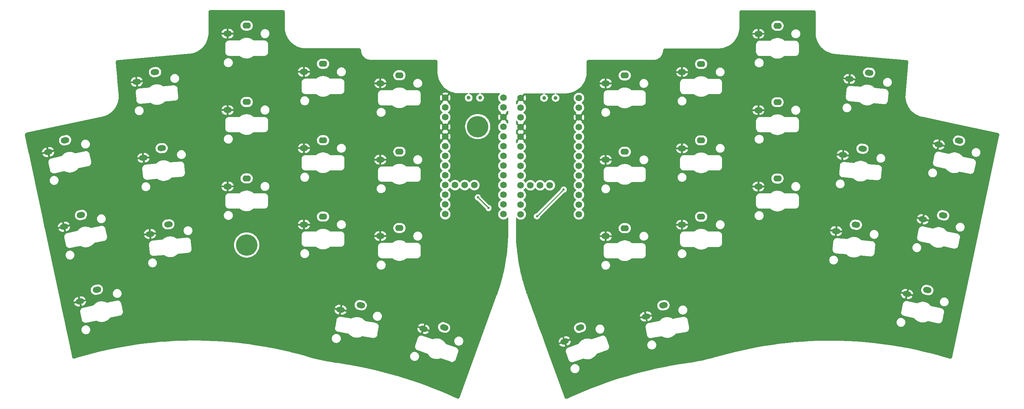
<source format=gbr>
%TF.GenerationSoftware,KiCad,Pcbnew,9.0.0*%
%TF.CreationDate,2025-06-07T14:39:26-06:00*%
%TF.ProjectId,Mau Keys,4d617520-4b65-4797-932e-6b696361645f,rev?*%
%TF.SameCoordinates,Original*%
%TF.FileFunction,Copper,L2,Bot*%
%TF.FilePolarity,Positive*%
%FSLAX46Y46*%
G04 Gerber Fmt 4.6, Leading zero omitted, Abs format (unit mm)*
G04 Created by KiCad (PCBNEW 9.0.0) date 2025-06-07 14:39:26*
%MOMM*%
%LPD*%
G01*
G04 APERTURE LIST*
G04 Aperture macros list*
%AMHorizOval*
0 Thick line with rounded ends*
0 $1 width*
0 $2 $3 position (X,Y) of the first rounded end (center of the circle)*
0 $4 $5 position (X,Y) of the second rounded end (center of the circle)*
0 Add line between two ends*
20,1,$1,$2,$3,$4,$5,0*
0 Add two circle primitives to create the rounded ends*
1,1,$1,$2,$3*
1,1,$1,$4,$5*%
G04 Aperture macros list end*
%TA.AperFunction,ComponentPad*%
%ADD10HorizOval,1.600000X0.298858X-0.026147X-0.298858X0.026147X0*%
%TD*%
%TA.AperFunction,ComponentPad*%
%ADD11HorizOval,1.500000X0.348668X-0.030505X-0.348668X0.030505X0*%
%TD*%
%TA.AperFunction,ComponentPad*%
%ADD12O,2.200000X1.600000*%
%TD*%
%TA.AperFunction,ComponentPad*%
%ADD13O,2.200000X1.500000*%
%TD*%
%TA.AperFunction,ComponentPad*%
%ADD14HorizOval,1.600000X0.295442X0.052094X-0.295442X-0.052094X0*%
%TD*%
%TA.AperFunction,ComponentPad*%
%ADD15HorizOval,1.500000X0.344683X0.060777X-0.344683X-0.060777X0*%
%TD*%
%TA.AperFunction,WasherPad*%
%ADD16C,1.000000*%
%TD*%
%TA.AperFunction,ComponentPad*%
%ADD17C,5.600000*%
%TD*%
%TA.AperFunction,ComponentPad*%
%ADD18HorizOval,1.600000X0.298858X0.026147X-0.298858X-0.026147X0*%
%TD*%
%TA.AperFunction,ComponentPad*%
%ADD19HorizOval,1.500000X0.348668X0.030505X-0.348668X-0.030505X0*%
%TD*%
%TA.AperFunction,ComponentPad*%
%ADD20HorizOval,1.600000X0.293444X0.062374X-0.293444X-0.062374X0*%
%TD*%
%TA.AperFunction,ComponentPad*%
%ADD21HorizOval,1.500000X0.342352X0.072769X-0.342352X-0.072769X0*%
%TD*%
%TA.AperFunction,ComponentPad*%
%ADD22C,1.752600*%
%TD*%
%TA.AperFunction,ComponentPad*%
%ADD23HorizOval,1.600000X0.283054X0.099401X-0.283054X-0.099401X0*%
%TD*%
%TA.AperFunction,ComponentPad*%
%ADD24HorizOval,1.500000X0.330229X0.115968X-0.330229X-0.115968X0*%
%TD*%
%TA.AperFunction,ComponentPad*%
%ADD25HorizOval,1.600000X0.283054X-0.099401X-0.283054X0.099401X0*%
%TD*%
%TA.AperFunction,ComponentPad*%
%ADD26HorizOval,1.500000X0.330229X-0.115968X-0.330229X0.115968X0*%
%TD*%
%TA.AperFunction,ComponentPad*%
%ADD27HorizOval,1.600000X0.293444X-0.062374X-0.293444X0.062374X0*%
%TD*%
%TA.AperFunction,ComponentPad*%
%ADD28HorizOval,1.500000X0.342352X-0.072769X-0.342352X0.072769X0*%
%TD*%
%TA.AperFunction,ComponentPad*%
%ADD29HorizOval,1.600000X0.295442X-0.052094X-0.295442X0.052094X0*%
%TD*%
%TA.AperFunction,ComponentPad*%
%ADD30HorizOval,1.500000X0.344683X-0.060777X-0.344683X0.060777X0*%
%TD*%
%TA.AperFunction,ViaPad*%
%ADD31C,0.600000*%
%TD*%
%TA.AperFunction,Conductor*%
%ADD32C,0.250000*%
%TD*%
G04 APERTURE END LIST*
D10*
%TO.P,SwitchR_14,1,1*%
%TO.N,S14_R*%
X239514219Y-73210102D03*
D11*
%TO.P,SwitchR_14,2,2*%
%TO.N,GND*%
X234350218Y-74866332D03*
%TD*%
D12*
%TO.P,Switch4,1,1*%
%TO.N,S4*%
X100000000Y-31062349D03*
D13*
%TO.P,Switch4,2,2*%
%TO.N,GND*%
X95000000Y-33162349D03*
%TD*%
D12*
%TO.P,SwitchR_11,1,1*%
%TO.N,S11_R*%
X179000000Y-74100000D03*
D13*
%TO.P,SwitchR_11,2,2*%
%TO.N,GND*%
X174000000Y-76200000D03*
%TD*%
D14*
%TO.P,SwitchR_17,1,1*%
%TO.N,S17_R*%
X189123396Y-94298719D03*
D15*
%TO.P,SwitchR_17,2,2*%
%TO.N,GND*%
X184564018Y-97235056D03*
%TD*%
D12*
%TO.P,SwitchR_8,1,1*%
%TO.N,S8_R*%
X219000000Y-41100000D03*
D13*
%TO.P,SwitchR_8,2,2*%
%TO.N,GND*%
X214000000Y-43200000D03*
%TD*%
D16*
%TO.P,SW_POWER2,*%
%TO.N,*%
X157885000Y-40005000D03*
X160885000Y-40005000D03*
%TD*%
D12*
%TO.P,SwitchR_3,1,1*%
%TO.N,S3_R*%
X219000000Y-21100000D03*
D13*
%TO.P,SwitchR_3,2,2*%
%TO.N,GND*%
X214000000Y-23200000D03*
%TD*%
D17*
%TO.P,REF\u002A\u002A,1*%
%TO.N,N/C*%
X140500000Y-47500000D03*
%TD*%
D18*
%TO.P,Switch2,1,1*%
%TO.N,S2*%
X55999551Y-33237012D03*
D19*
%TO.P,Switch2,2,2*%
%TO.N,GND*%
X51201605Y-35764800D03*
%TD*%
D20*
%TO.P,Switch6,1,1*%
%TO.N,S6*%
X36615087Y-70628326D03*
D21*
%TO.P,Switch6,2,2*%
%TO.N,GND*%
X32160964Y-73721996D03*
%TD*%
D22*
%TO.P,NNV2,1*%
%TO.N,GND*%
X132000000Y-39962349D03*
%TO.P,NNV2,2*%
%TO.N,S1*%
X132000000Y-42502349D03*
%TO.P,NNV2,3*%
%TO.N,S2*%
X132000000Y-45042349D03*
%TO.P,NNV2,4*%
%TO.N,GND*%
X132000000Y-47582349D03*
%TO.P,NNV2,5*%
X132000000Y-50122349D03*
%TO.P,NNV2,6*%
%TO.N,S3*%
X132000000Y-52662349D03*
%TO.P,NNV2,7*%
%TO.N,S4*%
X132000000Y-55202349D03*
%TO.P,NNV2,8*%
%TO.N,S5*%
X132000000Y-57742349D03*
%TO.P,NNV2,9*%
%TO.N,S6*%
X132000000Y-60282349D03*
%TO.P,NNV2,10*%
%TO.N,S7*%
X132000000Y-62822349D03*
%TO.P,NNV2,11*%
%TO.N,S8*%
X132000000Y-65362349D03*
%TO.P,NNV2,12*%
%TO.N,S9*%
X132000000Y-67902349D03*
%TO.P,NNV2,13*%
%TO.N,S10*%
X132000000Y-70442349D03*
%TO.P,NNV2,14*%
%TO.N,BAT+*%
X147240000Y-39962349D03*
%TO.P,NNV2,15*%
%TO.N,VBAT*%
X147240000Y-42502349D03*
%TO.P,NNV2,16*%
%TO.N,GND*%
X147240000Y-45042349D03*
%TO.P,NNV2,17*%
%TO.N,RESET*%
X147240000Y-47582349D03*
%TO.P,NNV2,18*%
%TO.N,EXT_VCC*%
X147240000Y-50122349D03*
%TO.P,NNV2,19*%
%TO.N,S11*%
X147240000Y-52662349D03*
%TO.P,NNV2,20*%
%TO.N,S12*%
X147240000Y-55202349D03*
%TO.P,NNV2,21*%
%TO.N,S13*%
X147240000Y-57742349D03*
%TO.P,NNV2,22*%
%TO.N,S14*%
X147240000Y-60282349D03*
%TO.P,NNV2,23*%
%TO.N,S15*%
X147240000Y-62822349D03*
%TO.P,NNV2,24*%
%TO.N,S16*%
X147240000Y-65362349D03*
%TO.P,NNV2,25*%
%TO.N,S17*%
X147240000Y-67902349D03*
%TO.P,NNV2,26*%
%TO.N,unconnected-(NNV2-Pad26)*%
X147240000Y-70442349D03*
%TO.P,NNV2,27*%
%TO.N,unconnected-(NNV2-Pad27)*%
X134540000Y-62822349D03*
%TO.P,NNV2,28*%
%TO.N,unconnected-(NNV2-Pad28)*%
X137080000Y-62822349D03*
%TO.P,NNV2,29*%
%TO.N,unconnected-(NNV2-Pad29)*%
X139620000Y-62822349D03*
%TD*%
D16*
%TO.P,SW_POWER1,*%
%TO.N,*%
X138120000Y-39962349D03*
X141120000Y-39962349D03*
%TD*%
D10*
%TO.P,SwitchR_4,1,1*%
%TO.N,S4_R*%
X243000449Y-33362314D03*
D11*
%TO.P,SwitchR_4,2,2*%
%TO.N,GND*%
X237836448Y-35018544D03*
%TD*%
D18*
%TO.P,Switch12,1,1*%
%TO.N,S12*%
X59485781Y-73084800D03*
D19*
%TO.P,Switch12,2,2*%
%TO.N,GND*%
X54687835Y-75612588D03*
%TD*%
D12*
%TO.P,Switch13,1,1*%
%TO.N,S13*%
X80000000Y-61062349D03*
D13*
%TO.P,Switch13,2,2*%
%TO.N,GND*%
X75000000Y-63162349D03*
%TD*%
D23*
%TO.P,SwitchR_16,1,1*%
%TO.N,S16_R*%
X167288802Y-100143634D03*
D24*
%TO.P,SwitchR_16,2,2*%
%TO.N,GND*%
X163267051Y-103781699D03*
%TD*%
D12*
%TO.P,Switch8,1,1*%
%TO.N,S8*%
X80000000Y-41062349D03*
D13*
%TO.P,Switch8,2,2*%
%TO.N,GND*%
X75000000Y-43162349D03*
%TD*%
D12*
%TO.P,Switch15,1,1*%
%TO.N,S15*%
X120000000Y-74062349D03*
D13*
%TO.P,Switch15,2,2*%
%TO.N,GND*%
X115000000Y-76162349D03*
%TD*%
D12*
%TO.P,Switch5,1,1*%
%TO.N,S5*%
X120000000Y-34062349D03*
D13*
%TO.P,Switch5,2,2*%
%TO.N,GND*%
X115000000Y-36162349D03*
%TD*%
D12*
%TO.P,SwitchR_2,1,1*%
%TO.N,S2_R*%
X199000000Y-31100000D03*
D13*
%TO.P,SwitchR_2,2,2*%
%TO.N,GND*%
X194000000Y-33200000D03*
%TD*%
D12*
%TO.P,SwitchR_6,1,1*%
%TO.N,S6_R*%
X179000000Y-54100000D03*
D13*
%TO.P,SwitchR_6,2,2*%
%TO.N,GND*%
X174000000Y-56200000D03*
%TD*%
D17*
%TO.P,REF\u002A\u002A,1*%
%TO.N,N/C*%
X80000000Y-78500000D03*
%TD*%
D25*
%TO.P,Switch17,1,1*%
%TO.N,S17*%
X131711198Y-100105983D03*
D26*
%TO.P,Switch17,2,2*%
%TO.N,GND*%
X126297827Y-100430669D03*
%TD*%
D18*
%TO.P,Switch7,1,1*%
%TO.N,S7*%
X57742666Y-53160906D03*
D19*
%TO.P,Switch7,2,2*%
%TO.N,GND*%
X52944720Y-55688694D03*
%TD*%
D12*
%TO.P,Switch14,1,1*%
%TO.N,S14*%
X100000000Y-71062349D03*
D13*
%TO.P,Switch14,2,2*%
%TO.N,GND*%
X95000000Y-73162349D03*
%TD*%
D27*
%TO.P,SwitchR_5,1,1*%
%TO.N,S5_R*%
X266543147Y-51190676D03*
D28*
%TO.P,SwitchR_5,2,2*%
%TO.N,GND*%
X261215794Y-52205228D03*
%TD*%
D12*
%TO.P,Switch10,1,1*%
%TO.N,S10*%
X120000000Y-54062349D03*
D13*
%TO.P,Switch10,2,2*%
%TO.N,GND*%
X115000000Y-56162349D03*
%TD*%
D12*
%TO.P,SwitchR_13,1,1*%
%TO.N,S13_R*%
X219000000Y-61100000D03*
D13*
%TO.P,SwitchR_13,2,2*%
%TO.N,GND*%
X214000000Y-63200000D03*
%TD*%
D22*
%TO.P,NNV2_R1,1*%
%TO.N,GND*%
X151760000Y-40000000D03*
%TO.P,NNV2_R1,2*%
%TO.N,S9_R*%
X151760000Y-42540000D03*
%TO.P,NNV2_R1,3*%
%TO.N,S7_R*%
X151760000Y-45080000D03*
%TO.P,NNV2_R1,4*%
%TO.N,GND*%
X151760000Y-47620000D03*
%TO.P,NNV2_R1,5*%
X151760000Y-50160000D03*
%TO.P,NNV2_R1,6*%
%TO.N,S15_R*%
X151760000Y-52700000D03*
%TO.P,NNV2_R1,7*%
%TO.N,S14_R*%
X151760000Y-55240000D03*
%TO.P,NNV2_R1,8*%
%TO.N,S13_R*%
X151760000Y-57780000D03*
%TO.P,NNV2_R1,9*%
%TO.N,S12_R*%
X151760000Y-60320000D03*
%TO.P,NNV2_R1,10*%
%TO.N,S11_R*%
X151760000Y-62860000D03*
%TO.P,NNV2_R1,11*%
%TO.N,S17_R*%
X151760000Y-65400000D03*
%TO.P,NNV2_R1,12*%
%TO.N,S16_R*%
X151760000Y-67940000D03*
%TO.P,NNV2_R1,13*%
%TO.N,unconnected-(NNV2_R1-Pad13)*%
X151760000Y-70480000D03*
%TO.P,NNV2_R1,14*%
%TO.N,BAT+*%
X167000000Y-40000000D03*
%TO.P,NNV2_R1,15*%
%TO.N,VBAT*%
X167000000Y-42540000D03*
%TO.P,NNV2_R1,16*%
%TO.N,GND*%
X167000000Y-45080000D03*
%TO.P,NNV2_R1,17*%
%TO.N,RESET*%
X167000000Y-47620000D03*
%TO.P,NNV2_R1,18*%
%TO.N,EXT_VCC*%
X167000000Y-50160000D03*
%TO.P,NNV2_R1,19*%
%TO.N,S5_R*%
X167000000Y-52700000D03*
%TO.P,NNV2_R1,20*%
%TO.N,S4_R*%
X167000000Y-55240000D03*
%TO.P,NNV2_R1,21*%
%TO.N,S3_R*%
X167000000Y-57780000D03*
%TO.P,NNV2_R1,22*%
%TO.N,S2_R*%
X167000000Y-60320000D03*
%TO.P,NNV2_R1,23*%
%TO.N,S1_R*%
X167000000Y-62860000D03*
%TO.P,NNV2_R1,24*%
%TO.N,S10_R*%
X167000000Y-65400000D03*
%TO.P,NNV2_R1,25*%
%TO.N,S8_R*%
X167000000Y-67940000D03*
%TO.P,NNV2_R1,26*%
%TO.N,S6_R*%
X167000000Y-70480000D03*
%TO.P,NNV2_R1,27*%
%TO.N,unconnected-(NNV2_R1-Pad27)*%
X154300000Y-62860000D03*
%TO.P,NNV2_R1,28*%
%TO.N,unconnected-(NNV2_R1-Pad28)*%
X156840000Y-62860000D03*
%TO.P,NNV2_R1,29*%
%TO.N,unconnected-(NNV2_R1-Pad29)*%
X159380000Y-62860000D03*
%TD*%
D27*
%TO.P,SwitchR_10,1,1*%
%TO.N,S10_R*%
X262384913Y-70753628D03*
D28*
%TO.P,SwitchR_10,2,2*%
%TO.N,GND*%
X257057560Y-71768180D03*
%TD*%
D27*
%TO.P,SwitchR_15,1,1*%
%TO.N,S15_R*%
X258226679Y-90316580D03*
D28*
%TO.P,SwitchR_15,2,2*%
%TO.N,GND*%
X252899326Y-91331132D03*
%TD*%
D12*
%TO.P,SwitchR_1,1,1*%
%TO.N,S1_R*%
X179000000Y-34100000D03*
D13*
%TO.P,SwitchR_1,2,2*%
%TO.N,GND*%
X174000000Y-36200000D03*
%TD*%
D10*
%TO.P,SwitchR_9,1,1*%
%TO.N,S9_R*%
X241257334Y-53286208D03*
D11*
%TO.P,SwitchR_9,2,2*%
%TO.N,GND*%
X236093333Y-54942438D03*
%TD*%
D12*
%TO.P,Switch3,1,1*%
%TO.N,S3*%
X80000000Y-21062349D03*
D13*
%TO.P,Switch3,2,2*%
%TO.N,GND*%
X75000000Y-23162349D03*
%TD*%
D12*
%TO.P,SwitchR_7,1,1*%
%TO.N,S7_R*%
X199000000Y-51100000D03*
D13*
%TO.P,SwitchR_7,2,2*%
%TO.N,GND*%
X194000000Y-53200000D03*
%TD*%
D12*
%TO.P,Switch9,1,1*%
%TO.N,S9*%
X100000000Y-51062349D03*
D13*
%TO.P,Switch9,2,2*%
%TO.N,GND*%
X95000000Y-53162349D03*
%TD*%
D12*
%TO.P,SwitchR_12,1,1*%
%TO.N,S12_R*%
X199000000Y-71100000D03*
D13*
%TO.P,SwitchR_12,2,2*%
%TO.N,GND*%
X194000000Y-73200000D03*
%TD*%
D20*
%TO.P,Switch1,1,1*%
%TO.N,S1*%
X32456853Y-51065374D03*
D21*
%TO.P,Switch1,2,2*%
%TO.N,GND*%
X28002730Y-54159044D03*
%TD*%
D29*
%TO.P,Switch16,1,1*%
%TO.N,S16*%
X109876604Y-94261068D03*
D30*
%TO.P,Switch16,2,2*%
%TO.N,GND*%
X104587904Y-95460924D03*
%TD*%
D20*
%TO.P,Switch11,1,1*%
%TO.N,S11*%
X40773321Y-90191278D03*
D21*
%TO.P,Switch11,2,2*%
%TO.N,GND*%
X36319198Y-93284948D03*
%TD*%
D31*
%TO.N,RESET*%
X163000000Y-64000000D03*
X140532438Y-66032438D03*
X143329752Y-68829752D03*
X156000000Y-71000000D03*
%TD*%
D32*
%TO.N,RESET*%
X156000000Y-71000000D02*
X163000000Y-64000000D01*
X143329752Y-68829752D02*
X140532438Y-66032438D01*
%TD*%
%TA.AperFunction,Conductor*%
%TO.N,GND*%
G36*
X228506876Y-17038931D02*
G01*
X228597217Y-17049119D01*
X228624280Y-17055298D01*
X228703298Y-17082954D01*
X228703487Y-17083020D01*
X228728501Y-17095068D01*
X228799551Y-17139716D01*
X228821257Y-17157028D01*
X228880589Y-17216363D01*
X228897900Y-17238071D01*
X228942543Y-17309121D01*
X228954590Y-17334135D01*
X228982306Y-17413338D01*
X228988485Y-17440405D01*
X228998720Y-17531212D01*
X228999500Y-17545092D01*
X228999500Y-23055543D01*
X228999538Y-23056149D01*
X228999519Y-23208743D01*
X228999520Y-23208769D01*
X229036857Y-23660813D01*
X229111285Y-24108265D01*
X229222294Y-24548056D01*
X229222294Y-24548057D01*
X229222296Y-24548065D01*
X229222297Y-24548066D01*
X229369140Y-24977240D01*
X229550815Y-25392867D01*
X229573149Y-25434289D01*
X229766086Y-25792120D01*
X229766088Y-25792124D01*
X229848562Y-25918855D01*
X230013506Y-26172310D01*
X230013510Y-26172316D01*
X230013512Y-26172318D01*
X230291373Y-26530827D01*
X230291376Y-26530831D01*
X230291379Y-26530834D01*
X230597825Y-26865264D01*
X230930763Y-27173331D01*
X230930766Y-27173334D01*
X230930769Y-27173336D01*
X231080410Y-27290483D01*
X231287932Y-27452943D01*
X231646707Y-27688914D01*
X231666919Y-27702208D01*
X232065097Y-27919403D01*
X232065103Y-27919406D01*
X232065118Y-27919414D01*
X232479858Y-28103107D01*
X232908314Y-28252033D01*
X233347575Y-28365180D01*
X233794660Y-28441781D01*
X233966188Y-28456765D01*
X233966193Y-28456766D01*
X233977005Y-28457711D01*
X233998329Y-28463425D01*
X234042363Y-28463425D01*
X234043200Y-28463498D01*
X252747175Y-30099881D01*
X252747337Y-30099907D01*
X252756013Y-30100664D01*
X252756016Y-30100666D01*
X252814726Y-30105793D01*
X252828487Y-30107778D01*
X252917590Y-30125780D01*
X252944023Y-30134293D01*
X253020504Y-30168795D01*
X253044376Y-30182974D01*
X253111264Y-30233635D01*
X253131383Y-30252774D01*
X253185315Y-30317048D01*
X253200670Y-30340184D01*
X253238300Y-30413587D01*
X253238944Y-30414842D01*
X253248766Y-30440820D01*
X253269463Y-30522122D01*
X253273258Y-30549633D01*
X253275510Y-30640283D01*
X253275075Y-30654183D01*
X253269269Y-30720468D01*
X253269265Y-30720584D01*
X252543474Y-39016405D01*
X252543475Y-39016406D01*
X252543467Y-39016498D01*
X252541979Y-39033500D01*
X252541951Y-39033569D01*
X252518182Y-39305148D01*
X252518181Y-39305168D01*
X252515179Y-39748041D01*
X252515180Y-39748077D01*
X252547790Y-40189758D01*
X252547790Y-40189761D01*
X252615807Y-40627425D01*
X252718788Y-41058202D01*
X252722442Y-41069410D01*
X252847226Y-41452187D01*
X252856074Y-41479326D01*
X253026748Y-41888001D01*
X253026763Y-41888032D01*
X253229743Y-42281668D01*
X253229746Y-42281675D01*
X253463729Y-42657742D01*
X253727180Y-43013775D01*
X253727187Y-43013783D01*
X254018414Y-43347490D01*
X254335526Y-43656705D01*
X254676469Y-43939427D01*
X255039038Y-44193824D01*
X255420884Y-44418250D01*
X255819537Y-44611252D01*
X256099437Y-44719943D01*
X256232420Y-44771583D01*
X256410731Y-44824777D01*
X256656846Y-44898200D01*
X256832662Y-44935563D01*
X256857402Y-44940821D01*
X256857485Y-44940839D01*
X256863798Y-44942355D01*
X256911634Y-44955174D01*
X256911891Y-44955174D01*
X256937671Y-44957883D01*
X264641569Y-46595398D01*
X276615698Y-49140578D01*
X276615699Y-49140578D01*
X276623433Y-49142222D01*
X276623447Y-49142229D01*
X276681094Y-49154478D01*
X276681095Y-49154479D01*
X276694506Y-49158126D01*
X276722735Y-49167530D01*
X276780750Y-49186859D01*
X276805943Y-49198529D01*
X276856272Y-49229111D01*
X276877640Y-49242095D01*
X276899608Y-49259083D01*
X276959811Y-49317512D01*
X276977447Y-49338961D01*
X276979292Y-49341802D01*
X277023135Y-49409319D01*
X277035556Y-49434157D01*
X277064442Y-49512924D01*
X277071024Y-49539904D01*
X277081655Y-49623117D01*
X277082068Y-49650883D01*
X277073169Y-49742009D01*
X277071046Y-49755738D01*
X277069747Y-49761849D01*
X277058920Y-49812754D01*
X277058920Y-49812782D01*
X277057366Y-49820098D01*
X264729675Y-107817316D01*
X264727437Y-107825374D01*
X264715061Y-107885871D01*
X264711248Y-107900127D01*
X264680823Y-107991669D01*
X264668273Y-108018329D01*
X264621056Y-108093798D01*
X264602570Y-108116744D01*
X264538873Y-108178947D01*
X264515494Y-108196884D01*
X264438927Y-108242296D01*
X264411976Y-108254210D01*
X264326855Y-108280274D01*
X264297855Y-108285493D01*
X264208979Y-108290738D01*
X264179566Y-108288966D01*
X264150641Y-108283725D01*
X264085018Y-108271834D01*
X264070679Y-108268343D01*
X263120679Y-107976194D01*
X261948718Y-107639774D01*
X261196469Y-107423835D01*
X259262247Y-106907745D01*
X259262219Y-106907738D01*
X257318661Y-106428097D01*
X255366453Y-105985075D01*
X255366444Y-105985073D01*
X255366417Y-105985067D01*
X253406184Y-105578803D01*
X252301415Y-105371412D01*
X251438695Y-105209459D01*
X251438684Y-105209457D01*
X251438662Y-105209453D01*
X250269935Y-105012719D01*
X249464530Y-104877144D01*
X247484532Y-104582000D01*
X245499303Y-104324118D01*
X243509617Y-104103596D01*
X241516151Y-103920509D01*
X240669714Y-103858787D01*
X239519530Y-103774916D01*
X239519500Y-103774914D01*
X239519495Y-103774914D01*
X237520564Y-103666876D01*
X235519900Y-103596423D01*
X233518323Y-103563586D01*
X233518292Y-103563586D01*
X233518288Y-103563586D01*
X232406130Y-103566244D01*
X231516376Y-103568372D01*
X230149566Y-103597334D01*
X229514964Y-103610782D01*
X227514675Y-103690800D01*
X225516242Y-103808398D01*
X225516232Y-103808398D01*
X225516228Y-103808399D01*
X223520397Y-103963532D01*
X221527776Y-104156154D01*
X219539116Y-104386194D01*
X217555189Y-104653562D01*
X215576622Y-104958169D01*
X213604080Y-105299919D01*
X211638391Y-105678665D01*
X209680117Y-106094299D01*
X207729989Y-106546666D01*
X206839257Y-106771010D01*
X205788731Y-107035600D01*
X205788720Y-107035602D01*
X205788708Y-107035606D01*
X203856998Y-107560933D01*
X202897002Y-107841491D01*
X202895558Y-107841904D01*
X201744143Y-108163323D01*
X201741244Y-108164094D01*
X200583227Y-108457353D01*
X200580310Y-108458055D01*
X199415438Y-108723237D01*
X199412505Y-108723867D01*
X198241616Y-108960779D01*
X198238669Y-108961338D01*
X197062398Y-109169856D01*
X197059438Y-109170344D01*
X195878024Y-109350411D01*
X195876540Y-109350628D01*
X194903316Y-109486942D01*
X192960943Y-109793193D01*
X191580488Y-110035291D01*
X191024154Y-110132859D01*
X189941587Y-110341999D01*
X189093509Y-110505838D01*
X187169534Y-110912031D01*
X185252920Y-111351292D01*
X183344100Y-111823521D01*
X181443753Y-112328548D01*
X179552321Y-112866259D01*
X177670470Y-113436463D01*
X175798721Y-114039001D01*
X173937615Y-114673703D01*
X172087699Y-115340378D01*
X170249594Y-116038806D01*
X168423795Y-116768795D01*
X166610822Y-117530137D01*
X164811218Y-118322608D01*
X163985177Y-118703478D01*
X163978211Y-118706689D01*
X163978199Y-118706692D01*
X163932508Y-118727762D01*
X163925017Y-118731216D01*
X163925014Y-118731216D01*
X163911389Y-118736549D01*
X163820371Y-118766100D01*
X163791699Y-118771786D01*
X163703661Y-118778637D01*
X163674455Y-118777454D01*
X163587260Y-118763506D01*
X163559144Y-118755520D01*
X163477631Y-118721548D01*
X163452164Y-118707202D01*
X163380872Y-118655096D01*
X163359470Y-118635187D01*
X163302352Y-118567836D01*
X163286208Y-118543474D01*
X163243207Y-118458207D01*
X163237400Y-118444772D01*
X163214620Y-118382161D01*
X163214561Y-118382029D01*
X160452602Y-110793610D01*
X164798422Y-110793610D01*
X164798422Y-110978637D01*
X164827367Y-111161389D01*
X164884541Y-111337356D01*
X164884542Y-111337359D01*
X164968544Y-111502220D01*
X165077301Y-111651911D01*
X165208135Y-111782745D01*
X165357826Y-111891502D01*
X165438685Y-111932701D01*
X165522686Y-111975503D01*
X165522689Y-111975504D01*
X165610672Y-112004091D01*
X165698658Y-112032679D01*
X165881408Y-112061624D01*
X165881409Y-112061624D01*
X166066435Y-112061624D01*
X166066436Y-112061624D01*
X166249186Y-112032679D01*
X166425157Y-111975503D01*
X166590018Y-111891502D01*
X166739709Y-111782745D01*
X166870543Y-111651911D01*
X166979300Y-111502220D01*
X167063301Y-111337359D01*
X167120477Y-111161388D01*
X167149422Y-110978638D01*
X167149422Y-110793610D01*
X167120477Y-110610860D01*
X167063301Y-110434889D01*
X167063301Y-110434888D01*
X167015920Y-110341898D01*
X166979300Y-110270028D01*
X166870543Y-110120337D01*
X166739709Y-109989503D01*
X166590018Y-109880746D01*
X166425157Y-109796744D01*
X166425154Y-109796743D01*
X166249187Y-109739569D01*
X166157811Y-109725096D01*
X166066436Y-109710624D01*
X165881408Y-109710624D01*
X165820491Y-109720272D01*
X165698656Y-109739569D01*
X165522689Y-109796743D01*
X165522686Y-109796744D01*
X165357825Y-109880746D01*
X165272421Y-109942796D01*
X165208135Y-109989503D01*
X165208133Y-109989505D01*
X165208132Y-109989505D01*
X165077303Y-110120334D01*
X165077303Y-110120335D01*
X165077301Y-110120337D01*
X165030594Y-110184623D01*
X164968544Y-110270027D01*
X164884542Y-110434888D01*
X164884541Y-110434891D01*
X164827367Y-110610858D01*
X164798422Y-110793610D01*
X160452602Y-110793610D01*
X158841511Y-106367174D01*
X163570774Y-106367174D01*
X163599215Y-106539913D01*
X163606386Y-106560332D01*
X163625205Y-106613922D01*
X163628218Y-106622500D01*
X163628218Y-106622501D01*
X163650050Y-106684671D01*
X163650051Y-106684672D01*
X163650051Y-106684673D01*
X164266727Y-108440709D01*
X164266726Y-108440709D01*
X164269063Y-108447365D01*
X164269064Y-108447369D01*
X164275996Y-108467105D01*
X164284924Y-108492525D01*
X164284926Y-108492531D01*
X164292191Y-108513219D01*
X164292193Y-108513226D01*
X164315359Y-108579192D01*
X164315450Y-108579406D01*
X164316009Y-108580998D01*
X164319916Y-108592120D01*
X164405718Y-108744700D01*
X164405720Y-108744703D01*
X164405721Y-108744704D01*
X164516719Y-108880073D01*
X164649536Y-108994113D01*
X164800137Y-109083357D01*
X164854740Y-109103936D01*
X164963941Y-109145094D01*
X164963944Y-109145095D01*
X164963947Y-109145096D01*
X164963948Y-109145096D01*
X164963954Y-109145098D01*
X165135977Y-109177452D01*
X165135988Y-109177454D01*
X165307222Y-109179402D01*
X165311033Y-109179446D01*
X165311033Y-109179445D01*
X165311035Y-109179446D01*
X165483769Y-109151013D01*
X165504198Y-109143840D01*
X165504212Y-109143839D01*
X165566355Y-109122016D01*
X165628526Y-109100187D01*
X165628527Y-109100185D01*
X165638692Y-109096617D01*
X165638745Y-109096593D01*
X168146069Y-108216083D01*
X168215841Y-108212444D01*
X168228107Y-108216039D01*
X168494912Y-108309398D01*
X168494924Y-108309402D01*
X168790633Y-108376896D01*
X168790642Y-108376897D01*
X168790647Y-108376898D01*
X168991570Y-108399536D01*
X169092033Y-108410855D01*
X169092036Y-108410856D01*
X169092039Y-108410856D01*
X169395356Y-108410856D01*
X169395357Y-108410855D01*
X169549390Y-108393500D01*
X169696744Y-108376898D01*
X169696747Y-108376897D01*
X169696759Y-108376896D01*
X169992468Y-108309402D01*
X170278761Y-108209224D01*
X170552037Y-108077621D01*
X170808860Y-107916248D01*
X171046000Y-107727135D01*
X171260475Y-107512660D01*
X171449588Y-107275520D01*
X171603557Y-107030480D01*
X171655888Y-106984191D01*
X171667447Y-106979463D01*
X174308863Y-106051865D01*
X174308864Y-106051864D01*
X174316519Y-106049176D01*
X174316819Y-106049047D01*
X174329260Y-106044679D01*
X174481855Y-105958877D01*
X174617232Y-105847881D01*
X174731278Y-105715063D01*
X174820527Y-105564459D01*
X174882269Y-105400644D01*
X174914626Y-105228597D01*
X174916616Y-105053545D01*
X174888177Y-104880808D01*
X174881006Y-104860388D01*
X174881006Y-104860380D01*
X174859177Y-104798220D01*
X174837346Y-104736049D01*
X174837345Y-104736048D01*
X174833675Y-104725596D01*
X174833662Y-104725567D01*
X174799598Y-104628566D01*
X174786881Y-104592352D01*
X184905206Y-104592352D01*
X184905206Y-104777379D01*
X184934151Y-104960131D01*
X184991325Y-105136098D01*
X184991326Y-105136101D01*
X185074795Y-105299915D01*
X185075328Y-105300962D01*
X185184085Y-105450653D01*
X185314919Y-105581487D01*
X185464610Y-105690244D01*
X185513320Y-105715063D01*
X185629470Y-105774245D01*
X185629473Y-105774246D01*
X185658558Y-105783696D01*
X185805442Y-105831421D01*
X185988192Y-105860366D01*
X185988193Y-105860366D01*
X186173219Y-105860366D01*
X186173220Y-105860366D01*
X186355970Y-105831421D01*
X186531941Y-105774245D01*
X186696802Y-105690244D01*
X186846493Y-105581487D01*
X186977327Y-105450653D01*
X187086084Y-105300962D01*
X187170085Y-105136101D01*
X187227261Y-104960130D01*
X187256206Y-104777380D01*
X187256206Y-104592352D01*
X187227261Y-104409602D01*
X187170085Y-104233631D01*
X187170085Y-104233630D01*
X187127283Y-104149629D01*
X187086084Y-104068770D01*
X186977327Y-103919079D01*
X186846493Y-103788245D01*
X186696802Y-103679488D01*
X186672050Y-103666876D01*
X186531941Y-103595486D01*
X186531938Y-103595485D01*
X186355971Y-103538311D01*
X186264595Y-103523838D01*
X186173220Y-103509366D01*
X185988192Y-103509366D01*
X185927275Y-103519014D01*
X185805440Y-103538311D01*
X185629473Y-103595485D01*
X185629470Y-103595486D01*
X185464609Y-103679488D01*
X185420567Y-103711487D01*
X185314919Y-103788245D01*
X185314917Y-103788247D01*
X185314916Y-103788247D01*
X185184087Y-103919076D01*
X185184087Y-103919077D01*
X185184085Y-103919079D01*
X185172390Y-103935176D01*
X185075328Y-104068769D01*
X184991326Y-104233630D01*
X184991325Y-104233633D01*
X184934151Y-104409600D01*
X184905206Y-104592352D01*
X174786881Y-104592352D01*
X174221807Y-102983257D01*
X174221807Y-102983253D01*
X174221185Y-102981484D01*
X174218330Y-102973353D01*
X174218330Y-102973352D01*
X174196781Y-102911994D01*
X174196781Y-102911993D01*
X174196781Y-102911992D01*
X174180267Y-102864969D01*
X174174665Y-102849016D01*
X174174664Y-102849014D01*
X174171997Y-102841420D01*
X174171930Y-102841263D01*
X174167483Y-102828600D01*
X174123774Y-102750872D01*
X174081682Y-102676018D01*
X174081679Y-102676014D01*
X174081677Y-102676010D01*
X173970679Y-102540637D01*
X173970677Y-102540635D01*
X173837863Y-102426598D01*
X173824023Y-102418396D01*
X173687256Y-102337349D01*
X173523444Y-102275610D01*
X173523443Y-102275609D01*
X173523441Y-102275609D01*
X173445844Y-102261016D01*
X173351399Y-102243254D01*
X173343781Y-102243167D01*
X173176349Y-102241263D01*
X173176347Y-102241263D01*
X173003615Y-102269699D01*
X173003606Y-102269701D01*
X172988926Y-102274855D01*
X172988927Y-102274856D01*
X172983185Y-102276872D01*
X172983180Y-102276873D01*
X172921026Y-102298700D01*
X172868721Y-102317066D01*
X172853897Y-102322271D01*
X172853889Y-102322274D01*
X170341323Y-103204625D01*
X170271548Y-103208266D01*
X170259283Y-103204672D01*
X169992469Y-103111310D01*
X169992467Y-103111309D01*
X169764252Y-103059220D01*
X169696759Y-103043816D01*
X169696756Y-103043815D01*
X169696744Y-103043813D01*
X169395359Y-103009856D01*
X169395353Y-103009856D01*
X169092039Y-103009856D01*
X169092032Y-103009856D01*
X168790647Y-103043813D01*
X168790633Y-103043816D01*
X168494924Y-103111309D01*
X168494912Y-103111313D01*
X168208627Y-103211489D01*
X167935357Y-103343089D01*
X167678533Y-103504463D01*
X167441392Y-103693576D01*
X167226916Y-103908052D01*
X167037803Y-104145193D01*
X166883837Y-104390227D01*
X166831502Y-104436518D01*
X166819929Y-104441250D01*
X164265622Y-105338259D01*
X164265618Y-105338262D01*
X164240704Y-105347012D01*
X164240701Y-105347013D01*
X164171223Y-105371412D01*
X164171188Y-105371426D01*
X164158129Y-105376012D01*
X164158113Y-105376019D01*
X164005519Y-105461825D01*
X164005518Y-105461826D01*
X163870144Y-105572826D01*
X163756099Y-105705647D01*
X163756097Y-105705650D01*
X163666853Y-105856253D01*
X163666852Y-105856255D01*
X163605114Y-106020069D01*
X163572760Y-106192117D01*
X163572759Y-106192123D01*
X163571362Y-106315307D01*
X163570774Y-106367174D01*
X158841511Y-106367174D01*
X158176387Y-104539760D01*
X161862923Y-104539760D01*
X161883455Y-104577812D01*
X162002824Y-104734222D01*
X162145187Y-104870031D01*
X162145198Y-104870039D01*
X162307047Y-104981898D01*
X162484409Y-105067068D01*
X162484414Y-105067070D01*
X162672916Y-105123445D01*
X162672927Y-105123447D01*
X162867913Y-105149636D01*
X163064626Y-105145001D01*
X163258169Y-105109654D01*
X163258181Y-105109651D01*
X163445345Y-105043923D01*
X163445345Y-105043922D01*
X163114007Y-104100411D01*
X163585763Y-103934742D01*
X163917101Y-104878255D01*
X164104266Y-104812527D01*
X164104268Y-104812526D01*
X164277430Y-104719094D01*
X164433835Y-104599728D01*
X164569644Y-104457365D01*
X164569652Y-104457354D01*
X164681513Y-104295503D01*
X164766682Y-104118135D01*
X164823059Y-103929630D01*
X164849249Y-103734640D01*
X164849249Y-103734638D01*
X164844614Y-103537926D01*
X164836846Y-103495393D01*
X163632683Y-103918264D01*
X163706767Y-103851911D01*
X163749819Y-103762256D01*
X163755284Y-103662950D01*
X163722331Y-103569112D01*
X163655976Y-103495027D01*
X163566321Y-103451975D01*
X163467014Y-103446510D01*
X162901420Y-103645132D01*
X162827335Y-103711487D01*
X162784283Y-103801142D01*
X162778818Y-103900448D01*
X162811772Y-103994286D01*
X162878127Y-104068371D01*
X162967782Y-104111423D01*
X163067087Y-104116887D01*
X161862923Y-104539760D01*
X158176387Y-104539760D01*
X157917603Y-103828756D01*
X161684852Y-103828756D01*
X161684852Y-103828760D01*
X161689487Y-104025465D01*
X161697255Y-104068003D01*
X161697256Y-104068004D01*
X162430885Y-103810372D01*
X162948338Y-103628655D01*
X162948338Y-103628654D01*
X162617000Y-102685142D01*
X162616999Y-102685142D01*
X162429838Y-102750869D01*
X162429832Y-102750872D01*
X162256671Y-102844303D01*
X162100266Y-102963669D01*
X161964457Y-103106032D01*
X161964449Y-103106043D01*
X161852590Y-103267891D01*
X161852590Y-103267892D01*
X161767420Y-103445254D01*
X161767418Y-103445259D01*
X161711043Y-103633761D01*
X161711041Y-103633772D01*
X161684852Y-103828756D01*
X157917603Y-103828756D01*
X157441064Y-102519475D01*
X163088755Y-102519475D01*
X163420093Y-103462985D01*
X164671177Y-103023636D01*
X164650644Y-102985582D01*
X164531274Y-102829172D01*
X164388914Y-102693366D01*
X164388903Y-102693358D01*
X164227054Y-102581499D01*
X164049691Y-102496329D01*
X164049686Y-102496327D01*
X163861185Y-102439952D01*
X163861174Y-102439950D01*
X163666188Y-102413761D01*
X163469475Y-102418396D01*
X163275933Y-102453743D01*
X163275924Y-102453746D01*
X163088756Y-102519473D01*
X163088755Y-102519475D01*
X157441064Y-102519475D01*
X156586413Y-100171340D01*
X165703198Y-100171340D01*
X165703198Y-100171341D01*
X165703198Y-100171347D01*
X165703198Y-100171349D01*
X165705216Y-100256966D01*
X165708021Y-100376001D01*
X165744795Y-100577362D01*
X165744800Y-100577379D01*
X165812619Y-100770499D01*
X165812621Y-100770504D01*
X165812623Y-100770508D01*
X165846611Y-100833499D01*
X165909824Y-100950654D01*
X165909833Y-100950668D01*
X166034014Y-101113386D01*
X166034017Y-101113388D01*
X166182133Y-101254684D01*
X166182136Y-101254686D01*
X166182137Y-101254687D01*
X166248242Y-101300375D01*
X166350530Y-101371071D01*
X166350536Y-101371074D01*
X166350538Y-101371075D01*
X166456651Y-101422030D01*
X166535061Y-101459682D01*
X166731182Y-101518334D01*
X166731185Y-101518334D01*
X166731192Y-101518336D01*
X166934054Y-101545584D01*
X166934054Y-101545583D01*
X166934062Y-101545585D01*
X167138709Y-101540762D01*
X167340081Y-101503986D01*
X168099329Y-101237358D01*
X168279480Y-101140154D01*
X168442208Y-101015964D01*
X168583504Y-100867848D01*
X168699892Y-100699451D01*
X168788503Y-100514921D01*
X168810289Y-100442074D01*
X171337970Y-100442074D01*
X171337970Y-100627101D01*
X171366915Y-100809853D01*
X171424089Y-100985820D01*
X171424090Y-100985823D01*
X171491334Y-101117795D01*
X171508092Y-101150684D01*
X171616849Y-101300375D01*
X171747683Y-101431209D01*
X171897374Y-101539966D01*
X171978233Y-101581165D01*
X172062234Y-101623967D01*
X172062237Y-101623968D01*
X172150220Y-101652555D01*
X172238206Y-101681143D01*
X172420956Y-101710088D01*
X172420957Y-101710088D01*
X172605983Y-101710088D01*
X172605984Y-101710088D01*
X172788734Y-101681143D01*
X172964705Y-101623967D01*
X173129566Y-101539966D01*
X173279257Y-101431209D01*
X173410091Y-101300375D01*
X173518848Y-101150684D01*
X173602849Y-100985823D01*
X173660025Y-100809852D01*
X173688970Y-100627102D01*
X173688970Y-100442074D01*
X173660025Y-100259324D01*
X173602849Y-100083353D01*
X173565753Y-100010549D01*
X184443656Y-100010549D01*
X184446555Y-100027005D01*
X184446579Y-100027165D01*
X184447414Y-100031900D01*
X184447414Y-100031903D01*
X184455601Y-100078330D01*
X184471645Y-100169373D01*
X184471674Y-100169492D01*
X184818912Y-102138771D01*
X184819164Y-102139801D01*
X184821412Y-102152555D01*
X184821413Y-102152559D01*
X184821414Y-102152562D01*
X184881276Y-102317066D01*
X184968794Y-102468677D01*
X185081309Y-102602786D01*
X185081315Y-102602791D01*
X185081317Y-102602793D01*
X185215400Y-102715320D01*
X185215403Y-102715322D01*
X185366986Y-102802854D01*
X185366990Y-102802856D01*
X185366999Y-102802861D01*
X185428170Y-102825131D01*
X185531484Y-102862744D01*
X185531490Y-102862745D01*
X185531494Y-102862747D01*
X185531498Y-102862747D01*
X185531503Y-102862749D01*
X185703883Y-102893158D01*
X185703889Y-102893159D01*
X185878947Y-102893174D01*
X185900281Y-102889413D01*
X185900296Y-102889415D01*
X185944914Y-102881547D01*
X185965147Y-102877981D01*
X185965147Y-102877982D01*
X186030039Y-102866545D01*
X186030040Y-102866544D01*
X186038819Y-102864997D01*
X186038920Y-102864971D01*
X188661779Y-102402490D01*
X188731217Y-102410234D01*
X188749283Y-102419613D01*
X188803605Y-102453746D01*
X188839579Y-102476350D01*
X189112855Y-102607953D01*
X189297043Y-102672403D01*
X189399136Y-102708127D01*
X189399148Y-102708131D01*
X189694857Y-102775625D01*
X189694866Y-102775626D01*
X189694871Y-102775627D01*
X189895794Y-102798265D01*
X189996257Y-102809584D01*
X189996260Y-102809585D01*
X189996263Y-102809585D01*
X190299580Y-102809585D01*
X190299581Y-102809584D01*
X190464658Y-102790985D01*
X190600968Y-102775627D01*
X190600971Y-102775626D01*
X190600983Y-102775625D01*
X190896692Y-102708131D01*
X191182985Y-102607953D01*
X191456261Y-102476350D01*
X191713084Y-102314977D01*
X191950224Y-102125864D01*
X192164699Y-101911389D01*
X192252902Y-101800783D01*
X192310088Y-101760644D01*
X192328308Y-101755982D01*
X195090309Y-101268969D01*
X195090310Y-101268968D01*
X195098224Y-101267573D01*
X195098545Y-101267493D01*
X195111600Y-101265192D01*
X195276108Y-101205322D01*
X195427720Y-101117795D01*
X195561830Y-101005270D01*
X195674363Y-100871166D01*
X195761898Y-100719559D01*
X195821778Y-100555054D01*
X195852181Y-100382650D01*
X195852184Y-100207587D01*
X195848425Y-100186271D01*
X195848426Y-100186267D01*
X195841787Y-100148616D01*
X195840234Y-100139807D01*
X195840234Y-100139805D01*
X195823989Y-100047668D01*
X195823982Y-100047639D01*
X195723564Y-99478145D01*
X195581860Y-98674500D01*
X250168698Y-98674500D01*
X250168698Y-98855603D01*
X250197027Y-99034462D01*
X250252985Y-99206688D01*
X250252986Y-99206691D01*
X250335204Y-99368049D01*
X250441639Y-99514546D01*
X250441643Y-99514551D01*
X250569698Y-99642606D01*
X250569703Y-99642610D01*
X250662322Y-99709901D01*
X250716204Y-99749048D01*
X250821682Y-99802792D01*
X250877558Y-99831263D01*
X250877561Y-99831264D01*
X250908490Y-99841313D01*
X251049789Y-99887223D01*
X251132627Y-99900343D01*
X251228647Y-99915552D01*
X251228652Y-99915552D01*
X251409749Y-99915552D01*
X251496457Y-99901817D01*
X251588607Y-99887223D01*
X251760837Y-99831263D01*
X251922192Y-99749048D01*
X252068699Y-99642605D01*
X252196751Y-99514553D01*
X252303194Y-99368046D01*
X252385409Y-99206691D01*
X252441369Y-99034461D01*
X252458689Y-98925106D01*
X252469698Y-98855603D01*
X252469698Y-98674500D01*
X252449016Y-98543925D01*
X252441369Y-98495643D01*
X252394958Y-98352802D01*
X252385410Y-98323415D01*
X252385409Y-98323412D01*
X252349215Y-98252379D01*
X252303194Y-98162058D01*
X252272471Y-98119771D01*
X252196756Y-98015557D01*
X252196752Y-98015552D01*
X252068695Y-97887495D01*
X252068692Y-97887493D01*
X251922195Y-97781058D01*
X251922194Y-97781057D01*
X251922192Y-97781056D01*
X251845184Y-97741818D01*
X251760837Y-97698840D01*
X251760834Y-97698839D01*
X251588608Y-97642881D01*
X251409749Y-97614552D01*
X251409744Y-97614552D01*
X251228652Y-97614552D01*
X251228647Y-97614552D01*
X251049787Y-97642881D01*
X250877561Y-97698839D01*
X250877558Y-97698840D01*
X250716200Y-97781058D01*
X250569703Y-97887493D01*
X250569701Y-97887495D01*
X250441643Y-98015552D01*
X250441639Y-98015557D01*
X250335204Y-98162054D01*
X250252986Y-98323412D01*
X250252985Y-98323415D01*
X250197027Y-98495641D01*
X250168698Y-98674500D01*
X195581860Y-98674500D01*
X195501128Y-98216649D01*
X195501129Y-98216646D01*
X195498666Y-98202681D01*
X195498673Y-98202618D01*
X195488507Y-98144968D01*
X195474503Y-98065548D01*
X195414624Y-97901040D01*
X195327088Y-97749428D01*
X195214555Y-97615321D01*
X195180957Y-97587130D01*
X195080445Y-97502792D01*
X194928834Y-97415263D01*
X194928826Y-97415259D01*
X194807034Y-97370934D01*
X194764319Y-97355388D01*
X194764316Y-97355387D01*
X194764315Y-97355387D01*
X194591911Y-97324992D01*
X194416846Y-97324995D01*
X194330651Y-97340196D01*
X194330644Y-97340197D01*
X194320598Y-97341968D01*
X194320597Y-97341967D01*
X191634058Y-97815677D01*
X191564619Y-97807933D01*
X191546554Y-97798555D01*
X191456258Y-97741818D01*
X191182988Y-97610218D01*
X190896703Y-97510042D01*
X190896691Y-97510038D01*
X190654386Y-97454734D01*
X190600983Y-97442545D01*
X190600980Y-97442544D01*
X190600968Y-97442542D01*
X190299583Y-97408585D01*
X190299577Y-97408585D01*
X189996263Y-97408585D01*
X189996256Y-97408585D01*
X189694871Y-97442542D01*
X189694857Y-97442545D01*
X189399148Y-97510038D01*
X189399136Y-97510042D01*
X189112851Y-97610218D01*
X188839581Y-97741818D01*
X188582757Y-97903192D01*
X188345616Y-98092305D01*
X188131139Y-98306782D01*
X188042936Y-98417384D01*
X187985748Y-98457524D01*
X187967522Y-98462186D01*
X185342174Y-98925106D01*
X185335294Y-98926318D01*
X185335276Y-98926318D01*
X185287151Y-98934807D01*
X185278919Y-98936259D01*
X185270385Y-98937765D01*
X185270377Y-98937766D01*
X185198179Y-98950496D01*
X185197923Y-98950558D01*
X185184193Y-98952980D01*
X185019701Y-99012860D01*
X185019698Y-99012861D01*
X184868105Y-99100391D01*
X184734007Y-99212915D01*
X184621484Y-99347015D01*
X184533956Y-99498610D01*
X184533952Y-99498618D01*
X184474078Y-99663102D01*
X184474076Y-99663110D01*
X184443670Y-99835496D01*
X184443669Y-99835501D01*
X184443660Y-99957428D01*
X184443656Y-100010549D01*
X173565753Y-100010549D01*
X173518848Y-99918492D01*
X173410091Y-99768801D01*
X173279257Y-99637967D01*
X173129566Y-99529210D01*
X173100796Y-99514551D01*
X172964705Y-99445208D01*
X172964702Y-99445207D01*
X172788735Y-99388033D01*
X172662542Y-99368046D01*
X172605984Y-99359088D01*
X172420956Y-99359088D01*
X172364398Y-99368046D01*
X172238204Y-99388033D01*
X172062237Y-99445207D01*
X172062234Y-99445208D01*
X171897373Y-99529210D01*
X171816718Y-99587810D01*
X171747683Y-99637967D01*
X171747681Y-99637969D01*
X171747680Y-99637969D01*
X171616851Y-99768798D01*
X171616851Y-99768799D01*
X171616849Y-99768801D01*
X171595720Y-99797883D01*
X171508092Y-99918491D01*
X171424091Y-100083353D01*
X171366915Y-100259322D01*
X171337970Y-100442074D01*
X168810289Y-100442074D01*
X168847155Y-100318800D01*
X168848867Y-100306059D01*
X168874404Y-100115926D01*
X168874404Y-100115925D01*
X168874405Y-100115919D01*
X168869583Y-99911272D01*
X168864933Y-99885813D01*
X168832808Y-99709906D01*
X168832807Y-99709905D01*
X168832807Y-99709901D01*
X168764981Y-99516760D01*
X168667777Y-99336609D01*
X168667773Y-99336604D01*
X168667770Y-99336599D01*
X168543593Y-99173887D01*
X168543587Y-99173880D01*
X168395474Y-99032587D01*
X168395466Y-99032581D01*
X168227080Y-98916201D01*
X168227078Y-98916200D01*
X168227074Y-98916197D01*
X168227070Y-98916195D01*
X168227065Y-98916192D01*
X168042544Y-98827586D01*
X168042541Y-98827585D01*
X167846424Y-98768934D01*
X167846411Y-98768931D01*
X167643549Y-98741683D01*
X167643543Y-98741683D01*
X167643542Y-98741683D01*
X167533347Y-98744280D01*
X167438889Y-98746506D01*
X167237528Y-98783280D01*
X167237523Y-98783282D01*
X166478275Y-99049910D01*
X166298128Y-99147111D01*
X166298114Y-99147120D01*
X166135396Y-99271301D01*
X166135394Y-99271304D01*
X165994098Y-99419421D01*
X165994095Y-99419424D01*
X165877716Y-99587810D01*
X165877707Y-99587825D01*
X165789101Y-99772346D01*
X165789100Y-99772349D01*
X165730449Y-99968466D01*
X165730446Y-99968479D01*
X165703198Y-100171340D01*
X156586413Y-100171340D01*
X155706909Y-97754923D01*
X183055385Y-97754923D01*
X183069464Y-97795808D01*
X183161836Y-97969534D01*
X183280244Y-98126667D01*
X183280246Y-98126670D01*
X183421778Y-98263346D01*
X183421781Y-98263347D01*
X183582949Y-98376197D01*
X183759792Y-98462452D01*
X183759796Y-98462454D01*
X183947952Y-98519976D01*
X183947951Y-98519976D01*
X184142789Y-98547359D01*
X184339512Y-98543926D01*
X184339514Y-98543925D01*
X184534876Y-98509478D01*
X184361228Y-97524669D01*
X184853630Y-97437846D01*
X185027278Y-98422653D01*
X185222634Y-98388207D01*
X185222653Y-98388202D01*
X185408671Y-98324151D01*
X185408688Y-98324144D01*
X185582402Y-98231777D01*
X185739535Y-98113369D01*
X185739538Y-98113367D01*
X185876209Y-97971840D01*
X185989071Y-97810656D01*
X186075315Y-97633831D01*
X186075319Y-97633820D01*
X186132843Y-97445666D01*
X186132845Y-97445656D01*
X186160227Y-97250831D01*
X186160227Y-97250818D01*
X186159473Y-97207591D01*
X186159472Y-97207590D01*
X184902607Y-97429209D01*
X184986485Y-97375773D01*
X185043531Y-97294304D01*
X185065057Y-97197205D01*
X185047787Y-97099260D01*
X184994349Y-97015378D01*
X184912880Y-96958333D01*
X184815780Y-96936807D01*
X184225431Y-97040901D01*
X184141550Y-97094339D01*
X184084505Y-97175808D01*
X184062979Y-97272907D01*
X184080249Y-97370853D01*
X184133687Y-97454734D01*
X184215156Y-97511779D01*
X184312250Y-97533304D01*
X183055385Y-97754923D01*
X155706909Y-97754923D01*
X155511951Y-97219280D01*
X182967808Y-97219280D01*
X182967808Y-97219294D01*
X182968561Y-97262519D01*
X184274404Y-97032265D01*
X184100756Y-96047457D01*
X183905397Y-96081904D01*
X183905386Y-96081907D01*
X183719364Y-96145960D01*
X183719347Y-96145967D01*
X183545633Y-96238334D01*
X183388500Y-96356742D01*
X183388497Y-96356744D01*
X183251821Y-96498276D01*
X183251820Y-96498279D01*
X183138970Y-96659447D01*
X183052715Y-96836290D01*
X183052713Y-96836294D01*
X182995191Y-97024450D01*
X182967808Y-97219280D01*
X155511951Y-97219280D01*
X155053841Y-95960633D01*
X184593158Y-95960633D01*
X184766806Y-96945442D01*
X186072649Y-96715187D01*
X186058573Y-96674307D01*
X186058566Y-96674291D01*
X185966199Y-96500576D01*
X185966196Y-96500572D01*
X185847797Y-96343450D01*
X185847790Y-96343442D01*
X185706257Y-96206765D01*
X185706254Y-96206763D01*
X185545089Y-96093915D01*
X185368238Y-96007657D01*
X185180093Y-95950138D01*
X185180079Y-95950134D01*
X184985247Y-95922752D01*
X184788525Y-95926185D01*
X184788521Y-95926186D01*
X184593158Y-95960633D01*
X155053841Y-95960633D01*
X154438930Y-94271180D01*
X187525866Y-94271180D01*
X187529437Y-94475842D01*
X187529438Y-94475845D01*
X187560852Y-94654008D01*
X187564984Y-94677438D01*
X187581065Y-94724139D01*
X187631627Y-94870984D01*
X187631633Y-94870997D01*
X187727732Y-95051731D01*
X187850921Y-95215210D01*
X187850924Y-95215213D01*
X187998175Y-95357413D01*
X188165858Y-95474826D01*
X188349844Y-95564562D01*
X188545602Y-95624411D01*
X188748314Y-95652901D01*
X188952985Y-95649329D01*
X189745463Y-95509595D01*
X189939012Y-95442950D01*
X189943074Y-95440790D01*
X193039634Y-95440790D01*
X193039634Y-95625818D01*
X193043924Y-95652901D01*
X193068579Y-95808569D01*
X193125753Y-95984536D01*
X193125754Y-95984539D01*
X193181485Y-96093915D01*
X193209756Y-96149400D01*
X193318513Y-96299091D01*
X193449347Y-96429925D01*
X193599038Y-96538682D01*
X193679897Y-96579881D01*
X193763898Y-96622683D01*
X193763901Y-96622684D01*
X193843424Y-96648522D01*
X193939870Y-96679859D01*
X194122620Y-96708804D01*
X194122621Y-96708804D01*
X194307647Y-96708804D01*
X194307648Y-96708804D01*
X194490398Y-96679859D01*
X194666369Y-96622683D01*
X194831230Y-96538682D01*
X194980921Y-96429925D01*
X195111755Y-96299091D01*
X195196277Y-96182756D01*
X251387462Y-96182756D01*
X251411826Y-96356118D01*
X251458764Y-96500576D01*
X251465928Y-96522622D01*
X251481492Y-96551892D01*
X251548120Y-96677200D01*
X251548125Y-96677207D01*
X251655903Y-96815152D01*
X251655905Y-96815153D01*
X251655906Y-96815155D01*
X251786011Y-96932297D01*
X251933498Y-97024450D01*
X251934479Y-97025063D01*
X251934482Y-97025065D01*
X252096801Y-97090640D01*
X252096803Y-97090640D01*
X252096807Y-97090642D01*
X252154047Y-97102805D01*
X252182281Y-97108805D01*
X252182430Y-97108837D01*
X252182430Y-97108838D01*
X252196343Y-97111794D01*
X254761355Y-97657004D01*
X254822835Y-97690195D01*
X254832515Y-97700976D01*
X254883296Y-97764653D01*
X254981257Y-97887493D01*
X254983221Y-97889955D01*
X255197696Y-98104430D01*
X255434836Y-98293543D01*
X255691651Y-98454911D01*
X255691661Y-98454917D01*
X255704739Y-98461215D01*
X255964935Y-98586519D01*
X256086028Y-98628891D01*
X256251216Y-98686693D01*
X256251228Y-98686697D01*
X256546937Y-98754191D01*
X256546946Y-98754192D01*
X256546951Y-98754193D01*
X256747874Y-98776831D01*
X256848337Y-98788150D01*
X256848340Y-98788151D01*
X256848343Y-98788151D01*
X257151660Y-98788151D01*
X257151661Y-98788150D01*
X257322241Y-98768931D01*
X257453048Y-98754193D01*
X257453051Y-98754192D01*
X257453063Y-98754191D01*
X257748772Y-98686697D01*
X258035065Y-98586519D01*
X258308341Y-98454916D01*
X258318063Y-98448806D01*
X258385299Y-98429805D01*
X258409819Y-98432509D01*
X261057849Y-98995366D01*
X261058623Y-98995478D01*
X261071322Y-98998179D01*
X261129641Y-99000220D01*
X261246271Y-99004303D01*
X261246273Y-99004302D01*
X261246279Y-99004303D01*
X261246284Y-99004302D01*
X261246288Y-99004302D01*
X261309093Y-98995480D01*
X261419642Y-98979952D01*
X261586142Y-98925865D01*
X261740719Y-98843687D01*
X261878678Y-98735914D01*
X261995825Y-98605821D01*
X262088600Y-98457361D01*
X262154185Y-98295047D01*
X262156848Y-98282514D01*
X262158686Y-98273873D01*
X262158689Y-98273869D01*
X262172386Y-98209428D01*
X262172387Y-98209428D01*
X262186088Y-98144976D01*
X262186087Y-98144974D01*
X262188240Y-98134850D01*
X262188243Y-98134822D01*
X262577621Y-96302953D01*
X262577634Y-96302928D01*
X262588219Y-96253134D01*
X262588221Y-96253135D01*
X262606423Y-96167513D01*
X262612535Y-95992549D01*
X262611409Y-95984539D01*
X262588172Y-95819191D01*
X262588171Y-95819183D01*
X262534072Y-95652681D01*
X262451880Y-95498104D01*
X262451879Y-95498102D01*
X262451874Y-95498095D01*
X262344096Y-95360150D01*
X262341058Y-95357415D01*
X262230687Y-95258040D01*
X262213987Y-95243004D01*
X262065517Y-95150236D01*
X261945770Y-95101861D01*
X261903193Y-95084661D01*
X261903191Y-95084660D01*
X261903190Y-95084660D01*
X261826140Y-95068286D01*
X261826135Y-95068285D01*
X261797314Y-95062159D01*
X260985276Y-94889555D01*
X259238645Y-94518297D01*
X259177163Y-94485105D01*
X259167479Y-94474319D01*
X259016785Y-94285353D01*
X258802303Y-94070871D01*
X258682694Y-93975486D01*
X258565164Y-93881759D01*
X258365746Y-93756456D01*
X258308338Y-93720384D01*
X258035068Y-93588784D01*
X257748783Y-93488608D01*
X257748771Y-93488604D01*
X257517082Y-93435723D01*
X257517081Y-93435722D01*
X257453066Y-93421111D01*
X257453048Y-93421108D01*
X257151663Y-93387151D01*
X257151657Y-93387151D01*
X256848343Y-93387151D01*
X256848336Y-93387151D01*
X256546951Y-93421108D01*
X256546937Y-93421111D01*
X256251228Y-93488604D01*
X256251216Y-93488608D01*
X255964931Y-93588784D01*
X255691656Y-93720386D01*
X255691652Y-93720389D01*
X255681931Y-93726497D01*
X255614693Y-93745494D01*
X255590182Y-93742791D01*
X253599681Y-93319698D01*
X261530302Y-93319698D01*
X261530302Y-93500801D01*
X261558631Y-93679660D01*
X261614589Y-93851886D01*
X261614590Y-93851889D01*
X261696808Y-94013247D01*
X261803243Y-94159744D01*
X261803247Y-94159749D01*
X261931305Y-94287807D01*
X262046952Y-94371828D01*
X262077808Y-94394246D01*
X262175304Y-94443923D01*
X262239162Y-94476461D01*
X262239165Y-94476462D01*
X262325278Y-94504441D01*
X262411393Y-94532421D01*
X262494231Y-94545541D01*
X262590251Y-94560750D01*
X262590256Y-94560750D01*
X262771353Y-94560750D01*
X262858061Y-94547015D01*
X262950211Y-94532421D01*
X263122441Y-94476461D01*
X263283796Y-94394246D01*
X263377355Y-94326272D01*
X263430299Y-94287807D01*
X263430300Y-94287804D01*
X263430303Y-94287803D01*
X263558355Y-94159751D01*
X263664798Y-94013244D01*
X263747013Y-93851889D01*
X263802973Y-93679659D01*
X263819759Y-93573678D01*
X263831302Y-93500801D01*
X263831302Y-93319698D01*
X263807749Y-93170996D01*
X263802973Y-93140841D01*
X263773583Y-93050386D01*
X263747014Y-92968613D01*
X263747013Y-92968610D01*
X263715562Y-92906886D01*
X263664798Y-92807256D01*
X263651198Y-92788537D01*
X263558360Y-92660755D01*
X263558356Y-92660750D01*
X263430301Y-92532695D01*
X263430296Y-92532691D01*
X263283799Y-92426256D01*
X263283798Y-92426255D01*
X263283796Y-92426254D01*
X263212809Y-92390084D01*
X263122441Y-92344038D01*
X263122438Y-92344037D01*
X262950212Y-92288079D01*
X262771353Y-92259750D01*
X262771348Y-92259750D01*
X262590256Y-92259750D01*
X262590251Y-92259750D01*
X262411391Y-92288079D01*
X262239165Y-92344037D01*
X262239162Y-92344038D01*
X262077804Y-92426256D01*
X261931307Y-92532691D01*
X261931302Y-92532695D01*
X261803247Y-92660750D01*
X261803243Y-92660755D01*
X261696808Y-92807252D01*
X261614590Y-92968610D01*
X261614589Y-92968613D01*
X261558631Y-93140839D01*
X261530302Y-93319698D01*
X253599681Y-93319698D01*
X253269119Y-93249435D01*
X252949811Y-93181564D01*
X252949810Y-93181564D01*
X252942283Y-93179964D01*
X252941524Y-93179853D01*
X252928681Y-93177122D01*
X252928671Y-93177121D01*
X252753725Y-93170996D01*
X252580356Y-93195348D01*
X252413858Y-93249434D01*
X252259283Y-93331611D01*
X252259279Y-93331613D01*
X252259279Y-93331614D01*
X252126013Y-93435722D01*
X252121320Y-93439388D01*
X252004175Y-93569478D01*
X252004173Y-93569481D01*
X251911400Y-93717936D01*
X251845815Y-93880252D01*
X251845814Y-93880255D01*
X251842418Y-93896227D01*
X251841313Y-93901428D01*
X251841311Y-93901433D01*
X251829418Y-93957383D01*
X251827615Y-93965866D01*
X251827613Y-93965876D01*
X251812561Y-94036685D01*
X251812559Y-94036694D01*
X251422044Y-95873921D01*
X251422024Y-95873957D01*
X251393576Y-96007783D01*
X251393574Y-96007796D01*
X251387462Y-96182756D01*
X195196277Y-96182756D01*
X195220512Y-96149400D01*
X195230494Y-96129810D01*
X195231651Y-96127540D01*
X195267363Y-96057450D01*
X195304513Y-95984539D01*
X195361689Y-95808568D01*
X195390634Y-95625818D01*
X195390634Y-95440790D01*
X195361689Y-95258040D01*
X195316095Y-95117714D01*
X195304514Y-95082071D01*
X195304513Y-95082068D01*
X195252768Y-94980514D01*
X195220512Y-94917208D01*
X195111755Y-94767517D01*
X194980921Y-94636683D01*
X194831230Y-94527926D01*
X194812332Y-94518297D01*
X194666369Y-94443924D01*
X194666366Y-94443923D01*
X194490399Y-94386749D01*
X194399023Y-94372276D01*
X194307648Y-94357804D01*
X194122620Y-94357804D01*
X194061703Y-94367452D01*
X193939868Y-94386749D01*
X193763901Y-94443923D01*
X193763898Y-94443924D01*
X193599037Y-94527926D01*
X193542079Y-94569309D01*
X193449347Y-94636683D01*
X193449345Y-94636685D01*
X193449344Y-94636685D01*
X193318515Y-94767514D01*
X193318515Y-94767515D01*
X193318513Y-94767517D01*
X193309945Y-94779310D01*
X193209756Y-94917207D01*
X193125754Y-95082068D01*
X193125753Y-95082071D01*
X193068579Y-95258038D01*
X193052406Y-95360150D01*
X193039634Y-95440790D01*
X189943074Y-95440790D01*
X190119755Y-95346847D01*
X190155698Y-95319763D01*
X190283229Y-95223662D01*
X190283230Y-95223660D01*
X190283238Y-95223655D01*
X190425438Y-95076404D01*
X190542851Y-94908721D01*
X190632586Y-94724735D01*
X190692436Y-94528977D01*
X190720925Y-94326265D01*
X190717354Y-94121594D01*
X190681807Y-93920000D01*
X190680332Y-93915717D01*
X190615164Y-93726453D01*
X190615158Y-93726440D01*
X190543569Y-93591802D01*
X190519060Y-93545707D01*
X190395867Y-93382225D01*
X190395859Y-93382217D01*
X190248624Y-93240031D01*
X190248615Y-93240023D01*
X190136828Y-93161749D01*
X190080934Y-93122612D01*
X189896948Y-93032876D01*
X189701190Y-92973027D01*
X189701187Y-92973026D01*
X189701182Y-92973025D01*
X189523886Y-92948108D01*
X189498478Y-92944537D01*
X189498471Y-92944537D01*
X189498470Y-92944537D01*
X189293808Y-92948108D01*
X189293805Y-92948109D01*
X188501338Y-93087841D01*
X188501333Y-93087842D01*
X188501329Y-93087843D01*
X188501323Y-93087844D01*
X188501323Y-93087845D01*
X188307782Y-93154486D01*
X188307769Y-93154492D01*
X188127035Y-93250591D01*
X187963556Y-93373780D01*
X187963553Y-93373783D01*
X187821351Y-93521037D01*
X187703942Y-93688715D01*
X187703941Y-93688717D01*
X187614205Y-93872703D01*
X187560197Y-94049356D01*
X187554357Y-94068458D01*
X187554354Y-94068468D01*
X187525867Y-94271166D01*
X187525866Y-94271180D01*
X154438930Y-94271180D01*
X153508222Y-91714079D01*
X153508222Y-91714077D01*
X153485932Y-91652840D01*
X153485429Y-91651425D01*
X153373444Y-91330404D01*
X153359761Y-91291180D01*
X251303538Y-91291180D01*
X251303538Y-91291188D01*
X251324106Y-91486866D01*
X251375028Y-91676912D01*
X251375030Y-91676916D01*
X251455054Y-91856652D01*
X251455057Y-91856657D01*
X251562214Y-92021664D01*
X251693867Y-92167882D01*
X251846777Y-92291704D01*
X251846779Y-92291706D01*
X252017173Y-92390084D01*
X252017176Y-92390086D01*
X252200857Y-92460593D01*
X252200854Y-92460593D01*
X252394898Y-92501838D01*
X252394898Y-92501837D01*
X252602811Y-91523691D01*
X251305801Y-91248002D01*
X251303538Y-91291180D01*
X153359761Y-91291180D01*
X153191453Y-90808701D01*
X153174090Y-90758928D01*
X251409757Y-90758928D01*
X251409757Y-90758929D01*
X252658124Y-91024278D01*
X252560334Y-91042402D01*
X252476924Y-91096570D01*
X252420591Y-91178535D01*
X252399913Y-91275817D01*
X252418037Y-91373609D01*
X252472205Y-91457019D01*
X252554170Y-91513352D01*
X253091884Y-91627646D01*
X252883972Y-92605794D01*
X253078012Y-92647038D01*
X253078019Y-92647039D01*
X253274494Y-92657336D01*
X253274502Y-92657336D01*
X253470181Y-92636768D01*
X253660227Y-92585846D01*
X253660231Y-92585844D01*
X253839967Y-92505820D01*
X253839972Y-92505817D01*
X254004979Y-92398660D01*
X254151200Y-92267004D01*
X254151202Y-92267002D01*
X254275020Y-92114097D01*
X254275025Y-92114090D01*
X254373398Y-91943704D01*
X254373399Y-91943702D01*
X254388893Y-91903334D01*
X254388893Y-91903333D01*
X253140531Y-91637985D01*
X253238317Y-91619862D01*
X253321728Y-91565694D01*
X253378061Y-91483729D01*
X253398739Y-91386447D01*
X253380615Y-91288655D01*
X253326447Y-91205245D01*
X253244482Y-91148912D01*
X253195832Y-91138571D01*
X253195839Y-91138571D01*
X254492849Y-91414259D01*
X254495113Y-91371082D01*
X254495113Y-91371076D01*
X254474545Y-91175397D01*
X254423623Y-90985350D01*
X254343595Y-90805606D01*
X254236438Y-90640598D01*
X254236433Y-90640593D01*
X254104784Y-90494381D01*
X253967355Y-90383095D01*
X253967353Y-90383092D01*
X253951875Y-90370558D01*
X253809479Y-90288345D01*
X256629161Y-90288345D01*
X256629161Y-90288352D01*
X256650558Y-90491934D01*
X256650558Y-90491937D01*
X256650559Y-90491938D01*
X256703538Y-90689660D01*
X256703540Y-90689664D01*
X256786798Y-90876670D01*
X256894426Y-91042402D01*
X256898287Y-91048347D01*
X257035261Y-91200471D01*
X257194344Y-91329294D01*
X257371622Y-91431647D01*
X257562728Y-91505006D01*
X258349847Y-91672315D01*
X258554269Y-91683028D01*
X258757852Y-91661631D01*
X258955579Y-91608650D01*
X259142585Y-91525391D01*
X259173976Y-91505006D01*
X259247869Y-91457019D01*
X259314264Y-91413902D01*
X259466388Y-91276928D01*
X259595212Y-91117845D01*
X259697564Y-90940567D01*
X259770923Y-90749461D01*
X259813484Y-90549230D01*
X259824197Y-90344808D01*
X259802800Y-90141226D01*
X259749820Y-89943499D01*
X259666560Y-89756492D01*
X259666557Y-89756487D01*
X259555073Y-89584816D01*
X259555068Y-89584811D01*
X259539288Y-89567286D01*
X259418098Y-89432690D01*
X259323682Y-89356233D01*
X259259018Y-89303869D01*
X259259011Y-89303864D01*
X259081735Y-89201513D01*
X258890630Y-89128154D01*
X258103515Y-88960845D01*
X258103508Y-88960844D01*
X257899095Y-88950132D01*
X257899087Y-88950132D01*
X257836584Y-88956701D01*
X257695507Y-88971529D01*
X257695504Y-88971529D01*
X257695502Y-88971530D01*
X257497780Y-89024509D01*
X257497776Y-89024511D01*
X257310770Y-89107769D01*
X257139097Y-89219255D01*
X256986969Y-89356233D01*
X256858149Y-89515312D01*
X256858146Y-89515315D01*
X256755793Y-89692594D01*
X256682434Y-89883700D01*
X256639874Y-90083925D01*
X256639873Y-90083932D01*
X256629161Y-90288345D01*
X253809479Y-90288345D01*
X253781479Y-90272179D01*
X253781476Y-90272177D01*
X253597795Y-90201670D01*
X253597798Y-90201670D01*
X253403752Y-90160424D01*
X253195839Y-91138571D01*
X253195832Y-91138571D01*
X252706765Y-91034616D01*
X252914678Y-90056468D01*
X252720643Y-90015226D01*
X252720631Y-90015224D01*
X252524157Y-90004927D01*
X252524149Y-90004927D01*
X252328470Y-90025495D01*
X252138424Y-90076417D01*
X252138420Y-90076419D01*
X251958684Y-90156443D01*
X251958679Y-90156446D01*
X251793672Y-90263603D01*
X251647454Y-90395256D01*
X251523632Y-90548166D01*
X251523630Y-90548168D01*
X251425252Y-90718562D01*
X251409757Y-90758928D01*
X153174090Y-90758928D01*
X153048460Y-90398793D01*
X153047406Y-90395634D01*
X153013181Y-90288345D01*
X152644508Y-89132607D01*
X152643539Y-89129422D01*
X152576857Y-88899209D01*
X152274691Y-87856015D01*
X152273815Y-87852833D01*
X152264410Y-87816767D01*
X151939273Y-86569924D01*
X151938478Y-86566692D01*
X151841586Y-86149564D01*
X151638508Y-85275302D01*
X151637825Y-85272171D01*
X151372613Y-83973082D01*
X151372012Y-83969920D01*
X151326084Y-83709448D01*
X172849500Y-83709448D01*
X172849500Y-83890551D01*
X172877829Y-84069410D01*
X172933787Y-84241636D01*
X172933788Y-84241639D01*
X173016006Y-84402997D01*
X173122441Y-84549494D01*
X173122445Y-84549499D01*
X173250500Y-84677554D01*
X173250505Y-84677558D01*
X173378287Y-84770396D01*
X173397006Y-84783996D01*
X173502484Y-84837740D01*
X173558360Y-84866211D01*
X173558363Y-84866212D01*
X173644476Y-84894191D01*
X173730591Y-84922171D01*
X173813429Y-84935291D01*
X173909449Y-84950500D01*
X173909454Y-84950500D01*
X174090551Y-84950500D01*
X174177259Y-84936765D01*
X174269409Y-84922171D01*
X174441639Y-84866211D01*
X174602994Y-84783996D01*
X174749501Y-84677553D01*
X174877553Y-84549501D01*
X174983996Y-84402994D01*
X175066211Y-84241639D01*
X175122171Y-84069409D01*
X175137419Y-83973136D01*
X175150500Y-83890551D01*
X175150500Y-83709448D01*
X175131250Y-83587912D01*
X175122171Y-83530591D01*
X175066211Y-83358361D01*
X175066211Y-83358360D01*
X175023338Y-83274219D01*
X174983996Y-83197006D01*
X174947121Y-83146252D01*
X174877558Y-83050505D01*
X174877554Y-83050500D01*
X174749499Y-82922445D01*
X174749494Y-82922441D01*
X174602997Y-82816006D01*
X174602996Y-82816005D01*
X174602994Y-82816004D01*
X174551300Y-82789664D01*
X174441639Y-82733788D01*
X174441636Y-82733787D01*
X174269410Y-82677829D01*
X174090551Y-82649500D01*
X174090546Y-82649500D01*
X173909454Y-82649500D01*
X173909449Y-82649500D01*
X173730589Y-82677829D01*
X173558363Y-82733787D01*
X173558360Y-82733788D01*
X173397002Y-82816006D01*
X173250505Y-82922441D01*
X173250500Y-82922445D01*
X173122445Y-83050500D01*
X173122441Y-83050505D01*
X173016006Y-83197002D01*
X172933788Y-83358360D01*
X172933787Y-83358363D01*
X172877829Y-83530589D01*
X172849500Y-83709448D01*
X151326084Y-83709448D01*
X151141779Y-82664200D01*
X151141264Y-82661034D01*
X150946172Y-81349628D01*
X150945736Y-81346402D01*
X150785930Y-80030268D01*
X150785574Y-80026964D01*
X150782789Y-79997414D01*
X150680525Y-78912465D01*
X173499500Y-78912465D01*
X173499500Y-81087534D01*
X173529898Y-81259937D01*
X173589775Y-81424446D01*
X173677309Y-81576057D01*
X173789836Y-81710163D01*
X173923942Y-81822690D01*
X173923943Y-81822691D01*
X173923945Y-81822692D01*
X174075555Y-81910225D01*
X174240062Y-81970101D01*
X174412468Y-82000500D01*
X174434108Y-82000500D01*
X177133893Y-82000500D01*
X177200932Y-82020185D01*
X177211206Y-82027553D01*
X177218626Y-82033470D01*
X177434836Y-82205892D01*
X177691659Y-82367265D01*
X177964935Y-82498868D01*
X178179951Y-82574105D01*
X178251216Y-82599042D01*
X178251228Y-82599046D01*
X178546937Y-82666540D01*
X178546946Y-82666541D01*
X178546951Y-82666542D01*
X178747874Y-82689180D01*
X178848337Y-82700499D01*
X178848340Y-82700500D01*
X178848343Y-82700500D01*
X179151660Y-82700500D01*
X179151661Y-82700499D01*
X179305694Y-82683144D01*
X179453048Y-82666542D01*
X179453051Y-82666541D01*
X179453063Y-82666540D01*
X179748772Y-82599046D01*
X180035065Y-82498868D01*
X180308341Y-82367265D01*
X180340815Y-82346860D01*
X232537335Y-82346860D01*
X232537335Y-82527963D01*
X232565664Y-82706822D01*
X232621622Y-82879048D01*
X232621623Y-82879051D01*
X232703841Y-83040409D01*
X232810276Y-83186906D01*
X232810280Y-83186911D01*
X232938335Y-83314966D01*
X232938340Y-83314970D01*
X233066122Y-83407808D01*
X233084841Y-83421408D01*
X233190319Y-83475152D01*
X233246195Y-83503623D01*
X233246198Y-83503624D01*
X233329190Y-83530589D01*
X233418426Y-83559583D01*
X233501264Y-83572703D01*
X233597284Y-83587912D01*
X233597289Y-83587912D01*
X233778386Y-83587912D01*
X233865094Y-83574177D01*
X233957244Y-83559583D01*
X234129474Y-83503623D01*
X234290829Y-83421408D01*
X234437336Y-83314965D01*
X234565388Y-83186913D01*
X234671831Y-83040406D01*
X234754046Y-82879051D01*
X234810006Y-82706821D01*
X234827076Y-82599046D01*
X234838335Y-82527963D01*
X234838335Y-82346860D01*
X234820934Y-82237000D01*
X234810006Y-82168003D01*
X234754046Y-81995773D01*
X234754046Y-81995772D01*
X234710456Y-81910224D01*
X234671831Y-81834418D01*
X234635967Y-81785055D01*
X234565393Y-81687917D01*
X234565389Y-81687912D01*
X234437334Y-81559857D01*
X234437329Y-81559853D01*
X234290832Y-81453418D01*
X234290831Y-81453417D01*
X234290829Y-81453416D01*
X234233971Y-81424445D01*
X234129474Y-81371200D01*
X234129471Y-81371199D01*
X233957245Y-81315241D01*
X233778386Y-81286912D01*
X233778381Y-81286912D01*
X233597289Y-81286912D01*
X233597284Y-81286912D01*
X233418424Y-81315241D01*
X233246198Y-81371199D01*
X233246195Y-81371200D01*
X233084837Y-81453418D01*
X232938340Y-81559853D01*
X232938335Y-81559857D01*
X232810280Y-81687912D01*
X232810276Y-81687917D01*
X232703841Y-81834414D01*
X232621623Y-81995772D01*
X232621622Y-81995775D01*
X232565664Y-82168001D01*
X232537335Y-82346860D01*
X180340815Y-82346860D01*
X180565164Y-82205892D01*
X180781374Y-82033470D01*
X180788794Y-82027553D01*
X180853481Y-82001144D01*
X180866107Y-82000500D01*
X183587528Y-82000500D01*
X183587532Y-82000500D01*
X183759938Y-81970101D01*
X183924445Y-81910225D01*
X184076055Y-81822692D01*
X184210163Y-81710163D01*
X184322692Y-81576055D01*
X184410225Y-81424445D01*
X184470101Y-81259938D01*
X184500500Y-81087532D01*
X184500500Y-81000000D01*
X184500500Y-80934108D01*
X184500500Y-80709448D01*
X192849500Y-80709448D01*
X192849500Y-80890551D01*
X192877829Y-81069410D01*
X192933787Y-81241636D01*
X192933788Y-81241639D01*
X192969649Y-81312018D01*
X193007766Y-81386827D01*
X193016006Y-81402997D01*
X193122441Y-81549494D01*
X193122445Y-81549499D01*
X193250500Y-81677554D01*
X193250505Y-81677558D01*
X193375969Y-81768712D01*
X193397006Y-81783996D01*
X193472947Y-81822690D01*
X193558360Y-81866211D01*
X193558363Y-81866212D01*
X193644476Y-81894191D01*
X193730591Y-81922171D01*
X193813429Y-81935291D01*
X193909449Y-81950500D01*
X193909454Y-81950500D01*
X194090551Y-81950500D01*
X194177259Y-81936765D01*
X194269409Y-81922171D01*
X194441639Y-81866211D01*
X194602994Y-81783996D01*
X194749501Y-81677553D01*
X194877553Y-81549501D01*
X194983996Y-81402994D01*
X195066211Y-81241639D01*
X195122171Y-81069409D01*
X195139207Y-80961848D01*
X195150500Y-80890551D01*
X195150500Y-80709448D01*
X195128341Y-80569548D01*
X195122171Y-80530591D01*
X195084748Y-80415412D01*
X195066212Y-80358363D01*
X195066211Y-80358360D01*
X195025450Y-80278363D01*
X194983996Y-80197006D01*
X194947121Y-80146252D01*
X194877558Y-80050505D01*
X194877554Y-80050500D01*
X194749499Y-79922445D01*
X194749494Y-79922441D01*
X194602997Y-79816006D01*
X194602996Y-79816005D01*
X194602994Y-79816004D01*
X194551300Y-79789664D01*
X194441639Y-79733788D01*
X194441636Y-79733787D01*
X194269410Y-79677829D01*
X194090551Y-79649500D01*
X194090546Y-79649500D01*
X193909454Y-79649500D01*
X193909449Y-79649500D01*
X193730589Y-79677829D01*
X193558363Y-79733787D01*
X193558360Y-79733788D01*
X193397002Y-79816006D01*
X193250505Y-79922441D01*
X193250500Y-79922445D01*
X193122445Y-80050500D01*
X193122441Y-80050505D01*
X193016006Y-80197002D01*
X192933788Y-80358360D01*
X192933787Y-80358363D01*
X192877829Y-80530589D01*
X192849500Y-80709448D01*
X184500500Y-80709448D01*
X184500500Y-78934108D01*
X184500500Y-78912468D01*
X184470101Y-78740062D01*
X184410225Y-78575555D01*
X184322692Y-78423945D01*
X184322691Y-78423943D01*
X184322690Y-78423942D01*
X184210163Y-78289836D01*
X184076057Y-78177309D01*
X183924446Y-78089775D01*
X183759937Y-78029898D01*
X183587534Y-77999500D01*
X183587532Y-77999500D01*
X183565892Y-77999500D01*
X180866107Y-77999500D01*
X180799068Y-77979815D01*
X180788794Y-77972447D01*
X180749871Y-77941407D01*
X180565164Y-77794108D01*
X180308341Y-77632735D01*
X180308338Y-77632733D01*
X180035068Y-77501133D01*
X179748783Y-77400957D01*
X179748771Y-77400953D01*
X179496161Y-77343297D01*
X179453063Y-77333460D01*
X179453060Y-77333459D01*
X179453048Y-77333457D01*
X179151663Y-77299500D01*
X179151657Y-77299500D01*
X178848343Y-77299500D01*
X178848336Y-77299500D01*
X178546951Y-77333457D01*
X178546937Y-77333460D01*
X178251228Y-77400953D01*
X178251216Y-77400957D01*
X177964931Y-77501133D01*
X177691661Y-77632733D01*
X177434837Y-77794107D01*
X177211206Y-77972447D01*
X177146519Y-77998856D01*
X177133893Y-77999500D01*
X174412465Y-77999500D01*
X174240062Y-78029898D01*
X174075553Y-78089775D01*
X173923942Y-78177309D01*
X173789836Y-78289836D01*
X173677309Y-78423942D01*
X173589775Y-78575553D01*
X173529898Y-78740062D01*
X173499500Y-78912465D01*
X150680525Y-78912465D01*
X150661160Y-78707016D01*
X150660899Y-78703796D01*
X150571962Y-77380886D01*
X150571791Y-77377688D01*
X150518406Y-76052926D01*
X150518319Y-76049738D01*
X150516980Y-75950000D01*
X172424016Y-75950000D01*
X173700272Y-75950000D01*
X173608386Y-75988060D01*
X173538060Y-76058386D01*
X173500000Y-76150272D01*
X173500000Y-76249728D01*
X173538060Y-76341614D01*
X173608386Y-76411940D01*
X173700272Y-76450000D01*
X172424016Y-76450000D01*
X172430781Y-76492716D01*
X172491581Y-76679837D01*
X172580904Y-76855143D01*
X172696555Y-77014321D01*
X172835678Y-77153444D01*
X172994856Y-77269095D01*
X173170164Y-77358418D01*
X173357294Y-77419221D01*
X173551618Y-77450000D01*
X173750000Y-77450000D01*
X173750000Y-76450000D01*
X174250000Y-76450000D01*
X174250000Y-77450000D01*
X174448382Y-77450000D01*
X174642705Y-77419221D01*
X174829835Y-77358418D01*
X175005143Y-77269095D01*
X175164321Y-77153444D01*
X175303444Y-77014321D01*
X175419095Y-76855143D01*
X175508418Y-76679837D01*
X175569218Y-76492716D01*
X175575984Y-76450000D01*
X174299728Y-76450000D01*
X174391614Y-76411940D01*
X174461940Y-76341614D01*
X174500000Y-76249728D01*
X174500000Y-76150272D01*
X174483090Y-76109448D01*
X182849500Y-76109448D01*
X182849500Y-76290551D01*
X182877829Y-76469410D01*
X182933787Y-76641636D01*
X182933788Y-76641639D01*
X182974677Y-76721886D01*
X183015074Y-76801169D01*
X183016006Y-76802997D01*
X183122441Y-76949494D01*
X183122445Y-76949499D01*
X183250500Y-77077554D01*
X183250505Y-77077558D01*
X183378287Y-77170396D01*
X183397006Y-77183996D01*
X183490467Y-77231617D01*
X183558360Y-77266211D01*
X183558363Y-77266212D01*
X183580705Y-77273471D01*
X183730591Y-77322171D01*
X183813429Y-77335291D01*
X183909449Y-77350500D01*
X183909454Y-77350500D01*
X184090551Y-77350500D01*
X184177259Y-77336765D01*
X184269409Y-77322171D01*
X184441639Y-77266211D01*
X184602994Y-77183996D01*
X184749501Y-77077553D01*
X184877553Y-76949501D01*
X184983996Y-76802994D01*
X185066211Y-76641639D01*
X185122171Y-76469409D01*
X185138976Y-76363306D01*
X185150500Y-76290551D01*
X185150500Y-76109448D01*
X185122171Y-75930592D01*
X185116282Y-75912468D01*
X185116281Y-75912465D01*
X193499500Y-75912465D01*
X193499500Y-78087534D01*
X193529898Y-78259937D01*
X193589775Y-78424446D01*
X193677309Y-78576057D01*
X193789836Y-78710163D01*
X193923942Y-78822690D01*
X194051668Y-78896434D01*
X194075555Y-78910225D01*
X194240062Y-78970101D01*
X194412468Y-79000500D01*
X194434108Y-79000500D01*
X197133893Y-79000500D01*
X197200932Y-79020185D01*
X197211206Y-79027553D01*
X197222154Y-79036284D01*
X197434836Y-79205892D01*
X197610223Y-79316095D01*
X197691661Y-79367266D01*
X197771331Y-79405633D01*
X197964935Y-79498868D01*
X198156468Y-79565888D01*
X198251216Y-79599042D01*
X198251228Y-79599046D01*
X198546937Y-79666540D01*
X198546946Y-79666541D01*
X198546951Y-79666542D01*
X198747874Y-79689180D01*
X198848337Y-79700499D01*
X198848340Y-79700500D01*
X198848343Y-79700500D01*
X199151660Y-79700500D01*
X199151661Y-79700499D01*
X199229871Y-79691687D01*
X233425631Y-79691687D01*
X233425631Y-79691692D01*
X233425631Y-79691699D01*
X233440901Y-79866072D01*
X233440901Y-79866075D01*
X233440902Y-79866076D01*
X233484909Y-80030274D01*
X233486220Y-80035163D01*
X233486222Y-80035170D01*
X233560207Y-80193814D01*
X233660615Y-80337204D01*
X233660620Y-80337210D01*
X233660621Y-80337211D01*
X233784406Y-80460993D01*
X233927803Y-80561402D01*
X233981190Y-80586298D01*
X234086453Y-80635386D01*
X234086454Y-80635386D01*
X234086456Y-80635387D01*
X234255546Y-80680702D01*
X234277113Y-80682589D01*
X234277127Y-80682595D01*
X234350273Y-80688994D01*
X234393469Y-80692776D01*
X234418060Y-80694930D01*
X234418122Y-80694930D01*
X236970471Y-80918231D01*
X237035539Y-80943683D01*
X237047344Y-80954078D01*
X237197696Y-81104430D01*
X237434836Y-81293543D01*
X237644567Y-81425326D01*
X237691661Y-81454917D01*
X237740561Y-81478466D01*
X237964935Y-81586519D01*
X238086028Y-81628891D01*
X238251216Y-81686693D01*
X238251228Y-81686697D01*
X238546937Y-81754191D01*
X238546946Y-81754192D01*
X238546951Y-81754193D01*
X238747874Y-81776831D01*
X238848337Y-81788150D01*
X238848340Y-81788151D01*
X238848343Y-81788151D01*
X239151660Y-81788151D01*
X239151661Y-81788150D01*
X239324167Y-81768714D01*
X239453048Y-81754193D01*
X239453051Y-81754192D01*
X239453063Y-81754191D01*
X239748772Y-81686697D01*
X240035065Y-81586519D01*
X240308341Y-81454916D01*
X240565164Y-81293543D01*
X240595137Y-81269639D01*
X240659822Y-81243230D01*
X240683252Y-81243057D01*
X243242892Y-81466997D01*
X243242905Y-81467002D01*
X243308546Y-81472742D01*
X243308546Y-81472741D01*
X243374163Y-81478482D01*
X243374166Y-81478481D01*
X243382313Y-81479194D01*
X243382648Y-81479200D01*
X243395742Y-81480346D01*
X243570129Y-81465083D01*
X243718498Y-81425325D01*
X243739214Y-81419774D01*
X243739217Y-81419773D01*
X243897870Y-81345791D01*
X244041266Y-81245386D01*
X244165051Y-81121608D01*
X244166107Y-81120101D01*
X244192895Y-81081845D01*
X244265464Y-80978216D01*
X244339454Y-80819568D01*
X244339454Y-80819564D01*
X244339457Y-80819559D01*
X244384772Y-80650491D01*
X244384773Y-80650486D01*
X244384774Y-80650483D01*
X244386663Y-80628908D01*
X244386671Y-80628887D01*
X244392410Y-80563289D01*
X244398158Y-80497649D01*
X244398157Y-80497647D01*
X244398924Y-80488898D01*
X244398926Y-80488801D01*
X244399077Y-80487083D01*
X244519420Y-79111548D01*
X254326932Y-79111548D01*
X254326932Y-79292651D01*
X254355261Y-79471510D01*
X254411219Y-79643736D01*
X254411220Y-79643739D01*
X254493438Y-79805097D01*
X254599873Y-79951594D01*
X254599877Y-79951599D01*
X254727932Y-80079654D01*
X254727937Y-80079658D01*
X254854926Y-80171920D01*
X254874438Y-80186096D01*
X254979916Y-80239840D01*
X255035792Y-80268311D01*
X255035795Y-80268312D01*
X255066724Y-80278361D01*
X255208023Y-80324271D01*
X255289679Y-80337204D01*
X255386881Y-80352600D01*
X255386886Y-80352600D01*
X255567983Y-80352600D01*
X255665134Y-80337212D01*
X255746841Y-80324271D01*
X255919071Y-80268311D01*
X256080426Y-80186096D01*
X256226933Y-80079653D01*
X256354985Y-79951601D01*
X256461428Y-79805094D01*
X256543643Y-79643739D01*
X256599603Y-79471509D01*
X256614197Y-79379359D01*
X256627932Y-79292651D01*
X256627932Y-79111548D01*
X256604481Y-78963492D01*
X256599603Y-78932691D01*
X256551634Y-78785055D01*
X256543644Y-78760463D01*
X256543643Y-78760460D01*
X256514042Y-78702367D01*
X256461428Y-78599106D01*
X256417346Y-78538432D01*
X256354990Y-78452605D01*
X256354986Y-78452600D01*
X256226929Y-78324543D01*
X256226926Y-78324541D01*
X256080429Y-78218106D01*
X256080428Y-78218105D01*
X256080426Y-78218104D01*
X256013360Y-78183932D01*
X255919071Y-78135888D01*
X255919068Y-78135887D01*
X255746842Y-78079929D01*
X255567983Y-78051600D01*
X255567978Y-78051600D01*
X255386886Y-78051600D01*
X255386881Y-78051600D01*
X255208021Y-78079929D01*
X255035795Y-78135887D01*
X255035792Y-78135888D01*
X254874434Y-78218106D01*
X254727937Y-78324541D01*
X254727935Y-78324543D01*
X254599877Y-78452600D01*
X254599873Y-78452605D01*
X254493438Y-78599102D01*
X254411220Y-78760460D01*
X254411219Y-78760463D01*
X254355261Y-78932689D01*
X254326932Y-79111548D01*
X244519420Y-79111548D01*
X244560590Y-78640966D01*
X244560984Y-78636473D01*
X244560992Y-78636453D01*
X244562184Y-78622803D01*
X244562207Y-78622745D01*
X244566746Y-78570813D01*
X244574367Y-78483617D01*
X244574367Y-78483614D01*
X244574367Y-78483608D01*
X244559098Y-78309238D01*
X244559097Y-78309237D01*
X244559097Y-78309228D01*
X244513779Y-78140139D01*
X244513567Y-78139685D01*
X244439792Y-77981491D01*
X244439791Y-77981490D01*
X244439790Y-77981487D01*
X244339379Y-77838092D01*
X244215594Y-77714310D01*
X244215588Y-77714306D01*
X244215586Y-77714304D01*
X244072201Y-77613902D01*
X244072195Y-77613899D01*
X243913546Y-77539915D01*
X243913542Y-77539914D01*
X243744458Y-77494600D01*
X243729431Y-77493283D01*
X243729431Y-77493284D01*
X243724612Y-77492862D01*
X243722886Y-77492711D01*
X243722873Y-77492707D01*
X243651108Y-77486428D01*
X243584853Y-77480627D01*
X243584790Y-77480625D01*
X241029528Y-77257069D01*
X240964459Y-77231617D01*
X240952654Y-77221222D01*
X240802303Y-77070871D01*
X240731391Y-77014321D01*
X240565164Y-76881759D01*
X240339534Y-76739986D01*
X240308338Y-76720384D01*
X240035068Y-76588784D01*
X239748783Y-76488608D01*
X239748771Y-76488604D01*
X239490045Y-76429552D01*
X239453063Y-76421111D01*
X239453060Y-76421110D01*
X239453048Y-76421108D01*
X239151663Y-76387151D01*
X239151657Y-76387151D01*
X238848343Y-76387151D01*
X238848336Y-76387151D01*
X238546951Y-76421108D01*
X238546937Y-76421111D01*
X238251228Y-76488604D01*
X238251216Y-76488608D01*
X237964931Y-76588784D01*
X237691661Y-76720384D01*
X237434837Y-76881757D01*
X237404859Y-76905664D01*
X237340171Y-76932071D01*
X237316741Y-76932243D01*
X234763657Y-76708876D01*
X234763657Y-76708875D01*
X234757101Y-76708301D01*
X234757096Y-76708300D01*
X234691454Y-76702560D01*
X234691453Y-76702560D01*
X234688758Y-76702324D01*
X234688756Y-76702324D01*
X234688752Y-76702322D01*
X234688753Y-76702322D01*
X234617954Y-76696130D01*
X234617631Y-76696122D01*
X234604263Y-76694954D01*
X234604258Y-76694954D01*
X234429871Y-76710216D01*
X234260781Y-76755527D01*
X234102126Y-76829511D01*
X233958735Y-76929911D01*
X233958729Y-76929917D01*
X233834948Y-77053692D01*
X233834940Y-77053701D01*
X233734536Y-77197084D01*
X233734534Y-77197087D01*
X233660762Y-77355269D01*
X233660545Y-77355735D01*
X233654678Y-77377624D01*
X233615225Y-77524823D01*
X233613934Y-77539547D01*
X233613935Y-77539548D01*
X233613353Y-77546195D01*
X233613336Y-77546394D01*
X233613329Y-77546416D01*
X233607591Y-77612005D01*
X233607590Y-77612016D01*
X233601185Y-77685142D01*
X233601183Y-77685233D01*
X233439624Y-79531880D01*
X233439607Y-79531994D01*
X233437800Y-79552670D01*
X233437798Y-79552673D01*
X233437799Y-79552680D01*
X233433263Y-79604492D01*
X233433252Y-79604491D01*
X233425631Y-79691687D01*
X199229871Y-79691687D01*
X199305694Y-79683144D01*
X199453048Y-79666542D01*
X199453051Y-79666541D01*
X199453063Y-79666540D01*
X199748772Y-79599046D01*
X199765987Y-79593021D01*
X199833946Y-79569243D01*
X199920880Y-79538823D01*
X200035065Y-79498868D01*
X200308341Y-79367265D01*
X200565164Y-79205892D01*
X200777846Y-79036284D01*
X200788794Y-79027553D01*
X200853481Y-79001144D01*
X200866107Y-79000500D01*
X203587528Y-79000500D01*
X203587532Y-79000500D01*
X203759938Y-78970101D01*
X203924445Y-78910225D01*
X204076055Y-78822692D01*
X204210163Y-78710163D01*
X204322692Y-78576055D01*
X204410225Y-78424445D01*
X204470101Y-78259938D01*
X204500500Y-78087532D01*
X204500500Y-78000000D01*
X204500500Y-77934108D01*
X204500500Y-75934108D01*
X204500500Y-75912468D01*
X204470101Y-75740062D01*
X204410225Y-75575555D01*
X204409933Y-75575050D01*
X204348404Y-75468479D01*
X204322692Y-75423945D01*
X204322691Y-75423943D01*
X204322690Y-75423942D01*
X204210163Y-75289836D01*
X204076057Y-75177309D01*
X203924446Y-75089775D01*
X203821107Y-75052163D01*
X203781929Y-75037903D01*
X203759937Y-75029898D01*
X203587534Y-74999500D01*
X203587532Y-74999500D01*
X203565892Y-74999500D01*
X200866107Y-74999500D01*
X200799068Y-74979815D01*
X200796571Y-74978024D01*
X232758440Y-74978024D01*
X232761457Y-75021158D01*
X232805717Y-75212869D01*
X232879421Y-75395295D01*
X232879422Y-75395298D01*
X232980761Y-75563954D01*
X233107223Y-75714664D01*
X233107228Y-75714669D01*
X233255717Y-75843751D01*
X233255719Y-75843753D01*
X233422574Y-75948016D01*
X233422582Y-75948020D01*
X233603684Y-76024894D01*
X233603692Y-76024897D01*
X233794608Y-76072497D01*
X233794607Y-76072497D01*
X233992223Y-76089785D01*
X233992224Y-76089784D01*
X234079379Y-75093592D01*
X234577476Y-75137169D01*
X234490321Y-76133363D01*
X234687940Y-76150653D01*
X234884215Y-76136929D01*
X234884220Y-76136929D01*
X235075929Y-76092669D01*
X235258354Y-76018965D01*
X235258357Y-76018964D01*
X235427013Y-75917625D01*
X235577723Y-75791163D01*
X235577728Y-75791158D01*
X235702751Y-75647338D01*
X243161665Y-75647338D01*
X243161665Y-75828441D01*
X243189994Y-76007300D01*
X243245952Y-76179526D01*
X243245953Y-76179529D01*
X243284338Y-76254862D01*
X243309158Y-76303574D01*
X243328171Y-76340887D01*
X243434606Y-76487384D01*
X243434610Y-76487389D01*
X243562665Y-76615444D01*
X243562670Y-76615448D01*
X243671163Y-76694272D01*
X243709171Y-76721886D01*
X243805862Y-76771153D01*
X243870525Y-76804101D01*
X243870528Y-76804102D01*
X243948728Y-76829510D01*
X244042756Y-76860061D01*
X244125594Y-76873181D01*
X244221614Y-76888390D01*
X244221619Y-76888390D01*
X244402716Y-76888390D01*
X244489424Y-76874655D01*
X244581574Y-76860061D01*
X244753804Y-76804101D01*
X244915159Y-76721886D01*
X245055611Y-76619842D01*
X255545707Y-76619842D01*
X255545707Y-76619844D01*
X255570081Y-76793186D01*
X255570082Y-76793191D01*
X255588005Y-76848343D01*
X255620876Y-76949494D01*
X255624184Y-76959671D01*
X255624183Y-76959671D01*
X255624184Y-76959674D01*
X255624185Y-76959675D01*
X255706373Y-77114237D01*
X255748165Y-77167727D01*
X255814149Y-77252181D01*
X255814150Y-77252182D01*
X255837793Y-77273471D01*
X255944239Y-77369317D01*
X256092692Y-77462086D01*
X256254997Y-77527671D01*
X256267642Y-77530359D01*
X256267646Y-77530360D01*
X256276175Y-77532173D01*
X256276190Y-77532181D01*
X256342132Y-77546197D01*
X256405062Y-77559578D01*
X256405062Y-77559577D01*
X256413274Y-77561324D01*
X256413338Y-77561332D01*
X258919589Y-78094052D01*
X258981069Y-78127243D01*
X258990749Y-78138024D01*
X259090368Y-78262942D01*
X259139491Y-78324541D01*
X259141455Y-78327003D01*
X259355930Y-78541478D01*
X259593070Y-78730591D01*
X259840171Y-78885855D01*
X259849895Y-78891965D01*
X259855018Y-78894432D01*
X260123169Y-79023567D01*
X260244262Y-79065939D01*
X260409450Y-79123741D01*
X260409462Y-79123745D01*
X260705171Y-79191239D01*
X260705180Y-79191240D01*
X260705185Y-79191241D01*
X260903428Y-79213577D01*
X261006571Y-79225198D01*
X261006574Y-79225199D01*
X261006577Y-79225199D01*
X261309894Y-79225199D01*
X261309895Y-79225198D01*
X261481247Y-79205892D01*
X261611282Y-79191241D01*
X261611285Y-79191240D01*
X261611297Y-79191239D01*
X261907006Y-79123745D01*
X262193299Y-79023567D01*
X262466575Y-78891964D01*
X262476297Y-78885854D01*
X262543533Y-78866853D01*
X262568053Y-78869557D01*
X262673446Y-78891959D01*
X265208424Y-79430786D01*
X265208424Y-79430785D01*
X265215985Y-79432393D01*
X265216801Y-79432511D01*
X265229594Y-79435231D01*
X265404541Y-79441343D01*
X265577891Y-79416985D01*
X265744379Y-79362896D01*
X265898946Y-79280721D01*
X266036896Y-79172956D01*
X266154039Y-79042874D01*
X266246815Y-78894428D01*
X266312406Y-78732127D01*
X266316911Y-78710939D01*
X266316923Y-78710917D01*
X266330807Y-78645593D01*
X266344319Y-78582064D01*
X266344318Y-78582058D01*
X266346117Y-78573603D01*
X266346132Y-78573493D01*
X266731401Y-76760948D01*
X266732754Y-76754591D01*
X266732763Y-76754577D01*
X266735871Y-76739944D01*
X266735949Y-76739800D01*
X266746502Y-76690133D01*
X266764693Y-76604513D01*
X266770788Y-76429557D01*
X266746412Y-76256200D01*
X266746410Y-76256195D01*
X266746410Y-76256192D01*
X266706491Y-76133363D01*
X266692304Y-76089709D01*
X266610109Y-75935142D01*
X266588341Y-75907283D01*
X266502325Y-75797196D01*
X266502323Y-75797194D01*
X266372225Y-75680061D01*
X266372224Y-75680060D01*
X266223760Y-75587294D01*
X266223757Y-75587293D01*
X266223756Y-75587292D01*
X266061441Y-75521714D01*
X265975827Y-75503517D01*
X265975826Y-75503517D01*
X265911374Y-75489817D01*
X265911373Y-75489817D01*
X265905012Y-75488465D01*
X263396879Y-74955345D01*
X263335397Y-74922153D01*
X263325713Y-74911367D01*
X263175019Y-74722401D01*
X262960537Y-74507919D01*
X262887909Y-74450000D01*
X262723398Y-74318807D01*
X262466575Y-74157434D01*
X262466572Y-74157432D01*
X262193302Y-74025832D01*
X261907017Y-73925656D01*
X261907005Y-73925652D01*
X261675316Y-73872771D01*
X261675315Y-73872770D01*
X261611300Y-73858159D01*
X261611282Y-73858156D01*
X261309897Y-73824199D01*
X261309891Y-73824199D01*
X261006577Y-73824199D01*
X261006570Y-73824199D01*
X260705185Y-73858156D01*
X260705171Y-73858159D01*
X260409462Y-73925652D01*
X260409450Y-73925656D01*
X260123165Y-74025832D01*
X259849890Y-74157434D01*
X259849886Y-74157437D01*
X259840165Y-74163545D01*
X259772927Y-74182542D01*
X259748416Y-74179839D01*
X257757918Y-73756746D01*
X265688536Y-73756746D01*
X265688536Y-73937849D01*
X265716865Y-74116708D01*
X265772823Y-74288934D01*
X265772824Y-74288937D01*
X265820024Y-74381570D01*
X265854891Y-74450000D01*
X265855042Y-74450295D01*
X265961477Y-74596792D01*
X265961481Y-74596797D01*
X266089539Y-74724855D01*
X266221605Y-74820805D01*
X266236042Y-74831294D01*
X266316507Y-74872293D01*
X266397396Y-74913509D01*
X266397399Y-74913510D01*
X266483512Y-74941489D01*
X266569627Y-74969469D01*
X266641030Y-74980778D01*
X266748485Y-74997798D01*
X266748490Y-74997798D01*
X266929587Y-74997798D01*
X267021618Y-74983221D01*
X267108445Y-74969469D01*
X267280675Y-74913509D01*
X267442030Y-74831294D01*
X267511326Y-74780948D01*
X267588533Y-74724855D01*
X267588534Y-74724852D01*
X267588537Y-74724851D01*
X267716589Y-74596799D01*
X267823032Y-74450292D01*
X267905247Y-74288937D01*
X267961207Y-74116707D01*
X267980064Y-73997648D01*
X267989536Y-73937849D01*
X267989536Y-73756746D01*
X267971996Y-73646009D01*
X267961207Y-73577889D01*
X267925960Y-73469409D01*
X267905248Y-73405661D01*
X267905247Y-73405658D01*
X267846596Y-73290551D01*
X267823032Y-73244304D01*
X267799618Y-73212077D01*
X267716594Y-73097803D01*
X267716590Y-73097798D01*
X267588535Y-72969743D01*
X267588530Y-72969739D01*
X267442033Y-72863304D01*
X267442032Y-72863303D01*
X267442030Y-72863302D01*
X267371043Y-72827132D01*
X267280675Y-72781086D01*
X267280672Y-72781085D01*
X267108446Y-72725127D01*
X266929587Y-72696798D01*
X266929582Y-72696798D01*
X266748490Y-72696798D01*
X266748485Y-72696798D01*
X266569625Y-72725127D01*
X266397399Y-72781085D01*
X266397396Y-72781086D01*
X266236038Y-72863304D01*
X266089541Y-72969739D01*
X266089536Y-72969743D01*
X265961481Y-73097798D01*
X265961477Y-73097803D01*
X265855042Y-73244300D01*
X265772824Y-73405658D01*
X265772823Y-73405661D01*
X265716865Y-73577887D01*
X265688536Y-73756746D01*
X257757918Y-73756746D01*
X257244666Y-73647651D01*
X257244660Y-73647650D01*
X257244655Y-73647649D01*
X257236941Y-73646009D01*
X257234317Y-73645451D01*
X257222711Y-73642984D01*
X257222531Y-73642886D01*
X257160981Y-73629804D01*
X257086876Y-73614054D01*
X256911906Y-73607949D01*
X256911905Y-73607949D01*
X256738532Y-73632321D01*
X256738528Y-73632322D01*
X256572034Y-73686428D01*
X256417454Y-73768631D01*
X256279496Y-73876429D01*
X256162361Y-74006538D01*
X256162359Y-74006541D01*
X256069597Y-74155021D01*
X256004029Y-74317349D01*
X256004025Y-74317361D01*
X255986986Y-74397560D01*
X255986984Y-74397570D01*
X255585266Y-76287505D01*
X255585258Y-76287543D01*
X255583711Y-76294807D01*
X255583703Y-76294825D01*
X255581352Y-76305888D01*
X255580746Y-76308738D01*
X255580718Y-76308788D01*
X255551802Y-76444888D01*
X255551802Y-76444889D01*
X255551243Y-76460923D01*
X255546570Y-76595084D01*
X255545707Y-76619842D01*
X245055611Y-76619842D01*
X245061666Y-76615443D01*
X245189718Y-76487391D01*
X245296161Y-76340884D01*
X245378376Y-76179529D01*
X245434336Y-76007299D01*
X245453376Y-75887085D01*
X245462665Y-75828441D01*
X245462665Y-75647338D01*
X245445326Y-75537867D01*
X245434336Y-75468481D01*
X245400556Y-75364515D01*
X245378377Y-75296253D01*
X245378376Y-75296250D01*
X245333870Y-75208904D01*
X245296161Y-75134896D01*
X245254700Y-75077829D01*
X245189723Y-74988395D01*
X245189719Y-74988390D01*
X245061664Y-74860335D01*
X245061659Y-74860331D01*
X244915162Y-74753896D01*
X244915161Y-74753895D01*
X244915159Y-74753894D01*
X244851679Y-74721549D01*
X244753804Y-74671678D01*
X244753801Y-74671677D01*
X244581575Y-74615719D01*
X244402716Y-74587390D01*
X244402711Y-74587390D01*
X244221619Y-74587390D01*
X244221614Y-74587390D01*
X244042754Y-74615719D01*
X243870528Y-74671677D01*
X243870525Y-74671678D01*
X243709167Y-74753896D01*
X243562670Y-74860331D01*
X243562665Y-74860335D01*
X243434610Y-74988390D01*
X243434606Y-74988395D01*
X243328171Y-75134892D01*
X243245953Y-75296250D01*
X243245952Y-75296253D01*
X243189994Y-75468479D01*
X243161665Y-75647338D01*
X235702751Y-75647338D01*
X235706809Y-75642670D01*
X235747995Y-75576761D01*
X235747996Y-75576759D01*
X235811075Y-75475812D01*
X235811079Y-75475804D01*
X235887955Y-75294698D01*
X235898416Y-75252736D01*
X235898416Y-75252735D01*
X234627021Y-75141502D01*
X234721871Y-75111597D01*
X234798058Y-75047668D01*
X234843982Y-74959449D01*
X234852650Y-74860371D01*
X234822743Y-74765518D01*
X234758814Y-74689330D01*
X234670595Y-74643406D01*
X235941994Y-74754638D01*
X235938978Y-74711504D01*
X235894718Y-74519794D01*
X235821014Y-74337368D01*
X235821008Y-74337355D01*
X235719681Y-74168721D01*
X235719677Y-74168716D01*
X235593210Y-74017996D01*
X235444713Y-73888909D01*
X235277861Y-73784647D01*
X235277853Y-73784643D01*
X235096751Y-73707769D01*
X235096743Y-73707766D01*
X234905830Y-73660167D01*
X234905824Y-73660166D01*
X234708210Y-73642877D01*
X234621054Y-74639071D01*
X234122956Y-74595493D01*
X234122957Y-74595493D01*
X234210113Y-73599298D01*
X234012495Y-73582009D01*
X233816220Y-73595734D01*
X233816215Y-73595734D01*
X233624507Y-73639994D01*
X233442081Y-73713698D01*
X233442078Y-73713699D01*
X233273422Y-73815038D01*
X233122712Y-73941500D01*
X233122707Y-73941505D01*
X232993625Y-74089994D01*
X232993623Y-74089996D01*
X232889360Y-74256851D01*
X232889356Y-74256859D01*
X232812482Y-74437960D01*
X232812480Y-74437966D01*
X232802018Y-74479927D01*
X234073418Y-74591160D01*
X233978566Y-74621067D01*
X233902378Y-74684996D01*
X233856454Y-74773215D01*
X233847786Y-74872293D01*
X233877693Y-74967146D01*
X233941622Y-75043334D01*
X234029836Y-75089255D01*
X232758440Y-74978024D01*
X200796571Y-74978024D01*
X200788794Y-74972447D01*
X200709946Y-74909568D01*
X200565164Y-74794108D01*
X200348345Y-74657871D01*
X200308335Y-74632731D01*
X200275905Y-74617114D01*
X200275904Y-74617114D01*
X200035068Y-74501133D01*
X199748783Y-74400957D01*
X199748771Y-74400953D01*
X199506050Y-74345554D01*
X199453063Y-74333460D01*
X199453060Y-74333459D01*
X199453048Y-74333457D01*
X199151663Y-74299500D01*
X199151657Y-74299500D01*
X198848343Y-74299500D01*
X198848336Y-74299500D01*
X198546951Y-74333457D01*
X198546937Y-74333460D01*
X198251228Y-74400953D01*
X198251216Y-74400957D01*
X197964931Y-74501133D01*
X197691661Y-74632733D01*
X197434837Y-74794107D01*
X197211206Y-74972447D01*
X197146519Y-74998856D01*
X197133893Y-74999500D01*
X194412465Y-74999500D01*
X194240062Y-75029898D01*
X194075553Y-75089775D01*
X193923942Y-75177309D01*
X193789836Y-75289836D01*
X193677309Y-75423942D01*
X193589775Y-75575553D01*
X193529898Y-75740062D01*
X193499500Y-75912465D01*
X185116281Y-75912465D01*
X185078829Y-75797195D01*
X185066212Y-75758363D01*
X185066211Y-75758360D01*
X185022169Y-75671925D01*
X184983996Y-75597006D01*
X184968044Y-75575050D01*
X184877558Y-75450505D01*
X184877554Y-75450500D01*
X184749499Y-75322445D01*
X184749494Y-75322441D01*
X184602997Y-75216006D01*
X184602996Y-75216005D01*
X184602994Y-75216004D01*
X184537565Y-75182666D01*
X184441639Y-75133788D01*
X184441636Y-75133787D01*
X184269410Y-75077829D01*
X184090551Y-75049500D01*
X184090546Y-75049500D01*
X183909454Y-75049500D01*
X183909449Y-75049500D01*
X183730589Y-75077829D01*
X183558363Y-75133787D01*
X183558360Y-75133788D01*
X183397002Y-75216006D01*
X183250505Y-75322441D01*
X183250500Y-75322445D01*
X183122445Y-75450500D01*
X183122441Y-75450505D01*
X183016006Y-75597002D01*
X182933788Y-75758360D01*
X182933787Y-75758363D01*
X182877829Y-75930589D01*
X182849500Y-76109448D01*
X174483090Y-76109448D01*
X174461940Y-76058386D01*
X174391614Y-75988060D01*
X174299728Y-75950000D01*
X175575984Y-75950000D01*
X175569218Y-75907283D01*
X175508418Y-75720162D01*
X175419095Y-75544856D01*
X175303444Y-75385678D01*
X175164321Y-75246555D01*
X175005143Y-75130904D01*
X174829835Y-75041581D01*
X174642705Y-74980778D01*
X174448382Y-74950000D01*
X174250000Y-74950000D01*
X174250000Y-75950000D01*
X173750000Y-75950000D01*
X173750000Y-74950000D01*
X173551618Y-74950000D01*
X173357294Y-74980778D01*
X173170164Y-75041581D01*
X172994856Y-75130904D01*
X172835678Y-75246555D01*
X172696555Y-75385678D01*
X172580904Y-75544856D01*
X172491581Y-75720162D01*
X172430781Y-75907283D01*
X172424016Y-75950000D01*
X150516980Y-75950000D01*
X150500511Y-74723213D01*
X150500500Y-74721549D01*
X150500500Y-73997648D01*
X177399500Y-73997648D01*
X177399500Y-74202351D01*
X177431522Y-74404534D01*
X177494781Y-74599223D01*
X177538752Y-74685519D01*
X177574896Y-74756456D01*
X177587715Y-74781613D01*
X177708028Y-74947213D01*
X177852786Y-75091971D01*
X177977624Y-75182669D01*
X178018390Y-75212287D01*
X178097774Y-75252735D01*
X178200776Y-75305218D01*
X178200778Y-75305218D01*
X178200781Y-75305220D01*
X178279588Y-75330826D01*
X178395465Y-75368477D01*
X178456948Y-75378215D01*
X178597648Y-75400500D01*
X178597649Y-75400500D01*
X179402351Y-75400500D01*
X179402352Y-75400500D01*
X179604534Y-75368477D01*
X179799219Y-75305220D01*
X179981610Y-75212287D01*
X180085003Y-75137168D01*
X180147213Y-75091971D01*
X180147215Y-75091968D01*
X180147219Y-75091966D01*
X180291966Y-74947219D01*
X180291968Y-74947215D01*
X180291971Y-74947213D01*
X180355093Y-74860331D01*
X180412287Y-74781610D01*
X180505220Y-74599219D01*
X180568477Y-74404534D01*
X180600500Y-74202352D01*
X180600500Y-73997648D01*
X180581507Y-73877730D01*
X180568477Y-73795465D01*
X180530907Y-73679837D01*
X180505220Y-73600781D01*
X180505218Y-73600778D01*
X180505218Y-73600776D01*
X180438192Y-73469231D01*
X180422082Y-73437614D01*
X180412287Y-73418390D01*
X180384932Y-73380739D01*
X180291971Y-73252786D01*
X180233235Y-73194050D01*
X180147219Y-73108034D01*
X180112941Y-73083130D01*
X180112937Y-73083126D01*
X179981613Y-72987715D01*
X179981612Y-72987714D01*
X179981610Y-72987713D01*
X179907594Y-72950000D01*
X192424016Y-72950000D01*
X193700272Y-72950000D01*
X193608386Y-72988060D01*
X193538060Y-73058386D01*
X193500000Y-73150272D01*
X193500000Y-73249728D01*
X193538060Y-73341614D01*
X193608386Y-73411940D01*
X193700272Y-73450000D01*
X192424016Y-73450000D01*
X192430781Y-73492716D01*
X192491581Y-73679837D01*
X192580904Y-73855143D01*
X192696555Y-74014321D01*
X192835678Y-74153444D01*
X192994856Y-74269095D01*
X193170164Y-74358418D01*
X193357294Y-74419221D01*
X193551618Y-74450000D01*
X193750000Y-74450000D01*
X193750000Y-73450000D01*
X194250000Y-73450000D01*
X194250000Y-74450000D01*
X194448382Y-74450000D01*
X194642705Y-74419221D01*
X194829835Y-74358418D01*
X195005143Y-74269095D01*
X195164321Y-74153444D01*
X195303444Y-74014321D01*
X195419095Y-73855143D01*
X195508418Y-73679837D01*
X195569218Y-73492716D01*
X195575984Y-73450000D01*
X194299728Y-73450000D01*
X194391614Y-73411940D01*
X194461940Y-73341614D01*
X194500000Y-73249728D01*
X194500000Y-73150272D01*
X194483090Y-73109448D01*
X202849500Y-73109448D01*
X202849500Y-73290551D01*
X202877829Y-73469410D01*
X202933787Y-73641636D01*
X202933788Y-73641639D01*
X202980267Y-73732857D01*
X203014657Y-73800351D01*
X203016006Y-73802997D01*
X203122441Y-73949494D01*
X203122445Y-73949499D01*
X203250500Y-74077554D01*
X203250505Y-74077558D01*
X203375975Y-74168716D01*
X203397006Y-74183996D01*
X203492400Y-74232602D01*
X203558360Y-74266211D01*
X203558363Y-74266212D01*
X203644476Y-74294191D01*
X203730591Y-74322171D01*
X203808825Y-74334562D01*
X203909449Y-74350500D01*
X203909454Y-74350500D01*
X204090551Y-74350500D01*
X204177259Y-74336765D01*
X204269409Y-74322171D01*
X204441639Y-74266211D01*
X204602994Y-74183996D01*
X204749501Y-74077553D01*
X204877553Y-73949501D01*
X204983996Y-73802994D01*
X205066211Y-73641639D01*
X205066746Y-73639994D01*
X205069261Y-73632253D01*
X205122171Y-73469409D01*
X205144845Y-73326253D01*
X205150500Y-73290551D01*
X205150500Y-73172568D01*
X237910888Y-73172568D01*
X237925169Y-73376775D01*
X237971217Y-73576231D01*
X238047899Y-73766027D01*
X238151136Y-73937844D01*
X238153329Y-73941493D01*
X238214439Y-74014321D01*
X238284908Y-74098305D01*
X238361288Y-74164700D01*
X238439401Y-74232602D01*
X238544516Y-74298285D01*
X238607831Y-74337849D01*
X238612999Y-74341078D01*
X238801430Y-74421063D01*
X239000051Y-74470585D01*
X239801692Y-74540721D01*
X240005896Y-74526441D01*
X240205353Y-74480393D01*
X240395150Y-74403710D01*
X240570615Y-74298281D01*
X240727427Y-74166701D01*
X240861724Y-74012209D01*
X240970200Y-73838611D01*
X241050185Y-73650180D01*
X241099707Y-73451559D01*
X241117549Y-73247634D01*
X241103269Y-73043430D01*
X241057221Y-72843973D01*
X240980538Y-72654176D01*
X240875109Y-72478711D01*
X240769968Y-72353409D01*
X240743528Y-72321898D01*
X240589037Y-72187603D01*
X240589036Y-72187602D01*
X240502916Y-72133788D01*
X240415440Y-72079126D01*
X240326989Y-72041581D01*
X240227008Y-71999141D01*
X240028387Y-71949619D01*
X239893858Y-71937849D01*
X239226746Y-71879482D01*
X239022540Y-71893763D01*
X238823084Y-71939811D01*
X238633288Y-72016493D01*
X238457830Y-72121918D01*
X238457825Y-72121921D01*
X238457823Y-72121923D01*
X238450341Y-72128201D01*
X238301010Y-72253502D01*
X238166713Y-72407996D01*
X238058238Y-72581591D01*
X238006257Y-72704052D01*
X237983206Y-72758357D01*
X237978252Y-72770027D01*
X237931224Y-72958648D01*
X237928731Y-72968645D01*
X237928635Y-72969743D01*
X237910888Y-73172568D01*
X205150500Y-73172568D01*
X205150500Y-73109448D01*
X205131273Y-72988060D01*
X205122171Y-72930591D01*
X205075232Y-72786125D01*
X205066212Y-72758363D01*
X205066209Y-72758357D01*
X205049277Y-72725127D01*
X204983996Y-72597006D01*
X204946107Y-72544856D01*
X204877558Y-72450505D01*
X204877554Y-72450500D01*
X204749499Y-72322445D01*
X204749494Y-72322441D01*
X204602997Y-72216006D01*
X204602996Y-72216005D01*
X204602994Y-72216004D01*
X204547252Y-72187602D01*
X204441639Y-72133788D01*
X204441636Y-72133787D01*
X204269410Y-72077829D01*
X204090551Y-72049500D01*
X204090546Y-72049500D01*
X203909454Y-72049500D01*
X203909449Y-72049500D01*
X203730589Y-72077829D01*
X203558363Y-72133787D01*
X203558360Y-72133788D01*
X203397002Y-72216006D01*
X203250505Y-72322441D01*
X203250500Y-72322445D01*
X203122445Y-72450500D01*
X203122441Y-72450505D01*
X203016006Y-72597002D01*
X202933791Y-72758357D01*
X202933787Y-72758363D01*
X202877829Y-72930589D01*
X202849500Y-73109448D01*
X194483090Y-73109448D01*
X194461940Y-73058386D01*
X194391614Y-72988060D01*
X194299728Y-72950000D01*
X195575984Y-72950000D01*
X195569218Y-72907283D01*
X195508418Y-72720162D01*
X195419095Y-72544856D01*
X195303444Y-72385678D01*
X195164321Y-72246555D01*
X195005143Y-72130904D01*
X194829835Y-72041581D01*
X194642705Y-71980778D01*
X194448382Y-71950000D01*
X194250000Y-71950000D01*
X194250000Y-72950000D01*
X193750000Y-72950000D01*
X193750000Y-71950000D01*
X193551618Y-71950000D01*
X193357294Y-71980778D01*
X193170164Y-72041581D01*
X192994856Y-72130904D01*
X192835678Y-72246555D01*
X192696555Y-72385678D01*
X192580904Y-72544856D01*
X192491581Y-72720162D01*
X192430781Y-72907283D01*
X192424016Y-72950000D01*
X179907594Y-72950000D01*
X179893591Y-72942865D01*
X179799223Y-72894781D01*
X179604534Y-72831522D01*
X179429995Y-72803878D01*
X179402352Y-72799500D01*
X178597648Y-72799500D01*
X178573329Y-72803351D01*
X178395465Y-72831522D01*
X178200776Y-72894781D01*
X178018386Y-72987715D01*
X177852786Y-73108028D01*
X177708028Y-73252786D01*
X177587715Y-73418386D01*
X177494781Y-73600776D01*
X177431522Y-73795465D01*
X177399500Y-73997648D01*
X150500500Y-73997648D01*
X150500500Y-71466951D01*
X150520185Y-71399912D01*
X150572989Y-71354157D01*
X150642147Y-71344213D01*
X150705703Y-71373238D01*
X150712181Y-71379270D01*
X150863075Y-71530164D01*
X151038400Y-71657545D01*
X151228057Y-71754180D01*
X151231494Y-71755931D01*
X151437595Y-71822897D01*
X151437596Y-71822897D01*
X151437599Y-71822898D01*
X151651644Y-71856800D01*
X151651645Y-71856800D01*
X151868355Y-71856800D01*
X151868356Y-71856800D01*
X152082401Y-71822898D01*
X152082404Y-71822897D01*
X152082405Y-71822897D01*
X152288505Y-71755931D01*
X152288505Y-71755930D01*
X152288508Y-71755930D01*
X152481600Y-71657545D01*
X152656925Y-71530164D01*
X152810164Y-71376925D01*
X152937545Y-71201600D01*
X153035930Y-71008508D01*
X153048164Y-70970857D01*
X153064314Y-70921153D01*
X155199500Y-70921153D01*
X155199500Y-71078846D01*
X155230261Y-71233489D01*
X155230264Y-71233501D01*
X155290602Y-71379172D01*
X155290609Y-71379185D01*
X155378210Y-71510288D01*
X155378213Y-71510292D01*
X155489707Y-71621786D01*
X155489711Y-71621789D01*
X155620814Y-71709390D01*
X155620827Y-71709397D01*
X155761648Y-71767726D01*
X155766503Y-71769737D01*
X155921153Y-71800499D01*
X155921156Y-71800500D01*
X155921158Y-71800500D01*
X156078844Y-71800500D01*
X156078845Y-71800499D01*
X156233497Y-71769737D01*
X156379179Y-71709394D01*
X156510289Y-71621789D01*
X156621789Y-71510289D01*
X156709394Y-71379179D01*
X156769737Y-71233497D01*
X156791858Y-71122282D01*
X156824240Y-71060375D01*
X156825735Y-71058853D01*
X163058797Y-64825791D01*
X163120118Y-64792308D01*
X163122128Y-64791889D01*
X163233497Y-64769737D01*
X163379179Y-64709394D01*
X163510289Y-64621789D01*
X163621789Y-64510289D01*
X163709394Y-64379179D01*
X163769737Y-64233497D01*
X163800500Y-64078842D01*
X163800500Y-63921158D01*
X163800500Y-63921155D01*
X163800499Y-63921153D01*
X163779879Y-63817492D01*
X163769737Y-63766503D01*
X163765768Y-63756921D01*
X163709397Y-63620827D01*
X163709390Y-63620814D01*
X163621789Y-63489711D01*
X163621786Y-63489707D01*
X163510292Y-63378213D01*
X163510288Y-63378210D01*
X163379185Y-63290609D01*
X163379172Y-63290602D01*
X163233501Y-63230264D01*
X163233489Y-63230261D01*
X163078845Y-63199500D01*
X163078842Y-63199500D01*
X162921158Y-63199500D01*
X162921155Y-63199500D01*
X162766510Y-63230261D01*
X162766498Y-63230264D01*
X162620827Y-63290602D01*
X162620814Y-63290609D01*
X162489711Y-63378210D01*
X162489707Y-63378213D01*
X162378213Y-63489707D01*
X162378210Y-63489711D01*
X162290609Y-63620814D01*
X162290602Y-63620827D01*
X162230264Y-63766498D01*
X162230261Y-63766508D01*
X162208141Y-63877714D01*
X162175756Y-63939625D01*
X162174205Y-63941203D01*
X155941203Y-70174205D01*
X155879880Y-70207690D01*
X155877714Y-70208141D01*
X155766508Y-70230261D01*
X155766498Y-70230264D01*
X155620827Y-70290602D01*
X155620814Y-70290609D01*
X155489711Y-70378210D01*
X155489707Y-70378213D01*
X155378213Y-70489707D01*
X155378210Y-70489711D01*
X155290609Y-70620814D01*
X155290602Y-70620827D01*
X155230264Y-70766498D01*
X155230261Y-70766510D01*
X155199500Y-70921153D01*
X153064314Y-70921153D01*
X153078742Y-70876748D01*
X153102897Y-70802405D01*
X153102897Y-70802404D01*
X153102898Y-70802401D01*
X153136800Y-70588356D01*
X153136800Y-70371644D01*
X153102898Y-70157599D01*
X153102897Y-70157595D01*
X153102897Y-70157594D01*
X153035931Y-69951494D01*
X152956001Y-69794622D01*
X152937545Y-69758400D01*
X152810164Y-69583075D01*
X152656925Y-69429836D01*
X152656921Y-69429833D01*
X152492423Y-69310318D01*
X152449757Y-69254988D01*
X152443778Y-69185375D01*
X152476384Y-69123580D01*
X152492423Y-69109682D01*
X152544245Y-69072031D01*
X152656925Y-68990164D01*
X152810164Y-68836925D01*
X152937545Y-68661600D01*
X153035930Y-68468508D01*
X153037687Y-68463102D01*
X153102897Y-68262405D01*
X153102897Y-68262404D01*
X153102898Y-68262401D01*
X153136800Y-68048356D01*
X153136800Y-67831644D01*
X153102898Y-67617599D01*
X153102897Y-67617595D01*
X153102897Y-67617594D01*
X153035931Y-67411494D01*
X152937544Y-67218399D01*
X152861698Y-67114006D01*
X152810164Y-67043075D01*
X152656925Y-66889836D01*
X152656921Y-66889833D01*
X152492423Y-66770318D01*
X152449757Y-66714988D01*
X152443778Y-66645375D01*
X152476384Y-66583580D01*
X152492423Y-66569682D01*
X152544245Y-66532031D01*
X152656925Y-66450164D01*
X152810164Y-66296925D01*
X152937545Y-66121600D01*
X153035930Y-65928508D01*
X153046344Y-65896457D01*
X153102897Y-65722405D01*
X153102897Y-65722404D01*
X153102898Y-65722401D01*
X153136800Y-65508356D01*
X153136800Y-65291644D01*
X153102898Y-65077599D01*
X153102897Y-65077595D01*
X153102897Y-65077594D01*
X153035931Y-64871494D01*
X152995584Y-64792308D01*
X152937545Y-64678400D01*
X152810164Y-64503075D01*
X152656925Y-64349836D01*
X152640426Y-64337849D01*
X152492423Y-64230318D01*
X152449757Y-64174988D01*
X152443778Y-64105375D01*
X152476384Y-64043580D01*
X152492423Y-64029682D01*
X152565387Y-63976670D01*
X152656925Y-63910164D01*
X152810164Y-63756925D01*
X152909049Y-63620821D01*
X152929682Y-63592423D01*
X152985012Y-63549757D01*
X153054625Y-63543778D01*
X153116420Y-63576384D01*
X153130318Y-63592423D01*
X153209502Y-63701410D01*
X153249836Y-63756925D01*
X153403075Y-63910164D01*
X153578400Y-64037545D01*
X153759854Y-64130000D01*
X153771494Y-64135931D01*
X153977595Y-64202897D01*
X153977596Y-64202897D01*
X153977599Y-64202898D01*
X154191644Y-64236800D01*
X154191645Y-64236800D01*
X154408355Y-64236800D01*
X154408356Y-64236800D01*
X154622401Y-64202898D01*
X154622404Y-64202897D01*
X154622405Y-64202897D01*
X154828505Y-64135931D01*
X154828505Y-64135930D01*
X154828508Y-64135930D01*
X155021600Y-64037545D01*
X155196925Y-63910164D01*
X155350164Y-63756925D01*
X155449049Y-63620821D01*
X155469682Y-63592423D01*
X155525012Y-63549757D01*
X155594625Y-63543778D01*
X155656420Y-63576384D01*
X155670318Y-63592423D01*
X155749502Y-63701410D01*
X155789836Y-63756925D01*
X155943075Y-63910164D01*
X156118400Y-64037545D01*
X156299854Y-64130000D01*
X156311494Y-64135931D01*
X156517595Y-64202897D01*
X156517596Y-64202897D01*
X156517599Y-64202898D01*
X156731644Y-64236800D01*
X156731645Y-64236800D01*
X156948355Y-64236800D01*
X156948356Y-64236800D01*
X157162401Y-64202898D01*
X157162404Y-64202897D01*
X157162405Y-64202897D01*
X157368505Y-64135931D01*
X157368505Y-64135930D01*
X157368508Y-64135930D01*
X157561600Y-64037545D01*
X157736925Y-63910164D01*
X157890164Y-63756925D01*
X157989049Y-63620821D01*
X158009682Y-63592423D01*
X158065012Y-63549757D01*
X158134625Y-63543778D01*
X158196420Y-63576384D01*
X158210318Y-63592423D01*
X158289502Y-63701410D01*
X158329836Y-63756925D01*
X158483075Y-63910164D01*
X158658400Y-64037545D01*
X158839854Y-64130000D01*
X158851494Y-64135931D01*
X159057595Y-64202897D01*
X159057596Y-64202897D01*
X159057599Y-64202898D01*
X159271644Y-64236800D01*
X159271645Y-64236800D01*
X159488355Y-64236800D01*
X159488356Y-64236800D01*
X159702401Y-64202898D01*
X159702404Y-64202897D01*
X159702405Y-64202897D01*
X159908505Y-64135931D01*
X159908505Y-64135930D01*
X159908508Y-64135930D01*
X160101600Y-64037545D01*
X160276925Y-63910164D01*
X160430164Y-63756925D01*
X160557545Y-63581600D01*
X160655930Y-63388508D01*
X160666529Y-63355887D01*
X160722897Y-63182405D01*
X160722897Y-63182404D01*
X160722898Y-63182401D01*
X160756800Y-62968356D01*
X160756800Y-62751644D01*
X160722898Y-62537599D01*
X160722897Y-62537595D01*
X160722897Y-62537594D01*
X160655931Y-62331494D01*
X160636746Y-62293841D01*
X160557545Y-62138400D01*
X160430164Y-61963075D01*
X160276925Y-61809836D01*
X160101600Y-61682455D01*
X160082058Y-61672498D01*
X159908505Y-61584068D01*
X159702404Y-61517102D01*
X159529281Y-61489682D01*
X159488356Y-61483200D01*
X159271644Y-61483200D01*
X159230719Y-61489682D01*
X159057597Y-61517102D01*
X159057594Y-61517102D01*
X158851494Y-61584068D01*
X158658399Y-61682455D01*
X158483072Y-61809838D01*
X158329838Y-61963072D01*
X158329838Y-61963073D01*
X158329836Y-61963075D01*
X158290818Y-62016779D01*
X158210318Y-62127577D01*
X158154988Y-62170242D01*
X158085374Y-62176221D01*
X158023579Y-62143615D01*
X158009682Y-62127577D01*
X157970007Y-62072970D01*
X157890164Y-61963075D01*
X157736925Y-61809836D01*
X157561600Y-61682455D01*
X157542058Y-61672498D01*
X157368505Y-61584068D01*
X157162404Y-61517102D01*
X156989281Y-61489682D01*
X156948356Y-61483200D01*
X156731644Y-61483200D01*
X156690719Y-61489682D01*
X156517597Y-61517102D01*
X156517594Y-61517102D01*
X156311494Y-61584068D01*
X156118399Y-61682455D01*
X155943072Y-61809838D01*
X155789838Y-61963072D01*
X155789838Y-61963073D01*
X155789836Y-61963075D01*
X155750818Y-62016779D01*
X155670318Y-62127577D01*
X155614988Y-62170242D01*
X155545374Y-62176221D01*
X155483579Y-62143615D01*
X155469682Y-62127577D01*
X155430007Y-62072970D01*
X155350164Y-61963075D01*
X155196925Y-61809836D01*
X155021600Y-61682455D01*
X155002058Y-61672498D01*
X154828505Y-61584068D01*
X154622404Y-61517102D01*
X154449281Y-61489682D01*
X154408356Y-61483200D01*
X154191644Y-61483200D01*
X154150719Y-61489682D01*
X153977597Y-61517102D01*
X153977594Y-61517102D01*
X153771494Y-61584068D01*
X153578399Y-61682455D01*
X153403072Y-61809838D01*
X153249838Y-61963072D01*
X153249838Y-61963073D01*
X153249836Y-61963075D01*
X153210818Y-62016779D01*
X153130318Y-62127577D01*
X153074988Y-62170242D01*
X153005374Y-62176221D01*
X152943579Y-62143615D01*
X152929682Y-62127577D01*
X152890007Y-62072970D01*
X152810164Y-61963075D01*
X152656925Y-61809836D01*
X152622766Y-61785018D01*
X152492423Y-61690318D01*
X152449757Y-61634988D01*
X152443778Y-61565375D01*
X152476384Y-61503580D01*
X152492423Y-61489682D01*
X152553166Y-61445549D01*
X152656925Y-61370164D01*
X152810164Y-61216925D01*
X152937545Y-61041600D01*
X153035930Y-60848508D01*
X153048164Y-60810857D01*
X153102897Y-60642405D01*
X153102897Y-60642404D01*
X153102898Y-60642401D01*
X153136800Y-60428356D01*
X153136800Y-60211644D01*
X153102898Y-59997599D01*
X153102897Y-59997595D01*
X153102897Y-59997594D01*
X153035931Y-59791494D01*
X153013276Y-59747031D01*
X152937545Y-59598400D01*
X152810164Y-59423075D01*
X152656925Y-59269836D01*
X152569240Y-59206129D01*
X152492423Y-59150318D01*
X152449757Y-59094988D01*
X152443778Y-59025375D01*
X152476384Y-58963580D01*
X152492423Y-58949682D01*
X152575052Y-58889648D01*
X152656925Y-58830164D01*
X152810164Y-58676925D01*
X152937545Y-58501600D01*
X153035930Y-58308508D01*
X153048164Y-58270857D01*
X153102897Y-58102405D01*
X153102897Y-58102404D01*
X153102898Y-58102401D01*
X153136800Y-57888356D01*
X153136800Y-57671644D01*
X153102898Y-57457599D01*
X153102897Y-57457595D01*
X153102897Y-57457594D01*
X153035931Y-57251494D01*
X153013705Y-57207873D01*
X152937545Y-57058400D01*
X152810164Y-56883075D01*
X152656925Y-56729836D01*
X152606624Y-56693290D01*
X152492423Y-56610318D01*
X152449757Y-56554988D01*
X152443778Y-56485375D01*
X152476384Y-56423580D01*
X152492423Y-56409682D01*
X152591146Y-56337955D01*
X152656925Y-56290164D01*
X152810164Y-56136925D01*
X152937545Y-55961600D01*
X153035930Y-55768508D01*
X153048164Y-55730857D01*
X153102897Y-55562405D01*
X153102897Y-55562404D01*
X153102898Y-55562401D01*
X153136800Y-55348356D01*
X153136800Y-55131644D01*
X153102898Y-54917599D01*
X153102897Y-54917595D01*
X153102897Y-54917594D01*
X153035931Y-54711494D01*
X153015604Y-54671600D01*
X152937545Y-54518400D01*
X152810164Y-54343075D01*
X152656925Y-54189836D01*
X152656921Y-54189833D01*
X152492423Y-54070318D01*
X152449757Y-54014988D01*
X152443778Y-53945375D01*
X152476384Y-53883580D01*
X152492423Y-53869682D01*
X152539706Y-53835328D01*
X152656925Y-53750164D01*
X152810164Y-53596925D01*
X152937545Y-53421600D01*
X153035930Y-53228508D01*
X153048164Y-53190857D01*
X153102897Y-53022405D01*
X153102897Y-53022404D01*
X153102898Y-53022401D01*
X153136800Y-52808356D01*
X153136800Y-52591644D01*
X153102898Y-52377599D01*
X153102897Y-52377595D01*
X153102897Y-52377594D01*
X153035931Y-52171494D01*
X153015249Y-52130904D01*
X152937545Y-51978400D01*
X152810164Y-51803075D01*
X152656925Y-51649836D01*
X152491996Y-51530008D01*
X152449332Y-51474679D01*
X152443353Y-51405066D01*
X152475959Y-51343271D01*
X152491997Y-51329373D01*
X152540545Y-51294099D01*
X152540546Y-51294099D01*
X151927049Y-50680603D01*
X151970787Y-50668884D01*
X152095313Y-50596989D01*
X152196989Y-50495313D01*
X152268884Y-50370787D01*
X152280603Y-50327049D01*
X152894099Y-50940546D01*
X152894100Y-50940545D01*
X152937112Y-50881344D01*
X152937120Y-50881331D01*
X153035465Y-50688320D01*
X153102411Y-50482284D01*
X153136300Y-50268322D01*
X153136300Y-50051677D01*
X153102411Y-49837715D01*
X153035465Y-49631679D01*
X152937114Y-49438657D01*
X152894100Y-49379453D01*
X152894099Y-49379452D01*
X152280603Y-49992949D01*
X152268884Y-49949213D01*
X152196989Y-49824687D01*
X152095313Y-49723011D01*
X151970787Y-49651116D01*
X151927049Y-49639396D01*
X152540545Y-49025899D01*
X152540545Y-49025898D01*
X152491572Y-48990317D01*
X152448906Y-48934987D01*
X152442927Y-48865374D01*
X152475533Y-48803579D01*
X152491572Y-48789680D01*
X152540545Y-48754098D01*
X151927049Y-48140603D01*
X151970787Y-48128884D01*
X152095313Y-48056989D01*
X152196989Y-47955313D01*
X152268884Y-47830787D01*
X152280603Y-47787049D01*
X152894099Y-48400546D01*
X152894100Y-48400545D01*
X152937112Y-48341344D01*
X152937120Y-48341331D01*
X153035465Y-48148320D01*
X153102411Y-47942284D01*
X153136300Y-47728322D01*
X153136300Y-47511677D01*
X153102411Y-47297715D01*
X153035465Y-47091679D01*
X152937114Y-46898657D01*
X152894100Y-46839453D01*
X152894099Y-46839452D01*
X152280603Y-47452949D01*
X152268884Y-47409213D01*
X152196989Y-47284687D01*
X152095313Y-47183011D01*
X151970787Y-47111116D01*
X151927049Y-47099396D01*
X152540545Y-46485899D01*
X152491998Y-46450628D01*
X152449331Y-46395298D01*
X152443352Y-46325685D01*
X152475957Y-46263890D01*
X152491997Y-46249991D01*
X152656925Y-46130164D01*
X152810164Y-45976925D01*
X152937545Y-45801600D01*
X153035930Y-45608508D01*
X153048164Y-45570857D01*
X153102897Y-45402405D01*
X153102897Y-45402404D01*
X153102898Y-45402401D01*
X153136800Y-45188356D01*
X153136800Y-44971644D01*
X153102898Y-44757599D01*
X153102897Y-44757595D01*
X153102897Y-44757594D01*
X153035931Y-44551494D01*
X153034916Y-44549501D01*
X152937545Y-44358400D01*
X152810164Y-44183075D01*
X152656925Y-44029836D01*
X152656921Y-44029833D01*
X152492423Y-43910318D01*
X152449757Y-43854988D01*
X152443778Y-43785375D01*
X152476384Y-43723580D01*
X152492423Y-43709682D01*
X152566535Y-43655836D01*
X152656925Y-43590164D01*
X152810164Y-43436925D01*
X152937545Y-43261600D01*
X153035930Y-43068508D01*
X153041781Y-43050500D01*
X153102897Y-42862405D01*
X153102897Y-42862404D01*
X153102898Y-42862401D01*
X153136800Y-42648356D01*
X153136800Y-42431644D01*
X153102898Y-42217599D01*
X153102897Y-42217595D01*
X153102897Y-42217594D01*
X153035931Y-42011494D01*
X152999688Y-41940363D01*
X152937545Y-41818400D01*
X152810164Y-41643075D01*
X152656925Y-41489836D01*
X152491996Y-41370008D01*
X152449332Y-41314679D01*
X152443353Y-41245066D01*
X152475959Y-41183271D01*
X152491997Y-41169373D01*
X152540545Y-41134099D01*
X152540546Y-41134099D01*
X151927049Y-40520603D01*
X151970787Y-40508884D01*
X152095313Y-40436989D01*
X152196989Y-40335313D01*
X152268884Y-40210787D01*
X152280603Y-40167049D01*
X152894099Y-40780546D01*
X152894100Y-40780545D01*
X152937112Y-40721344D01*
X152937120Y-40721331D01*
X153035465Y-40528320D01*
X153102411Y-40322284D01*
X153136300Y-40108322D01*
X153136300Y-39891677D01*
X153102411Y-39677715D01*
X153035465Y-39471679D01*
X152937114Y-39278657D01*
X152894100Y-39219453D01*
X152894099Y-39219452D01*
X152280603Y-39832949D01*
X152268884Y-39789213D01*
X152196989Y-39664687D01*
X152095313Y-39563011D01*
X151970787Y-39491116D01*
X151927048Y-39479396D01*
X152557356Y-38849088D01*
X152558531Y-38843500D01*
X152607583Y-38793744D01*
X152667783Y-38778151D01*
X157665399Y-38778151D01*
X157732438Y-38797836D01*
X157778193Y-38850640D01*
X157788137Y-38919798D01*
X157759112Y-38983354D01*
X157700334Y-39021128D01*
X157689591Y-39023768D01*
X157593170Y-39042947D01*
X157593160Y-39042950D01*
X157411092Y-39118364D01*
X157411079Y-39118371D01*
X157247218Y-39227860D01*
X157247214Y-39227863D01*
X157107863Y-39367214D01*
X157107860Y-39367218D01*
X156998371Y-39531079D01*
X156998364Y-39531092D01*
X156922950Y-39713160D01*
X156922947Y-39713170D01*
X156884500Y-39906456D01*
X156884500Y-39906459D01*
X156884500Y-40103541D01*
X156884500Y-40103543D01*
X156884499Y-40103543D01*
X156922947Y-40296829D01*
X156922950Y-40296839D01*
X156998364Y-40478907D01*
X156998371Y-40478920D01*
X157107860Y-40642781D01*
X157107863Y-40642785D01*
X157247216Y-40782138D01*
X157411079Y-40891628D01*
X157411092Y-40891635D01*
X157583020Y-40962849D01*
X157593165Y-40967051D01*
X157593169Y-40967051D01*
X157593170Y-40967052D01*
X157786456Y-41005500D01*
X157786459Y-41005500D01*
X157983543Y-41005500D01*
X158153327Y-40971727D01*
X158176835Y-40967051D01*
X158346131Y-40896927D01*
X158358907Y-40891635D01*
X158358907Y-40891634D01*
X158358914Y-40891632D01*
X158413944Y-40854862D01*
X158522784Y-40782138D01*
X158522785Y-40782136D01*
X158662136Y-40642785D01*
X158662139Y-40642782D01*
X158771632Y-40478914D01*
X158847051Y-40296835D01*
X158864167Y-40210787D01*
X158885500Y-40103543D01*
X158885500Y-39906456D01*
X158847052Y-39713170D01*
X158847051Y-39713169D01*
X158847051Y-39713165D01*
X158845905Y-39710399D01*
X158771635Y-39531092D01*
X158771628Y-39531079D01*
X158662139Y-39367218D01*
X158662136Y-39367214D01*
X158522785Y-39227863D01*
X158522781Y-39227860D01*
X158358920Y-39118371D01*
X158358907Y-39118364D01*
X158176839Y-39042950D01*
X158176829Y-39042947D01*
X158080409Y-39023768D01*
X158018498Y-38991383D01*
X157983924Y-38930667D01*
X157987664Y-38860898D01*
X158028531Y-38804226D01*
X158093549Y-38778644D01*
X158104601Y-38778151D01*
X160665399Y-38778151D01*
X160732438Y-38797836D01*
X160778193Y-38850640D01*
X160788137Y-38919798D01*
X160759112Y-38983354D01*
X160700334Y-39021128D01*
X160689591Y-39023768D01*
X160593170Y-39042947D01*
X160593160Y-39042950D01*
X160411092Y-39118364D01*
X160411079Y-39118371D01*
X160247218Y-39227860D01*
X160247214Y-39227863D01*
X160107863Y-39367214D01*
X160107860Y-39367218D01*
X159998371Y-39531079D01*
X159998364Y-39531092D01*
X159922950Y-39713160D01*
X159922947Y-39713170D01*
X159884500Y-39906456D01*
X159884500Y-39906459D01*
X159884500Y-40103541D01*
X159884500Y-40103543D01*
X159884499Y-40103543D01*
X159922947Y-40296829D01*
X159922950Y-40296839D01*
X159998364Y-40478907D01*
X159998371Y-40478920D01*
X160107860Y-40642781D01*
X160107863Y-40642785D01*
X160247216Y-40782138D01*
X160411079Y-40891628D01*
X160411092Y-40891635D01*
X160583020Y-40962849D01*
X160593165Y-40967051D01*
X160593169Y-40967051D01*
X160593170Y-40967052D01*
X160786456Y-41005500D01*
X160786459Y-41005500D01*
X160983543Y-41005500D01*
X161153327Y-40971727D01*
X161176835Y-40967051D01*
X161346131Y-40896927D01*
X161358907Y-40891635D01*
X161358907Y-40891634D01*
X161358914Y-40891632D01*
X161413944Y-40854862D01*
X161522784Y-40782138D01*
X161522785Y-40782136D01*
X161662136Y-40642785D01*
X161662139Y-40642782D01*
X161771632Y-40478914D01*
X161847051Y-40296835D01*
X161864167Y-40210787D01*
X161885500Y-40103543D01*
X161885500Y-39906456D01*
X161885499Y-39906452D01*
X161882553Y-39891644D01*
X165623200Y-39891644D01*
X165623200Y-40108356D01*
X165629737Y-40149626D01*
X165657102Y-40322402D01*
X165657102Y-40322405D01*
X165724068Y-40528505D01*
X165815354Y-40707664D01*
X165822455Y-40721600D01*
X165949836Y-40896925D01*
X166103075Y-41050164D01*
X166180326Y-41106290D01*
X166267577Y-41169682D01*
X166310242Y-41225012D01*
X166316221Y-41294626D01*
X166283615Y-41356421D01*
X166267577Y-41370318D01*
X166239180Y-41390950D01*
X166103075Y-41489836D01*
X166103073Y-41489838D01*
X166103072Y-41489838D01*
X165949838Y-41643072D01*
X165822455Y-41818399D01*
X165724068Y-42011494D01*
X165657102Y-42217594D01*
X165657102Y-42217597D01*
X165628133Y-42400500D01*
X165623200Y-42431644D01*
X165623200Y-42648356D01*
X165639103Y-42748764D01*
X165657102Y-42862402D01*
X165657102Y-42862405D01*
X165724068Y-43068505D01*
X165789541Y-43197002D01*
X165822455Y-43261600D01*
X165949836Y-43436925D01*
X166103075Y-43590164D01*
X166142857Y-43619067D01*
X166268001Y-43709990D01*
X166310667Y-43765320D01*
X166316646Y-43834933D01*
X166284040Y-43896728D01*
X166268001Y-43910626D01*
X166219453Y-43945897D01*
X166219453Y-43945899D01*
X166832950Y-44559396D01*
X166789213Y-44571116D01*
X166664687Y-44643011D01*
X166563011Y-44744687D01*
X166491116Y-44869213D01*
X166479396Y-44912950D01*
X165865899Y-44299453D01*
X165865898Y-44299453D01*
X165822884Y-44358659D01*
X165724534Y-44551679D01*
X165657588Y-44757715D01*
X165623700Y-44971677D01*
X165623700Y-45188322D01*
X165657588Y-45402284D01*
X165724534Y-45608320D01*
X165822885Y-45801342D01*
X165865898Y-45860545D01*
X165865899Y-45860545D01*
X166479396Y-45247047D01*
X166491116Y-45290787D01*
X166563011Y-45415313D01*
X166664687Y-45516989D01*
X166789213Y-45588884D01*
X166832950Y-45600603D01*
X166219452Y-46214099D01*
X166219453Y-46214101D01*
X166268001Y-46249373D01*
X166310667Y-46304703D01*
X166316646Y-46374316D01*
X166284041Y-46436111D01*
X166268002Y-46450009D01*
X166218607Y-46485897D01*
X166103075Y-46569836D01*
X166103073Y-46569838D01*
X166103072Y-46569838D01*
X165949838Y-46723072D01*
X165822455Y-46898399D01*
X165724068Y-47091494D01*
X165657102Y-47297594D01*
X165657102Y-47297597D01*
X165623200Y-47511644D01*
X165623200Y-47728355D01*
X165657102Y-47942402D01*
X165657102Y-47942405D01*
X165724068Y-48148505D01*
X165780846Y-48259937D01*
X165822455Y-48341600D01*
X165949836Y-48516925D01*
X166103075Y-48670164D01*
X166215753Y-48752029D01*
X166267577Y-48789682D01*
X166310242Y-48845012D01*
X166316221Y-48914626D01*
X166283615Y-48976421D01*
X166267577Y-48990318D01*
X166253563Y-49000500D01*
X166103075Y-49109836D01*
X166103073Y-49109838D01*
X166103072Y-49109838D01*
X165949838Y-49263072D01*
X165822455Y-49438399D01*
X165724068Y-49631494D01*
X165657102Y-49837594D01*
X165657102Y-49837597D01*
X165623200Y-50051644D01*
X165623200Y-50268355D01*
X165657102Y-50482402D01*
X165657102Y-50482405D01*
X165724068Y-50688505D01*
X165803134Y-50843680D01*
X165822455Y-50881600D01*
X165949836Y-51056925D01*
X166103075Y-51210164D01*
X166206834Y-51285549D01*
X166267577Y-51329682D01*
X166310242Y-51385012D01*
X166316221Y-51454626D01*
X166283615Y-51516421D01*
X166267577Y-51530318D01*
X166218757Y-51565788D01*
X166103075Y-51649836D01*
X166103073Y-51649838D01*
X166103072Y-51649838D01*
X165949838Y-51803072D01*
X165822455Y-51978399D01*
X165724068Y-52171494D01*
X165657102Y-52377594D01*
X165657102Y-52377597D01*
X165623200Y-52591644D01*
X165623200Y-52808356D01*
X165626869Y-52831522D01*
X165657102Y-53022402D01*
X165657102Y-53022405D01*
X165724068Y-53228505D01*
X165799187Y-53375934D01*
X165822455Y-53421600D01*
X165949836Y-53596925D01*
X166103075Y-53750164D01*
X166195744Y-53817492D01*
X166267577Y-53869682D01*
X166310242Y-53925012D01*
X166316221Y-53994626D01*
X166283615Y-54056421D01*
X166267577Y-54070318D01*
X166203921Y-54116567D01*
X166103075Y-54189836D01*
X166103073Y-54189838D01*
X166103072Y-54189838D01*
X165949838Y-54343072D01*
X165822455Y-54518399D01*
X165724068Y-54711494D01*
X165657102Y-54917594D01*
X165657102Y-54917597D01*
X165623317Y-55130904D01*
X165623200Y-55131644D01*
X165623200Y-55348356D01*
X165633559Y-55413756D01*
X165657102Y-55562402D01*
X165657102Y-55562405D01*
X165724068Y-55768505D01*
X165816753Y-55950409D01*
X165822455Y-55961600D01*
X165949836Y-56136925D01*
X166103075Y-56290164D01*
X166168854Y-56337955D01*
X166267577Y-56409682D01*
X166310242Y-56465012D01*
X166316221Y-56534626D01*
X166283615Y-56596421D01*
X166267577Y-56610318D01*
X166263170Y-56613520D01*
X166103075Y-56729836D01*
X166103073Y-56729838D01*
X166103072Y-56729838D01*
X165949838Y-56883072D01*
X165822455Y-57058399D01*
X165724068Y-57251494D01*
X165657102Y-57457594D01*
X165657102Y-57457597D01*
X165623200Y-57671644D01*
X165623200Y-57888355D01*
X165657102Y-58102402D01*
X165657102Y-58102405D01*
X165724068Y-58308505D01*
X165783143Y-58424446D01*
X165822455Y-58501600D01*
X165949836Y-58676925D01*
X166103075Y-58830164D01*
X166184948Y-58889648D01*
X166267577Y-58949682D01*
X166310242Y-59005012D01*
X166316221Y-59074626D01*
X166283615Y-59136421D01*
X166267577Y-59150318D01*
X166224930Y-59181303D01*
X166103075Y-59269836D01*
X166103073Y-59269838D01*
X166103072Y-59269838D01*
X165949838Y-59423072D01*
X165822455Y-59598399D01*
X165724068Y-59791494D01*
X165657102Y-59997594D01*
X165657102Y-59997597D01*
X165633817Y-60144611D01*
X165623200Y-60211644D01*
X165623200Y-60428356D01*
X165632408Y-60486490D01*
X165657102Y-60642402D01*
X165657102Y-60642405D01*
X165724068Y-60848505D01*
X165787694Y-60973377D01*
X165822455Y-61041600D01*
X165949836Y-61216925D01*
X166103075Y-61370164D01*
X166206834Y-61445549D01*
X166267577Y-61489682D01*
X166310242Y-61545012D01*
X166316221Y-61614626D01*
X166283615Y-61676421D01*
X166267577Y-61690318D01*
X166240263Y-61710163D01*
X166103075Y-61809836D01*
X166103073Y-61809838D01*
X166103072Y-61809838D01*
X165949838Y-61963072D01*
X165822455Y-62138399D01*
X165724068Y-62331494D01*
X165657102Y-62537594D01*
X165657102Y-62537597D01*
X165629620Y-62711113D01*
X165623200Y-62751644D01*
X165623200Y-62968356D01*
X165631496Y-63020735D01*
X165657102Y-63182402D01*
X165657102Y-63182405D01*
X165724068Y-63388505D01*
X165779611Y-63497514D01*
X165822455Y-63581600D01*
X165949836Y-63756925D01*
X166103075Y-63910164D01*
X166194613Y-63976670D01*
X166267577Y-64029682D01*
X166310242Y-64085012D01*
X166316221Y-64154626D01*
X166283615Y-64216421D01*
X166267577Y-64230318D01*
X166201675Y-64278198D01*
X166103075Y-64349836D01*
X166103073Y-64349838D01*
X166103072Y-64349838D01*
X165949838Y-64503072D01*
X165822455Y-64678399D01*
X165724068Y-64871494D01*
X165657102Y-65077594D01*
X165657102Y-65077597D01*
X165627784Y-65262701D01*
X165623200Y-65291644D01*
X165623200Y-65508356D01*
X165640151Y-65615378D01*
X165657102Y-65722402D01*
X165657102Y-65722405D01*
X165724068Y-65928505D01*
X165778984Y-66036284D01*
X165822455Y-66121600D01*
X165949836Y-66296925D01*
X166103075Y-66450164D01*
X166215755Y-66532031D01*
X166267577Y-66569682D01*
X166310242Y-66625012D01*
X166316221Y-66694626D01*
X166283615Y-66756421D01*
X166267577Y-66770318D01*
X166223733Y-66802173D01*
X166103075Y-66889836D01*
X166103073Y-66889838D01*
X166103072Y-66889838D01*
X165949838Y-67043072D01*
X165822455Y-67218399D01*
X165724068Y-67411494D01*
X165657102Y-67617594D01*
X165657102Y-67617597D01*
X165657102Y-67617599D01*
X165623200Y-67831644D01*
X165623200Y-68048356D01*
X165623449Y-68049925D01*
X165657102Y-68262402D01*
X165657102Y-68262405D01*
X165724068Y-68468505D01*
X165789160Y-68596255D01*
X165822455Y-68661600D01*
X165949836Y-68836925D01*
X166103075Y-68990164D01*
X166215755Y-69072031D01*
X166267577Y-69109682D01*
X166310242Y-69165012D01*
X166316221Y-69234626D01*
X166283615Y-69296421D01*
X166267577Y-69310318D01*
X166226667Y-69340041D01*
X166103075Y-69429836D01*
X166103073Y-69429838D01*
X166103072Y-69429838D01*
X165949838Y-69583072D01*
X165822455Y-69758399D01*
X165724068Y-69951494D01*
X165657102Y-70157594D01*
X165657102Y-70157597D01*
X165641637Y-70255241D01*
X165623200Y-70371644D01*
X165623200Y-70588356D01*
X165625168Y-70600781D01*
X165657102Y-70802402D01*
X165657102Y-70802405D01*
X165724068Y-71008505D01*
X165803654Y-71164701D01*
X165822455Y-71201600D01*
X165949836Y-71376925D01*
X166103075Y-71530164D01*
X166278400Y-71657545D01*
X166468057Y-71754180D01*
X166471494Y-71755931D01*
X166677595Y-71822897D01*
X166677596Y-71822897D01*
X166677599Y-71822898D01*
X166891644Y-71856800D01*
X166891645Y-71856800D01*
X167108355Y-71856800D01*
X167108356Y-71856800D01*
X167322401Y-71822898D01*
X167322404Y-71822897D01*
X167322405Y-71822897D01*
X167528505Y-71755931D01*
X167528505Y-71755930D01*
X167528508Y-71755930D01*
X167721600Y-71657545D01*
X167896925Y-71530164D01*
X168050164Y-71376925D01*
X168177545Y-71201600D01*
X168275930Y-71008508D01*
X168279459Y-70997648D01*
X197399500Y-70997648D01*
X197399500Y-71202351D01*
X197431522Y-71404534D01*
X197494781Y-71599223D01*
X197552686Y-71712865D01*
X197581663Y-71769737D01*
X197587715Y-71781613D01*
X197708028Y-71947213D01*
X197852786Y-72091971D01*
X197984415Y-72187603D01*
X198018390Y-72212287D01*
X198085645Y-72246555D01*
X198200776Y-72305218D01*
X198200778Y-72305218D01*
X198200781Y-72305220D01*
X198279588Y-72330826D01*
X198395465Y-72368477D01*
X198472953Y-72380750D01*
X198597648Y-72400500D01*
X198597649Y-72400500D01*
X199402351Y-72400500D01*
X199402352Y-72400500D01*
X199604534Y-72368477D01*
X199799219Y-72305220D01*
X199981610Y-72212287D01*
X200089654Y-72133789D01*
X200147213Y-72091971D01*
X200147215Y-72091968D01*
X200147219Y-72091966D01*
X200291966Y-71947219D01*
X200291968Y-71947215D01*
X200291971Y-71947213D01*
X200361344Y-71851728D01*
X200412287Y-71781610D01*
X200505220Y-71599219D01*
X200568477Y-71404534D01*
X200600500Y-71202352D01*
X200600500Y-70997648D01*
X200578853Y-70860976D01*
X200568477Y-70795465D01*
X200550758Y-70740933D01*
X200539890Y-70707486D01*
X213024500Y-70707486D01*
X213024500Y-70892513D01*
X213053445Y-71075265D01*
X213110619Y-71251232D01*
X213110620Y-71251235D01*
X213172901Y-71373467D01*
X213194622Y-71416096D01*
X213303379Y-71565787D01*
X213434213Y-71696621D01*
X213583904Y-71805378D01*
X213664763Y-71846577D01*
X213748764Y-71889379D01*
X213748767Y-71889380D01*
X213808854Y-71908903D01*
X213924736Y-71946555D01*
X214107486Y-71975500D01*
X214107487Y-71975500D01*
X214292513Y-71975500D01*
X214292514Y-71975500D01*
X214475264Y-71946555D01*
X214651235Y-71889379D01*
X214816096Y-71805378D01*
X214922284Y-71728228D01*
X255461772Y-71728228D01*
X255461772Y-71728236D01*
X255482340Y-71923914D01*
X255533262Y-72113960D01*
X255533264Y-72113964D01*
X255613288Y-72293700D01*
X255613291Y-72293705D01*
X255720448Y-72458712D01*
X255852101Y-72604930D01*
X256005011Y-72728752D01*
X256005013Y-72728754D01*
X256175407Y-72827132D01*
X256175410Y-72827134D01*
X256359091Y-72897641D01*
X256359088Y-72897641D01*
X256553132Y-72938886D01*
X256553132Y-72938885D01*
X256761045Y-71960739D01*
X255464035Y-71685050D01*
X255461772Y-71728228D01*
X214922284Y-71728228D01*
X214965787Y-71696621D01*
X215096621Y-71565787D01*
X215205378Y-71416096D01*
X215289379Y-71251235D01*
X215307334Y-71195976D01*
X255567991Y-71195976D01*
X255567991Y-71195977D01*
X256816358Y-71461326D01*
X256718568Y-71479450D01*
X256635158Y-71533618D01*
X256578825Y-71615583D01*
X256558147Y-71712865D01*
X256576271Y-71810657D01*
X256630439Y-71894067D01*
X256712404Y-71950400D01*
X257250118Y-72064694D01*
X257042206Y-73042842D01*
X257236246Y-73084086D01*
X257236253Y-73084087D01*
X257432728Y-73094384D01*
X257432736Y-73094384D01*
X257628415Y-73073816D01*
X257818461Y-73022894D01*
X257818465Y-73022892D01*
X257998201Y-72942868D01*
X257998206Y-72942865D01*
X258163213Y-72835708D01*
X258309434Y-72704052D01*
X258309436Y-72704050D01*
X258433254Y-72551145D01*
X258433259Y-72551138D01*
X258531632Y-72380752D01*
X258531633Y-72380750D01*
X258547127Y-72340382D01*
X258547127Y-72340381D01*
X257298765Y-72075033D01*
X257396551Y-72056910D01*
X257479962Y-72002742D01*
X257536295Y-71920777D01*
X257556973Y-71823495D01*
X257538849Y-71725703D01*
X257484681Y-71642293D01*
X257402716Y-71585960D01*
X257354066Y-71575619D01*
X257354073Y-71575619D01*
X258651083Y-71851307D01*
X258653347Y-71808130D01*
X258653347Y-71808124D01*
X258632779Y-71612445D01*
X258581857Y-71422398D01*
X258501829Y-71242654D01*
X258394672Y-71077646D01*
X258394667Y-71077641D01*
X258263018Y-70931429D01*
X258125589Y-70820143D01*
X258125587Y-70820140D01*
X258110109Y-70807606D01*
X257967713Y-70725393D01*
X260787395Y-70725393D01*
X260787395Y-70725400D01*
X260808792Y-70928982D01*
X260808792Y-70928985D01*
X260808793Y-70928986D01*
X260861772Y-71126708D01*
X260861774Y-71126712D01*
X260945032Y-71313718D01*
X261052660Y-71479450D01*
X261056521Y-71485395D01*
X261193495Y-71637519D01*
X261352578Y-71766342D01*
X261529856Y-71868695D01*
X261720962Y-71942054D01*
X262208564Y-72045698D01*
X262365828Y-72079126D01*
X262508081Y-72109363D01*
X262712503Y-72120076D01*
X262916086Y-72098679D01*
X263113813Y-72045698D01*
X263300819Y-71962439D01*
X263319974Y-71950000D01*
X263378047Y-71912287D01*
X263472498Y-71850950D01*
X263624622Y-71713976D01*
X263753446Y-71554893D01*
X263855798Y-71377615D01*
X263929157Y-71186509D01*
X263971718Y-70986278D01*
X263982431Y-70781856D01*
X263961034Y-70578274D01*
X263908054Y-70380547D01*
X263824794Y-70193540D01*
X263824791Y-70193535D01*
X263713307Y-70021864D01*
X263713302Y-70021859D01*
X263697522Y-70004334D01*
X263576332Y-69869738D01*
X263481916Y-69793281D01*
X263417252Y-69740917D01*
X263417245Y-69740912D01*
X263239969Y-69638561D01*
X263048864Y-69565202D01*
X262261749Y-69397893D01*
X262261742Y-69397892D01*
X262057329Y-69387180D01*
X262057321Y-69387180D01*
X261994818Y-69393749D01*
X261853741Y-69408577D01*
X261853738Y-69408577D01*
X261853736Y-69408578D01*
X261656014Y-69461557D01*
X261656010Y-69461559D01*
X261469004Y-69544817D01*
X261297331Y-69656303D01*
X261145203Y-69793281D01*
X261016383Y-69952360D01*
X261016380Y-69952363D01*
X260914027Y-70129642D01*
X260840668Y-70320748D01*
X260798108Y-70520973D01*
X260798107Y-70520980D01*
X260787395Y-70725393D01*
X257967713Y-70725393D01*
X257939713Y-70709227D01*
X257939710Y-70709225D01*
X257756029Y-70638718D01*
X257756032Y-70638718D01*
X257561986Y-70597472D01*
X257354073Y-71575619D01*
X257354066Y-71575619D01*
X256864999Y-71471664D01*
X257072912Y-70493516D01*
X256878877Y-70452274D01*
X256878865Y-70452272D01*
X256682391Y-70441975D01*
X256682383Y-70441975D01*
X256486704Y-70462543D01*
X256296658Y-70513465D01*
X256296654Y-70513467D01*
X256116918Y-70593491D01*
X256116913Y-70593494D01*
X255951906Y-70700651D01*
X255805688Y-70832304D01*
X255681866Y-70985214D01*
X255681864Y-70985216D01*
X255583486Y-71155610D01*
X255567991Y-71195976D01*
X215307334Y-71195976D01*
X215346555Y-71075264D01*
X215375500Y-70892514D01*
X215375500Y-70707486D01*
X215346555Y-70524736D01*
X215289379Y-70348765D01*
X215289379Y-70348764D01*
X215240473Y-70252781D01*
X215205378Y-70183904D01*
X215096621Y-70034213D01*
X214965787Y-69903379D01*
X214816096Y-69794622D01*
X214813462Y-69793280D01*
X214651235Y-69710620D01*
X214651232Y-69710619D01*
X214475265Y-69653445D01*
X214328830Y-69630252D01*
X214292514Y-69624500D01*
X214107486Y-69624500D01*
X214079763Y-69628891D01*
X213924734Y-69653445D01*
X213748767Y-69710619D01*
X213748764Y-69710620D01*
X213583903Y-69794622D01*
X213533114Y-69831523D01*
X213434213Y-69903379D01*
X213434211Y-69903381D01*
X213434210Y-69903381D01*
X213303381Y-70034210D01*
X213303381Y-70034211D01*
X213303379Y-70034213D01*
X213277100Y-70070383D01*
X213194622Y-70183903D01*
X213110620Y-70348764D01*
X213110619Y-70348767D01*
X213053445Y-70524734D01*
X213024500Y-70707486D01*
X200539890Y-70707486D01*
X200505220Y-70600781D01*
X200412287Y-70418390D01*
X200395786Y-70395678D01*
X200291971Y-70252786D01*
X200147213Y-70108028D01*
X199981613Y-69987715D01*
X199981612Y-69987714D01*
X199981610Y-69987713D01*
X199912226Y-69952360D01*
X199799223Y-69894781D01*
X199604534Y-69831522D01*
X199429995Y-69803878D01*
X199402352Y-69799500D01*
X198597648Y-69799500D01*
X198573329Y-69803351D01*
X198395465Y-69831522D01*
X198200776Y-69894781D01*
X198018386Y-69987715D01*
X197852786Y-70108028D01*
X197708028Y-70252786D01*
X197587715Y-70418386D01*
X197494781Y-70600776D01*
X197431522Y-70795465D01*
X197399500Y-70997648D01*
X168279459Y-70997648D01*
X168288164Y-70970857D01*
X168293493Y-70954457D01*
X168293493Y-70954456D01*
X168342897Y-70802405D01*
X168342897Y-70802404D01*
X168342898Y-70802401D01*
X168376800Y-70588356D01*
X168376800Y-70371644D01*
X168342898Y-70157599D01*
X168342897Y-70157595D01*
X168342897Y-70157594D01*
X168275931Y-69951494D01*
X168196001Y-69794622D01*
X168177545Y-69758400D01*
X168050164Y-69583075D01*
X167896925Y-69429836D01*
X167896921Y-69429833D01*
X167732423Y-69310318D01*
X167689757Y-69254988D01*
X167683778Y-69185375D01*
X167716384Y-69123580D01*
X167732423Y-69109682D01*
X167784245Y-69072031D01*
X167896925Y-68990164D01*
X168050164Y-68836925D01*
X168177545Y-68661600D01*
X168275930Y-68468508D01*
X168277687Y-68463102D01*
X168342897Y-68262405D01*
X168342897Y-68262404D01*
X168342898Y-68262401D01*
X168376800Y-68048356D01*
X168376800Y-67831644D01*
X168342898Y-67617599D01*
X168342897Y-67617595D01*
X168342897Y-67617594D01*
X168275931Y-67411494D01*
X168177544Y-67218399D01*
X168101698Y-67114006D01*
X168050164Y-67043075D01*
X167896925Y-66889836D01*
X167896921Y-66889833D01*
X167732423Y-66770318D01*
X167689757Y-66714988D01*
X167683778Y-66645375D01*
X167716384Y-66583580D01*
X167732423Y-66569682D01*
X167784245Y-66532031D01*
X167896925Y-66450164D01*
X168050164Y-66296925D01*
X168177545Y-66121600D01*
X168275930Y-65928508D01*
X168277687Y-65923102D01*
X168281143Y-65912465D01*
X213399500Y-65912465D01*
X213399500Y-68087534D01*
X213429898Y-68259937D01*
X213489775Y-68424446D01*
X213577309Y-68576057D01*
X213689836Y-68710163D01*
X213823942Y-68822690D01*
X213823943Y-68822691D01*
X213823945Y-68822692D01*
X213852659Y-68839270D01*
X213972733Y-68908596D01*
X213975555Y-68910225D01*
X214140062Y-68970101D01*
X214312468Y-69000500D01*
X214312472Y-69000500D01*
X214475882Y-69000500D01*
X214475894Y-69000499D01*
X217133892Y-69000499D01*
X217200931Y-69020184D01*
X217211204Y-69027551D01*
X217434836Y-69205892D01*
X217691659Y-69367265D01*
X217691661Y-69367266D01*
X217755259Y-69397893D01*
X217964935Y-69498868D01*
X218154507Y-69565202D01*
X218251216Y-69599042D01*
X218251228Y-69599046D01*
X218546937Y-69666540D01*
X218546946Y-69666541D01*
X218546951Y-69666542D01*
X218747874Y-69689180D01*
X218848337Y-69700499D01*
X218848340Y-69700500D01*
X218848343Y-69700500D01*
X219151660Y-69700500D01*
X219151661Y-69700499D01*
X219305694Y-69683144D01*
X219453048Y-69666542D01*
X219453051Y-69666541D01*
X219453063Y-69666540D01*
X219748772Y-69599046D01*
X220035065Y-69498868D01*
X220308341Y-69367265D01*
X220565164Y-69205892D01*
X220788795Y-69027551D01*
X220853482Y-69001143D01*
X220866108Y-69000499D01*
X223509441Y-69000499D01*
X223509445Y-69000500D01*
X223534108Y-69000500D01*
X223687528Y-69000500D01*
X223687532Y-69000500D01*
X223859938Y-68970101D01*
X224024445Y-68910225D01*
X224176055Y-68822692D01*
X224310163Y-68710163D01*
X224422692Y-68576055D01*
X224510225Y-68424445D01*
X224570101Y-68259938D01*
X224600500Y-68087532D01*
X224600500Y-68000000D01*
X224600500Y-67934108D01*
X224600500Y-65934108D01*
X224600500Y-65912468D01*
X224570101Y-65740062D01*
X224510225Y-65575555D01*
X224422692Y-65423945D01*
X224422691Y-65423943D01*
X224422690Y-65423942D01*
X224310163Y-65289836D01*
X224176057Y-65177309D01*
X224024446Y-65089775D01*
X223859937Y-65029898D01*
X223687534Y-64999500D01*
X223687532Y-64999500D01*
X223665892Y-64999500D01*
X220866107Y-64999500D01*
X220799068Y-64979815D01*
X220788794Y-64972447D01*
X220725750Y-64922171D01*
X220565164Y-64794108D01*
X220308341Y-64632735D01*
X220308338Y-64632733D01*
X220035068Y-64501133D01*
X219748783Y-64400957D01*
X219748771Y-64400953D01*
X219520556Y-64348864D01*
X219453063Y-64333460D01*
X219453060Y-64333459D01*
X219453048Y-64333457D01*
X219151663Y-64299500D01*
X219151657Y-64299500D01*
X218848343Y-64299500D01*
X218848336Y-64299500D01*
X218546951Y-64333457D01*
X218546937Y-64333460D01*
X218251228Y-64400953D01*
X218251216Y-64400957D01*
X217964931Y-64501133D01*
X217691661Y-64632733D01*
X217434837Y-64794107D01*
X217211206Y-64972447D01*
X217146519Y-64998856D01*
X217133893Y-64999500D01*
X214312465Y-64999500D01*
X214140062Y-65029898D01*
X213975553Y-65089775D01*
X213823942Y-65177309D01*
X213689836Y-65289836D01*
X213577309Y-65423942D01*
X213489775Y-65575553D01*
X213429898Y-65740062D01*
X213399500Y-65912465D01*
X168281143Y-65912465D01*
X168295352Y-65868736D01*
X168342897Y-65722405D01*
X168342897Y-65722404D01*
X168342898Y-65722401D01*
X168376800Y-65508356D01*
X168376800Y-65291644D01*
X168342898Y-65077599D01*
X168342897Y-65077595D01*
X168342897Y-65077594D01*
X168275931Y-64871494D01*
X168235584Y-64792308D01*
X168177545Y-64678400D01*
X168050164Y-64503075D01*
X167896925Y-64349836D01*
X167880426Y-64337849D01*
X167732423Y-64230318D01*
X167689757Y-64174988D01*
X167683778Y-64105375D01*
X167716384Y-64043580D01*
X167732423Y-64029682D01*
X167805387Y-63976670D01*
X167896925Y-63910164D01*
X168050164Y-63756925D01*
X168084658Y-63709448D01*
X172849500Y-63709448D01*
X172849500Y-63890551D01*
X172877829Y-64069410D01*
X172933787Y-64241636D01*
X172933788Y-64241639D01*
X172976766Y-64325986D01*
X173014966Y-64400957D01*
X173016006Y-64402997D01*
X173122441Y-64549494D01*
X173122445Y-64549499D01*
X173250500Y-64677554D01*
X173250505Y-64677558D01*
X173377377Y-64769735D01*
X173397006Y-64783996D01*
X173479037Y-64825793D01*
X173558360Y-64866211D01*
X173558363Y-64866212D01*
X173644476Y-64894191D01*
X173730591Y-64922171D01*
X173813429Y-64935291D01*
X173909449Y-64950500D01*
X173909454Y-64950500D01*
X174090551Y-64950500D01*
X174177259Y-64936765D01*
X174269409Y-64922171D01*
X174441639Y-64866211D01*
X174602994Y-64783996D01*
X174749501Y-64677553D01*
X174877553Y-64549501D01*
X174983996Y-64402994D01*
X175066211Y-64241639D01*
X175122171Y-64069409D01*
X175144546Y-63928138D01*
X175150500Y-63890551D01*
X175150500Y-63709448D01*
X175126001Y-63554772D01*
X175122171Y-63530591D01*
X175116165Y-63512106D01*
X175096394Y-63451253D01*
X175066212Y-63358363D01*
X175066211Y-63358360D01*
X175032660Y-63292514D01*
X174983996Y-63197006D01*
X174902902Y-63085389D01*
X174884419Y-63059949D01*
X174884418Y-63059948D01*
X174877554Y-63050500D01*
X174777054Y-62950000D01*
X212424016Y-62950000D01*
X213700272Y-62950000D01*
X213608386Y-62988060D01*
X213538060Y-63058386D01*
X213500000Y-63150272D01*
X213500000Y-63249728D01*
X213538060Y-63341614D01*
X213608386Y-63411940D01*
X213700272Y-63450000D01*
X212424016Y-63450000D01*
X212430781Y-63492716D01*
X212491581Y-63679837D01*
X212580904Y-63855143D01*
X212696555Y-64014321D01*
X212835678Y-64153444D01*
X212994856Y-64269095D01*
X213170164Y-64358418D01*
X213357294Y-64419221D01*
X213551618Y-64450000D01*
X213750000Y-64450000D01*
X213750000Y-63450000D01*
X214250000Y-63450000D01*
X214250000Y-64450000D01*
X214448382Y-64450000D01*
X214642705Y-64419221D01*
X214829835Y-64358418D01*
X215005143Y-64269095D01*
X215164321Y-64153444D01*
X215303444Y-64014321D01*
X215419095Y-63855143D01*
X215508418Y-63679837D01*
X215569218Y-63492716D01*
X215575984Y-63450000D01*
X214299728Y-63450000D01*
X214391614Y-63411940D01*
X214461940Y-63341614D01*
X214500000Y-63249728D01*
X214500000Y-63150272D01*
X214482278Y-63107486D01*
X222624500Y-63107486D01*
X222624500Y-63292513D01*
X222653445Y-63475265D01*
X222710619Y-63651232D01*
X222710620Y-63651235D01*
X222775438Y-63778445D01*
X222794622Y-63816096D01*
X222903379Y-63965787D01*
X223034213Y-64096621D01*
X223183904Y-64205378D01*
X223245573Y-64236800D01*
X223348764Y-64289379D01*
X223348767Y-64289380D01*
X223379914Y-64299500D01*
X223524736Y-64346555D01*
X223707486Y-64375500D01*
X223707487Y-64375500D01*
X223892513Y-64375500D01*
X223892514Y-64375500D01*
X224075264Y-64346555D01*
X224251235Y-64289379D01*
X224416096Y-64205378D01*
X224565787Y-64096621D01*
X224696621Y-63965787D01*
X224805378Y-63816096D01*
X224889379Y-63651235D01*
X224946555Y-63475264D01*
X224975500Y-63292514D01*
X224975500Y-63107486D01*
X224946555Y-62924736D01*
X224900479Y-62782927D01*
X224889380Y-62748767D01*
X224889379Y-62748764D01*
X224847483Y-62666540D01*
X224805378Y-62583904D01*
X224777008Y-62544856D01*
X224737871Y-62490988D01*
X224737869Y-62490986D01*
X224722997Y-62470517D01*
X224696621Y-62434213D01*
X224685374Y-62422966D01*
X234280450Y-62422966D01*
X234280450Y-62604069D01*
X234308779Y-62782928D01*
X234364737Y-62955154D01*
X234364738Y-62955157D01*
X234420614Y-63064818D01*
X234444971Y-63112621D01*
X234446956Y-63116515D01*
X234553391Y-63263012D01*
X234553395Y-63263017D01*
X234681450Y-63391072D01*
X234681455Y-63391076D01*
X234797331Y-63475264D01*
X234827956Y-63497514D01*
X234918754Y-63543778D01*
X234989310Y-63579729D01*
X234989313Y-63579730D01*
X235075426Y-63607709D01*
X235161541Y-63635689D01*
X235244379Y-63648809D01*
X235340399Y-63664018D01*
X235340404Y-63664018D01*
X235521501Y-63664018D01*
X235608209Y-63650283D01*
X235700359Y-63635689D01*
X235872589Y-63579729D01*
X236033944Y-63497514D01*
X236180451Y-63391071D01*
X236308503Y-63263019D01*
X236414946Y-63116512D01*
X236497161Y-62955157D01*
X236553121Y-62782927D01*
X236569767Y-62677829D01*
X236581450Y-62604069D01*
X236581450Y-62422966D01*
X236558137Y-62275780D01*
X236553121Y-62244109D01*
X236508236Y-62105964D01*
X236497162Y-62071881D01*
X236497161Y-62071878D01*
X236453836Y-61986849D01*
X236414946Y-61910524D01*
X236387379Y-61872581D01*
X236308508Y-61764023D01*
X236308504Y-61764018D01*
X236180449Y-61635963D01*
X236180444Y-61635959D01*
X236033947Y-61529524D01*
X236033946Y-61529523D01*
X236033944Y-61529522D01*
X235971186Y-61497545D01*
X235872589Y-61447306D01*
X235872586Y-61447305D01*
X235700360Y-61391347D01*
X235521501Y-61363018D01*
X235521496Y-61363018D01*
X235340404Y-61363018D01*
X235340399Y-61363018D01*
X235161539Y-61391347D01*
X234989313Y-61447305D01*
X234989310Y-61447306D01*
X234827952Y-61529524D01*
X234681455Y-61635959D01*
X234681450Y-61635963D01*
X234553395Y-61764018D01*
X234553391Y-61764023D01*
X234446956Y-61910520D01*
X234364738Y-62071878D01*
X234364737Y-62071881D01*
X234308779Y-62244107D01*
X234280450Y-62422966D01*
X224685374Y-62422966D01*
X224565787Y-62303379D01*
X224416096Y-62194622D01*
X224379982Y-62176221D01*
X224251235Y-62110620D01*
X224251232Y-62110619D01*
X224075265Y-62053445D01*
X223956282Y-62034600D01*
X223892514Y-62024500D01*
X223707486Y-62024500D01*
X223646569Y-62034148D01*
X223524734Y-62053445D01*
X223348767Y-62110619D01*
X223348764Y-62110620D01*
X223183903Y-62194622D01*
X223159594Y-62212284D01*
X223034213Y-62303379D01*
X223034211Y-62303381D01*
X223034210Y-62303381D01*
X222903381Y-62434210D01*
X222903381Y-62434211D01*
X222903379Y-62434213D01*
X222877003Y-62470517D01*
X222794622Y-62583903D01*
X222710620Y-62748764D01*
X222710619Y-62748767D01*
X222653445Y-62924734D01*
X222624500Y-63107486D01*
X214482278Y-63107486D01*
X214461940Y-63058386D01*
X214391614Y-62988060D01*
X214299728Y-62950000D01*
X215575984Y-62950000D01*
X215569218Y-62907283D01*
X215508418Y-62720162D01*
X215419095Y-62544856D01*
X215303444Y-62385678D01*
X215164321Y-62246555D01*
X215005143Y-62130904D01*
X214829835Y-62041581D01*
X214642705Y-61980778D01*
X214448382Y-61950000D01*
X214250000Y-61950000D01*
X214250000Y-62950000D01*
X213750000Y-62950000D01*
X213750000Y-61950000D01*
X213551618Y-61950000D01*
X213357294Y-61980778D01*
X213170164Y-62041581D01*
X212994856Y-62130904D01*
X212835678Y-62246555D01*
X212696555Y-62385678D01*
X212580904Y-62544856D01*
X212491581Y-62720162D01*
X212430781Y-62907283D01*
X212424016Y-62950000D01*
X174777054Y-62950000D01*
X174749499Y-62922445D01*
X174749494Y-62922441D01*
X174602997Y-62816006D01*
X174602996Y-62816005D01*
X174602994Y-62816004D01*
X174538077Y-62782927D01*
X174441639Y-62733788D01*
X174441636Y-62733787D01*
X174269410Y-62677829D01*
X174090551Y-62649500D01*
X174090546Y-62649500D01*
X173909454Y-62649500D01*
X173909449Y-62649500D01*
X173730589Y-62677829D01*
X173558363Y-62733787D01*
X173558360Y-62733788D01*
X173397002Y-62816006D01*
X173250505Y-62922441D01*
X173250500Y-62922445D01*
X173122445Y-63050500D01*
X173122441Y-63050505D01*
X173016006Y-63197002D01*
X172933788Y-63358360D01*
X172933787Y-63358363D01*
X172877829Y-63530589D01*
X172849500Y-63709448D01*
X168084658Y-63709448D01*
X168177545Y-63581600D01*
X168275930Y-63388508D01*
X168286529Y-63355887D01*
X168342897Y-63182405D01*
X168342897Y-63182404D01*
X168342898Y-63182401D01*
X168376800Y-62968356D01*
X168376800Y-62751644D01*
X168342898Y-62537599D01*
X168342897Y-62537595D01*
X168342897Y-62537594D01*
X168275931Y-62331494D01*
X168256746Y-62293841D01*
X168177545Y-62138400D01*
X168050164Y-61963075D01*
X167896925Y-61809836D01*
X167862766Y-61785018D01*
X167732423Y-61690318D01*
X167689757Y-61634988D01*
X167683778Y-61565375D01*
X167716384Y-61503580D01*
X167732423Y-61489682D01*
X167793166Y-61445549D01*
X167896925Y-61370164D01*
X168050164Y-61216925D01*
X168177545Y-61041600D01*
X168275930Y-60848508D01*
X168288164Y-60810857D01*
X168342897Y-60642405D01*
X168342897Y-60642404D01*
X168342898Y-60642401D01*
X168376800Y-60428356D01*
X168376800Y-60211644D01*
X168342898Y-59997599D01*
X168342897Y-59997595D01*
X168342897Y-59997594D01*
X168275931Y-59791494D01*
X168253276Y-59747031D01*
X168177545Y-59598400D01*
X168050164Y-59423075D01*
X167896925Y-59269836D01*
X167809240Y-59206129D01*
X167732423Y-59150318D01*
X167715845Y-59128819D01*
X167696606Y-59109664D01*
X167694824Y-59101559D01*
X167689757Y-59094988D01*
X167687433Y-59067938D01*
X167681605Y-59041423D01*
X167684488Y-59033641D01*
X167683778Y-59025375D01*
X167696445Y-59001367D01*
X167705879Y-58975906D01*
X167714237Y-58967648D01*
X167716384Y-58963580D01*
X167730782Y-58950895D01*
X167731611Y-58950271D01*
X167783647Y-58912465D01*
X173499500Y-58912465D01*
X173499500Y-61087534D01*
X173529898Y-61259937D01*
X173589775Y-61424446D01*
X173677309Y-61576057D01*
X173789836Y-61710163D01*
X173923942Y-61822690D01*
X173923943Y-61822691D01*
X173923945Y-61822692D01*
X173974238Y-61851729D01*
X174074406Y-61909562D01*
X174075555Y-61910225D01*
X174240062Y-61970101D01*
X174412468Y-62000500D01*
X174434108Y-62000500D01*
X177133893Y-62000500D01*
X177200932Y-62020185D01*
X177211206Y-62027553D01*
X177228797Y-62041581D01*
X177434836Y-62205892D01*
X177661042Y-62348027D01*
X177691661Y-62367266D01*
X177752491Y-62396560D01*
X177964935Y-62498868D01*
X178179951Y-62574105D01*
X178251216Y-62599042D01*
X178251228Y-62599046D01*
X178546937Y-62666540D01*
X178546946Y-62666541D01*
X178546951Y-62666542D01*
X178747874Y-62689180D01*
X178848337Y-62700499D01*
X178848340Y-62700500D01*
X178848343Y-62700500D01*
X179151660Y-62700500D01*
X179151661Y-62700499D01*
X179311315Y-62682511D01*
X179453048Y-62666542D01*
X179453051Y-62666541D01*
X179453063Y-62666540D01*
X179748772Y-62599046D01*
X180035065Y-62498868D01*
X180308341Y-62367265D01*
X180565164Y-62205892D01*
X180772496Y-62040549D01*
X180788794Y-62027553D01*
X180853481Y-62001144D01*
X180866107Y-62000500D01*
X183587528Y-62000500D01*
X183587532Y-62000500D01*
X183759938Y-61970101D01*
X183924445Y-61910225D01*
X184076055Y-61822692D01*
X184210163Y-61710163D01*
X184322692Y-61576055D01*
X184410225Y-61424445D01*
X184470101Y-61259938D01*
X184500500Y-61087532D01*
X184500500Y-61000000D01*
X184500500Y-60934108D01*
X184500500Y-60709448D01*
X192849500Y-60709448D01*
X192849500Y-60890551D01*
X192877829Y-61069410D01*
X192933787Y-61241636D01*
X192933788Y-61241639D01*
X192989664Y-61351300D01*
X193007766Y-61386827D01*
X193016006Y-61402997D01*
X193122441Y-61549494D01*
X193122445Y-61549499D01*
X193250500Y-61677554D01*
X193250505Y-61677558D01*
X193378287Y-61770396D01*
X193397006Y-61783996D01*
X193502484Y-61837740D01*
X193558360Y-61866211D01*
X193558363Y-61866212D01*
X193606632Y-61881895D01*
X193730591Y-61922171D01*
X193813429Y-61935291D01*
X193909449Y-61950500D01*
X193909454Y-61950500D01*
X194090551Y-61950500D01*
X194177259Y-61936765D01*
X194269409Y-61922171D01*
X194441639Y-61866211D01*
X194602994Y-61783996D01*
X194749501Y-61677553D01*
X194877553Y-61549501D01*
X194983996Y-61402994D01*
X195066211Y-61241639D01*
X195122171Y-61069409D01*
X195133537Y-60997648D01*
X217399500Y-60997648D01*
X217399500Y-61202352D01*
X217402180Y-61219270D01*
X217431522Y-61404534D01*
X217494781Y-61599223D01*
X217548677Y-61704997D01*
X217582909Y-61772182D01*
X217587715Y-61781613D01*
X217708028Y-61947213D01*
X217852786Y-62091971D01*
X217992617Y-62193562D01*
X218018390Y-62212287D01*
X218123274Y-62265728D01*
X218200776Y-62305218D01*
X218200778Y-62305218D01*
X218200781Y-62305220D01*
X218245817Y-62319853D01*
X218395465Y-62368477D01*
X218482203Y-62382215D01*
X218597648Y-62400500D01*
X218597649Y-62400500D01*
X219402351Y-62400500D01*
X219402352Y-62400500D01*
X219604534Y-62368477D01*
X219799219Y-62305220D01*
X219981610Y-62212287D01*
X220093625Y-62130904D01*
X220147213Y-62091971D01*
X220147215Y-62091968D01*
X220147219Y-62091966D01*
X220291966Y-61947219D01*
X220291968Y-61947215D01*
X220291971Y-61947213D01*
X220346228Y-61872533D01*
X220412287Y-61781610D01*
X220505220Y-61599219D01*
X220568477Y-61404534D01*
X220600500Y-61202352D01*
X220600500Y-60997648D01*
X220590436Y-60934108D01*
X220568477Y-60795465D01*
X220518366Y-60641240D01*
X220505220Y-60600781D01*
X220505218Y-60600778D01*
X220505218Y-60600776D01*
X220467500Y-60526751D01*
X220412287Y-60418390D01*
X220384932Y-60380739D01*
X220291971Y-60252786D01*
X220147213Y-60108028D01*
X219981613Y-59987715D01*
X219981612Y-59987714D01*
X219981610Y-59987713D01*
X219907716Y-59950062D01*
X219799223Y-59894781D01*
X219774919Y-59886884D01*
X219724140Y-59870385D01*
X219604534Y-59831522D01*
X219429995Y-59803878D01*
X219402352Y-59799500D01*
X218597648Y-59799500D01*
X218573329Y-59803351D01*
X218395465Y-59831522D01*
X218200776Y-59894781D01*
X218018386Y-59987715D01*
X217852786Y-60108028D01*
X217708028Y-60252786D01*
X217587715Y-60418386D01*
X217494781Y-60600776D01*
X217431522Y-60795465D01*
X217409564Y-60934108D01*
X217399500Y-60997648D01*
X195133537Y-60997648D01*
X195134753Y-60989970D01*
X195137381Y-60973378D01*
X195137381Y-60973377D01*
X195150500Y-60890550D01*
X195150500Y-60709448D01*
X195130973Y-60586164D01*
X195122171Y-60530591D01*
X195076052Y-60388649D01*
X195066212Y-60358363D01*
X195066211Y-60358360D01*
X195037740Y-60302484D01*
X194983996Y-60197006D01*
X194947121Y-60146252D01*
X194877558Y-60050505D01*
X194877554Y-60050500D01*
X194749499Y-59922445D01*
X194749494Y-59922441D01*
X194602997Y-59816006D01*
X194602996Y-59816005D01*
X194602994Y-59816004D01*
X194546516Y-59787227D01*
X194508209Y-59767708D01*
X235168826Y-59767708D01*
X235174242Y-59829679D01*
X235183931Y-59940545D01*
X235184068Y-59942105D01*
X235209734Y-60037925D01*
X235228511Y-60108028D01*
X235229363Y-60111206D01*
X235303336Y-60269872D01*
X235403737Y-60413282D01*
X235527517Y-60537078D01*
X235670913Y-60637498D01*
X235740251Y-60669835D01*
X235829563Y-60711488D01*
X235829564Y-60711488D01*
X235829570Y-60711491D01*
X235998665Y-60756809D01*
X236017633Y-60758468D01*
X236020229Y-60758696D01*
X236020242Y-60758701D01*
X236085862Y-60764442D01*
X236151503Y-60770187D01*
X236151504Y-60770186D01*
X236161768Y-60771085D01*
X236161798Y-60771085D01*
X238713586Y-60994337D01*
X238778654Y-61019789D01*
X238790459Y-61030184D01*
X238940811Y-61180536D01*
X239177951Y-61369649D01*
X239434774Y-61531022D01*
X239708050Y-61662625D01*
X239923066Y-61737862D01*
X239994331Y-61762799D01*
X239994343Y-61762803D01*
X240290052Y-61830297D01*
X240290061Y-61830298D01*
X240290066Y-61830299D01*
X240480259Y-61851728D01*
X240591452Y-61864256D01*
X240591455Y-61864257D01*
X240591458Y-61864257D01*
X240894775Y-61864257D01*
X240894776Y-61864256D01*
X241048809Y-61846901D01*
X241196163Y-61830299D01*
X241196166Y-61830298D01*
X241196178Y-61830297D01*
X241491887Y-61762803D01*
X241778180Y-61662625D01*
X242051456Y-61531022D01*
X242308279Y-61369649D01*
X242338252Y-61345745D01*
X242402937Y-61319336D01*
X242426367Y-61319163D01*
X244979314Y-61542517D01*
X244986009Y-61543104D01*
X244986026Y-61543110D01*
X245000485Y-61544373D01*
X245000752Y-61544478D01*
X245051661Y-61548928D01*
X245051661Y-61548929D01*
X245138866Y-61556553D01*
X245138868Y-61556552D01*
X245138871Y-61556553D01*
X245138874Y-61556553D01*
X245301487Y-61542313D01*
X245313273Y-61541282D01*
X245482379Y-61495958D01*
X245641044Y-61421956D01*
X245641044Y-61421955D01*
X245641046Y-61421955D01*
X245784445Y-61321529D01*
X245784445Y-61321528D01*
X245784449Y-61321526D01*
X245908235Y-61197719D01*
X246008641Y-61054297D01*
X246082616Y-60895619D01*
X246127912Y-60726506D01*
X246132865Y-60669835D01*
X246135536Y-60639274D01*
X246135564Y-60639276D01*
X246135552Y-60639079D01*
X246230956Y-59548596D01*
X258485166Y-59548596D01*
X258485166Y-59729699D01*
X258513495Y-59908558D01*
X258569453Y-60080784D01*
X258569454Y-60080787D01*
X258605565Y-60151657D01*
X258636130Y-60211644D01*
X258651672Y-60242145D01*
X258758107Y-60388642D01*
X258758111Y-60388647D01*
X258886166Y-60516702D01*
X258886171Y-60516706D01*
X259001885Y-60600776D01*
X259032672Y-60623144D01*
X259124308Y-60669835D01*
X259194026Y-60705359D01*
X259194029Y-60705360D01*
X259224958Y-60715409D01*
X259366257Y-60761319D01*
X259449095Y-60774439D01*
X259545115Y-60789648D01*
X259545120Y-60789648D01*
X259726217Y-60789648D01*
X259812925Y-60775913D01*
X259905075Y-60761319D01*
X260077305Y-60705359D01*
X260238660Y-60623144D01*
X260385167Y-60516701D01*
X260513219Y-60388649D01*
X260619662Y-60242142D01*
X260701877Y-60080787D01*
X260757837Y-59908557D01*
X260775032Y-59799990D01*
X260786166Y-59729699D01*
X260786166Y-59548596D01*
X260768250Y-59435487D01*
X260757837Y-59369739D01*
X260719331Y-59251228D01*
X260701878Y-59197511D01*
X260701877Y-59197508D01*
X260666877Y-59128819D01*
X260619662Y-59036154D01*
X260593757Y-59000499D01*
X260513224Y-58889653D01*
X260513220Y-58889648D01*
X260385163Y-58761591D01*
X260385160Y-58761589D01*
X260238663Y-58655154D01*
X260238662Y-58655153D01*
X260238660Y-58655152D01*
X260186966Y-58628812D01*
X260077305Y-58572936D01*
X260077302Y-58572935D01*
X259905076Y-58516977D01*
X259726217Y-58488648D01*
X259726212Y-58488648D01*
X259545120Y-58488648D01*
X259545115Y-58488648D01*
X259366255Y-58516977D01*
X259194029Y-58572935D01*
X259194026Y-58572936D01*
X259032668Y-58655154D01*
X258886171Y-58761589D01*
X258886169Y-58761591D01*
X258758111Y-58889648D01*
X258758107Y-58889653D01*
X258651672Y-59036150D01*
X258569454Y-59197508D01*
X258569453Y-59197511D01*
X258513495Y-59369737D01*
X258485166Y-59548596D01*
X246230956Y-59548596D01*
X246304097Y-58712586D01*
X246304106Y-58712564D01*
X246309843Y-58646922D01*
X246309842Y-58646921D01*
X246315582Y-58581321D01*
X246316365Y-58572374D01*
X246316367Y-58572245D01*
X246317462Y-58559726D01*
X246317462Y-58559719D01*
X246306188Y-58430964D01*
X246302194Y-58385342D01*
X246290244Y-58340753D01*
X246271307Y-58270088D01*
X246256880Y-58216255D01*
X246182895Y-58057605D01*
X246179084Y-58052163D01*
X246082493Y-57914218D01*
X246082492Y-57914217D01*
X246082488Y-57914211D01*
X245958708Y-57790428D01*
X245958707Y-57790427D01*
X245815317Y-57690017D01*
X245670591Y-57622522D01*
X245656668Y-57616029D01*
X245656666Y-57616028D01*
X245656660Y-57616026D01*
X245487591Y-57570711D01*
X245487578Y-57570709D01*
X245473273Y-57569456D01*
X245473273Y-57569455D01*
X245466004Y-57568818D01*
X245465988Y-57568813D01*
X245411718Y-57564064D01*
X245401035Y-57563129D01*
X245399403Y-57562987D01*
X245399403Y-57562986D01*
X245399393Y-57562986D01*
X245399392Y-57562985D01*
X245327504Y-57556691D01*
X245327407Y-57556688D01*
X242772643Y-57333175D01*
X242707574Y-57307723D01*
X242695769Y-57297328D01*
X242545418Y-57146977D01*
X242454013Y-57074084D01*
X242432400Y-57056848D01*
X259703960Y-57056848D01*
X259704055Y-57057525D01*
X259704055Y-57057528D01*
X259728321Y-57230209D01*
X259728322Y-57230212D01*
X259782416Y-57396706D01*
X259864597Y-57551270D01*
X259864602Y-57551278D01*
X259972376Y-57689229D01*
X260033618Y-57744372D01*
X260102474Y-57806372D01*
X260250934Y-57899144D01*
X260413248Y-57964727D01*
X260434421Y-57969227D01*
X260434424Y-57969229D01*
X260478732Y-57978647D01*
X260498865Y-57982926D01*
X260498866Y-57982927D01*
X260498867Y-57982927D01*
X260563319Y-57996628D01*
X260563320Y-57996627D01*
X260575690Y-57999257D01*
X260575706Y-57999259D01*
X260883822Y-58064751D01*
X263077823Y-58531100D01*
X263139303Y-58564291D01*
X263148983Y-58575072D01*
X263248540Y-58699912D01*
X263297725Y-58761589D01*
X263299689Y-58764051D01*
X263514164Y-58978526D01*
X263751304Y-59167639D01*
X264008127Y-59329012D01*
X264281403Y-59460615D01*
X264488048Y-59532923D01*
X264567684Y-59560789D01*
X264567696Y-59560793D01*
X264863405Y-59628287D01*
X264863414Y-59628288D01*
X264863419Y-59628289D01*
X265051677Y-59649500D01*
X265164805Y-59662246D01*
X265164808Y-59662247D01*
X265164811Y-59662247D01*
X265468128Y-59662247D01*
X265468129Y-59662246D01*
X265643395Y-59642499D01*
X265769516Y-59628289D01*
X265769519Y-59628288D01*
X265769531Y-59628287D01*
X266065240Y-59560793D01*
X266351533Y-59460615D01*
X266624809Y-59329012D01*
X266634531Y-59322902D01*
X266701767Y-59303901D01*
X266726287Y-59306605D01*
X269237763Y-59840436D01*
X269237772Y-59840441D01*
X269252403Y-59843550D01*
X269252483Y-59843593D01*
X269302219Y-59854162D01*
X269302219Y-59854163D01*
X269387840Y-59872359D01*
X269562799Y-59878463D01*
X269736159Y-59854092D01*
X269902655Y-59799989D01*
X270057226Y-59717797D01*
X270195176Y-59610012D01*
X270312315Y-59479911D01*
X270405083Y-59331445D01*
X270470661Y-59169126D01*
X270488858Y-59083506D01*
X270488858Y-59083505D01*
X270488859Y-59083505D01*
X270488859Y-59083501D01*
X270492602Y-59065892D01*
X270890982Y-57191666D01*
X270890984Y-57191663D01*
X270898735Y-57155191D01*
X270918381Y-57062766D01*
X270918380Y-57062762D01*
X270920028Y-57055013D01*
X270920107Y-57054459D01*
X270922844Y-57041588D01*
X270922844Y-57041587D01*
X270922845Y-57041583D01*
X270928953Y-56866637D01*
X270904591Y-56693290D01*
X270904027Y-56691554D01*
X270850500Y-56526801D01*
X270850498Y-56526797D01*
X270850497Y-56526794D01*
X270768325Y-56372241D01*
X270768323Y-56372238D01*
X270768321Y-56372234D01*
X270660552Y-56234284D01*
X270530468Y-56117143D01*
X270530465Y-56117141D01*
X270530464Y-56117140D01*
X270382016Y-56024366D01*
X270219718Y-55958779D01*
X270206266Y-55955919D01*
X270206266Y-55955918D01*
X270198526Y-55954272D01*
X270198512Y-55954265D01*
X270134110Y-55940575D01*
X270134109Y-55940575D01*
X270134102Y-55940574D01*
X270087159Y-55930592D01*
X270069651Y-55926869D01*
X270069650Y-55926869D01*
X270061966Y-55925235D01*
X270061870Y-55925220D01*
X267555113Y-55392393D01*
X267493631Y-55359201D01*
X267483947Y-55348415D01*
X267333253Y-55159449D01*
X267118771Y-54944967D01*
X267046509Y-54887340D01*
X266881632Y-54755855D01*
X266624809Y-54594482D01*
X266624806Y-54594480D01*
X266351536Y-54462880D01*
X266065251Y-54362704D01*
X266065239Y-54362700D01*
X265833550Y-54309819D01*
X265833549Y-54309818D01*
X265769534Y-54295207D01*
X265769516Y-54295204D01*
X265468131Y-54261247D01*
X265468125Y-54261247D01*
X265164811Y-54261247D01*
X265164804Y-54261247D01*
X264863419Y-54295204D01*
X264863405Y-54295207D01*
X264567696Y-54362700D01*
X264567684Y-54362704D01*
X264281399Y-54462880D01*
X264008124Y-54594482D01*
X264008120Y-54594485D01*
X263998399Y-54600593D01*
X263931161Y-54619590D01*
X263906650Y-54616887D01*
X261916155Y-54193794D01*
X269846770Y-54193794D01*
X269846770Y-54374897D01*
X269875099Y-54553756D01*
X269931057Y-54725982D01*
X269931058Y-54725985D01*
X270013276Y-54887343D01*
X270119711Y-55033840D01*
X270119715Y-55033845D01*
X270247773Y-55161903D01*
X270372005Y-55252161D01*
X270394276Y-55268342D01*
X270466649Y-55305218D01*
X270555630Y-55350557D01*
X270555633Y-55350558D01*
X270622732Y-55372359D01*
X270727861Y-55406517D01*
X270810699Y-55419637D01*
X270906719Y-55434846D01*
X270906724Y-55434846D01*
X271087821Y-55434846D01*
X271174529Y-55421111D01*
X271266679Y-55406517D01*
X271438909Y-55350557D01*
X271600264Y-55268342D01*
X271672299Y-55216006D01*
X271746767Y-55161903D01*
X271746768Y-55161900D01*
X271746771Y-55161899D01*
X271874823Y-55033847D01*
X271981266Y-54887340D01*
X272063481Y-54725985D01*
X272119441Y-54553755D01*
X272138852Y-54431197D01*
X272147770Y-54374897D01*
X272147770Y-54193794D01*
X272129359Y-54077558D01*
X272119441Y-54014937D01*
X272076326Y-53882239D01*
X272063482Y-53842709D01*
X272063481Y-53842706D01*
X272020226Y-53757815D01*
X271981266Y-53681352D01*
X271964383Y-53658115D01*
X271874828Y-53534851D01*
X271874824Y-53534846D01*
X271746769Y-53406791D01*
X271746764Y-53406787D01*
X271600267Y-53300352D01*
X271600266Y-53300351D01*
X271600264Y-53300350D01*
X271522551Y-53260753D01*
X271438909Y-53218134D01*
X271438906Y-53218133D01*
X271266680Y-53162175D01*
X271087821Y-53133846D01*
X271087816Y-53133846D01*
X270906724Y-53133846D01*
X270906719Y-53133846D01*
X270727859Y-53162175D01*
X270555633Y-53218133D01*
X270555630Y-53218134D01*
X270394272Y-53300352D01*
X270247775Y-53406787D01*
X270247770Y-53406791D01*
X270119715Y-53534846D01*
X270119711Y-53534851D01*
X270013276Y-53681348D01*
X269931058Y-53842706D01*
X269931057Y-53842709D01*
X269875099Y-54014935D01*
X269846770Y-54193794D01*
X261916155Y-54193794D01*
X261258881Y-54054086D01*
X261258572Y-54054040D01*
X261245124Y-54051182D01*
X261070166Y-54045068D01*
X261070165Y-54045068D01*
X261070164Y-54045068D01*
X260987790Y-54056643D01*
X260896802Y-54069428D01*
X260896800Y-54069429D01*
X260730304Y-54123523D01*
X260575729Y-54205707D01*
X260575728Y-54205708D01*
X260437780Y-54313481D01*
X260437772Y-54313488D01*
X260320632Y-54443582D01*
X260227862Y-54592040D01*
X260162283Y-54754346D01*
X260162280Y-54754356D01*
X260156427Y-54781887D01*
X260156426Y-54781895D01*
X260153210Y-54797024D01*
X260144080Y-54839975D01*
X260130380Y-54904427D01*
X260129029Y-54910784D01*
X260129028Y-54910788D01*
X259739934Y-56741332D01*
X259739934Y-56741333D01*
X259736692Y-56756586D01*
X259728256Y-56796270D01*
X259726827Y-56802994D01*
X259714960Y-56858820D01*
X259714959Y-56858829D01*
X259714556Y-56860728D01*
X259714558Y-56860783D01*
X259710072Y-56881892D01*
X259703960Y-57056848D01*
X242432400Y-57056848D01*
X242308279Y-56957865D01*
X242053843Y-56797992D01*
X242051453Y-56796490D01*
X241778183Y-56664890D01*
X241491898Y-56564714D01*
X241491886Y-56564710D01*
X241237318Y-56506607D01*
X241196178Y-56497217D01*
X241196175Y-56497216D01*
X241196163Y-56497214D01*
X240894778Y-56463257D01*
X240894772Y-56463257D01*
X240591458Y-56463257D01*
X240591451Y-56463257D01*
X240290066Y-56497214D01*
X240290052Y-56497217D01*
X239994343Y-56564710D01*
X239994331Y-56564714D01*
X239708046Y-56664890D01*
X239434776Y-56796490D01*
X239177952Y-56957863D01*
X239147974Y-56981770D01*
X239083286Y-57008177D01*
X239059856Y-57008349D01*
X236506145Y-56784928D01*
X236506145Y-56784927D01*
X236500227Y-56784409D01*
X236500226Y-56784409D01*
X236452036Y-56780194D01*
X236431887Y-56778432D01*
X236431883Y-56778430D01*
X236361224Y-56772249D01*
X236360744Y-56772238D01*
X236352922Y-56771554D01*
X236347387Y-56771070D01*
X236347386Y-56771070D01*
X236347385Y-56771070D01*
X236172996Y-56786329D01*
X236003906Y-56831635D01*
X235845250Y-56905616D01*
X235701854Y-57006017D01*
X235578061Y-57129802D01*
X235578056Y-57129808D01*
X235477653Y-57273184D01*
X235477648Y-57273192D01*
X235403661Y-57431836D01*
X235403659Y-57431842D01*
X235403659Y-57431843D01*
X235396756Y-57457599D01*
X235358339Y-57600935D01*
X235357087Y-57615235D01*
X235356451Y-57622501D01*
X235356444Y-57622522D01*
X235351322Y-57681076D01*
X235351004Y-57684707D01*
X235350706Y-57688114D01*
X235350705Y-57688125D01*
X235344277Y-57761519D01*
X235344275Y-57761606D01*
X235207147Y-59329013D01*
X235183580Y-59598400D01*
X235177942Y-59662839D01*
X235177941Y-59662852D01*
X235176394Y-59680513D01*
X235169991Y-59753712D01*
X235169970Y-59754636D01*
X235169567Y-59759246D01*
X235168826Y-59767708D01*
X194508209Y-59767708D01*
X194441639Y-59733788D01*
X194441636Y-59733787D01*
X194269410Y-59677829D01*
X194090551Y-59649500D01*
X194090546Y-59649500D01*
X193909454Y-59649500D01*
X193909449Y-59649500D01*
X193730589Y-59677829D01*
X193558363Y-59733787D01*
X193558360Y-59733788D01*
X193397002Y-59816006D01*
X193250505Y-59922441D01*
X193250500Y-59922445D01*
X193122445Y-60050500D01*
X193122441Y-60050505D01*
X193016006Y-60197002D01*
X192933788Y-60358360D01*
X192933787Y-60358363D01*
X192877829Y-60530589D01*
X192849500Y-60709448D01*
X184500500Y-60709448D01*
X184500500Y-58934108D01*
X184500500Y-58912468D01*
X184470101Y-58740062D01*
X184410225Y-58575555D01*
X184409948Y-58575076D01*
X184360049Y-58488648D01*
X184322692Y-58423945D01*
X184322691Y-58423943D01*
X184322690Y-58423942D01*
X184210163Y-58289836D01*
X184076057Y-58177309D01*
X183924446Y-58089775D01*
X183759937Y-58029898D01*
X183587534Y-57999500D01*
X183587532Y-57999500D01*
X183565892Y-57999500D01*
X180866107Y-57999500D01*
X180799068Y-57979815D01*
X180788794Y-57972447D01*
X180738450Y-57932299D01*
X180565164Y-57794108D01*
X180308341Y-57632735D01*
X180308338Y-57632733D01*
X180035068Y-57501133D01*
X179748783Y-57400957D01*
X179748771Y-57400953D01*
X179472292Y-57337849D01*
X179453063Y-57333460D01*
X179453060Y-57333459D01*
X179453048Y-57333457D01*
X179151663Y-57299500D01*
X179151657Y-57299500D01*
X178848343Y-57299500D01*
X178848336Y-57299500D01*
X178546951Y-57333457D01*
X178546937Y-57333460D01*
X178251228Y-57400953D01*
X178251216Y-57400957D01*
X177964931Y-57501133D01*
X177691661Y-57632733D01*
X177434837Y-57794107D01*
X177211206Y-57972447D01*
X177146519Y-57998856D01*
X177133893Y-57999500D01*
X174412465Y-57999500D01*
X174240062Y-58029898D01*
X174075553Y-58089775D01*
X173923942Y-58177309D01*
X173789836Y-58289836D01*
X173677309Y-58423942D01*
X173589775Y-58575553D01*
X173529898Y-58740062D01*
X173499500Y-58912465D01*
X167783647Y-58912465D01*
X167896925Y-58830164D01*
X168050164Y-58676925D01*
X168177545Y-58501600D01*
X168275930Y-58308508D01*
X168288164Y-58270857D01*
X168342897Y-58102405D01*
X168342897Y-58102404D01*
X168342898Y-58102401D01*
X168376800Y-57888356D01*
X168376800Y-57671644D01*
X168342898Y-57457599D01*
X168342897Y-57457595D01*
X168342897Y-57457594D01*
X168275931Y-57251494D01*
X168253705Y-57207873D01*
X168177545Y-57058400D01*
X168050164Y-56883075D01*
X167896925Y-56729836D01*
X167846624Y-56693290D01*
X167732423Y-56610318D01*
X167715248Y-56588045D01*
X167695638Y-56567867D01*
X167694194Y-56560742D01*
X167689757Y-56554988D01*
X167687349Y-56526962D01*
X167681763Y-56499389D01*
X167684399Y-56492616D01*
X167683778Y-56485375D01*
X167696905Y-56460496D01*
X167707112Y-56434280D01*
X167714554Y-56427047D01*
X167716384Y-56423580D01*
X167732423Y-56409682D01*
X167831146Y-56337955D01*
X167896925Y-56290164D01*
X168050164Y-56136925D01*
X168177545Y-55961600D01*
X168183455Y-55950000D01*
X172424016Y-55950000D01*
X173700272Y-55950000D01*
X173608386Y-55988060D01*
X173538060Y-56058386D01*
X173500000Y-56150272D01*
X173500000Y-56249728D01*
X173538060Y-56341614D01*
X173608386Y-56411940D01*
X173700272Y-56450000D01*
X172424016Y-56450000D01*
X172430781Y-56492716D01*
X172491581Y-56679837D01*
X172580904Y-56855143D01*
X172696555Y-57014321D01*
X172835678Y-57153444D01*
X172994856Y-57269095D01*
X173170164Y-57358418D01*
X173357294Y-57419221D01*
X173551618Y-57450000D01*
X173750000Y-57450000D01*
X173750000Y-56450000D01*
X174250000Y-56450000D01*
X174250000Y-57450000D01*
X174448382Y-57450000D01*
X174642705Y-57419221D01*
X174829835Y-57358418D01*
X175005143Y-57269095D01*
X175164321Y-57153444D01*
X175303444Y-57014321D01*
X175419095Y-56855143D01*
X175508418Y-56679837D01*
X175569218Y-56492716D01*
X175575984Y-56450000D01*
X174299728Y-56450000D01*
X174391614Y-56411940D01*
X174461940Y-56341614D01*
X174500000Y-56249728D01*
X174500000Y-56150272D01*
X174483090Y-56109448D01*
X182849500Y-56109448D01*
X182849500Y-56290551D01*
X182877829Y-56469410D01*
X182933787Y-56641636D01*
X182933788Y-56641639D01*
X182966739Y-56706307D01*
X183013455Y-56797992D01*
X183016006Y-56802997D01*
X183122441Y-56949494D01*
X183122445Y-56949499D01*
X183250500Y-57077554D01*
X183250505Y-57077558D01*
X183378287Y-57170396D01*
X183397006Y-57183996D01*
X183502484Y-57237740D01*
X183558360Y-57266211D01*
X183558363Y-57266212D01*
X183630063Y-57289508D01*
X183730591Y-57322171D01*
X183813429Y-57335291D01*
X183909449Y-57350500D01*
X183909454Y-57350500D01*
X184090551Y-57350500D01*
X184177259Y-57336765D01*
X184269409Y-57322171D01*
X184441639Y-57266211D01*
X184602994Y-57183996D01*
X184749501Y-57077553D01*
X184877553Y-56949501D01*
X184983996Y-56802994D01*
X185066211Y-56641639D01*
X185122171Y-56469409D01*
X185137594Y-56372031D01*
X185150500Y-56290551D01*
X185150500Y-56109448D01*
X185122171Y-55930592D01*
X185120961Y-55926869D01*
X185116281Y-55912465D01*
X193499500Y-55912465D01*
X193499500Y-58087534D01*
X193529898Y-58259937D01*
X193589775Y-58424446D01*
X193677309Y-58576057D01*
X193789836Y-58710163D01*
X193923942Y-58822690D01*
X193923943Y-58822691D01*
X193923945Y-58822692D01*
X194010271Y-58872533D01*
X194051668Y-58896434D01*
X194075555Y-58910225D01*
X194240062Y-58970101D01*
X194412468Y-59000500D01*
X194434108Y-59000500D01*
X197133893Y-59000500D01*
X197200932Y-59020185D01*
X197211206Y-59027553D01*
X197215159Y-59030705D01*
X197434836Y-59205892D01*
X197691659Y-59367265D01*
X197964935Y-59498868D01*
X198179951Y-59574105D01*
X198251216Y-59599042D01*
X198251228Y-59599046D01*
X198546937Y-59666540D01*
X198546946Y-59666541D01*
X198546951Y-59666542D01*
X198747874Y-59689180D01*
X198848337Y-59700499D01*
X198848340Y-59700500D01*
X198848343Y-59700500D01*
X199151660Y-59700500D01*
X199151661Y-59700499D01*
X199305694Y-59683144D01*
X199453048Y-59666542D01*
X199453051Y-59666541D01*
X199453063Y-59666540D01*
X199748772Y-59599046D01*
X200035065Y-59498868D01*
X200308341Y-59367265D01*
X200565164Y-59205892D01*
X200784841Y-59030705D01*
X200788794Y-59027553D01*
X200853481Y-59001144D01*
X200866107Y-59000500D01*
X203587528Y-59000500D01*
X203587532Y-59000500D01*
X203759938Y-58970101D01*
X203924445Y-58910225D01*
X204076055Y-58822692D01*
X204210163Y-58710163D01*
X204322692Y-58576055D01*
X204410225Y-58424445D01*
X204470101Y-58259938D01*
X204500500Y-58087532D01*
X204500500Y-58000000D01*
X204500500Y-57934108D01*
X204500500Y-55934108D01*
X204500500Y-55912468D01*
X204470101Y-55740062D01*
X204410225Y-55575555D01*
X204402630Y-55562401D01*
X204346839Y-55465768D01*
X204322692Y-55423945D01*
X204322691Y-55423943D01*
X204322690Y-55423942D01*
X204210163Y-55289836D01*
X204076057Y-55177309D01*
X203964919Y-55113143D01*
X203964917Y-55113141D01*
X203924449Y-55089777D01*
X203924448Y-55089776D01*
X203826513Y-55054130D01*
X234501555Y-55054130D01*
X234504572Y-55097264D01*
X234548832Y-55288975D01*
X234622536Y-55471401D01*
X234622537Y-55471404D01*
X234723876Y-55640060D01*
X234850338Y-55790770D01*
X234850343Y-55790775D01*
X234998832Y-55919857D01*
X234998834Y-55919859D01*
X235165689Y-56024122D01*
X235165697Y-56024126D01*
X235346799Y-56101000D01*
X235346807Y-56101003D01*
X235537723Y-56148603D01*
X235537722Y-56148603D01*
X235735338Y-56165891D01*
X235735339Y-56165890D01*
X235822494Y-55169698D01*
X236320591Y-55213275D01*
X236233436Y-56209469D01*
X236431055Y-56226759D01*
X236627330Y-56213035D01*
X236627335Y-56213035D01*
X236819044Y-56168775D01*
X237001469Y-56095071D01*
X237001472Y-56095070D01*
X237170128Y-55993731D01*
X237320838Y-55867269D01*
X237320843Y-55867264D01*
X237445866Y-55723444D01*
X244904780Y-55723444D01*
X244904780Y-55904547D01*
X244933109Y-56083406D01*
X244989067Y-56255632D01*
X244989068Y-56255635D01*
X245018103Y-56312618D01*
X245068919Y-56412349D01*
X245071286Y-56416993D01*
X245177721Y-56563490D01*
X245177725Y-56563495D01*
X245305779Y-56691549D01*
X245305785Y-56691554D01*
X245417785Y-56772926D01*
X245452286Y-56797992D01*
X245548977Y-56847259D01*
X245613640Y-56880207D01*
X245613643Y-56880208D01*
X245691843Y-56905616D01*
X245785871Y-56936167D01*
X245868709Y-56949287D01*
X245964729Y-56964496D01*
X245964734Y-56964496D01*
X246145831Y-56964496D01*
X246240501Y-56949501D01*
X246324689Y-56936167D01*
X246496919Y-56880207D01*
X246658274Y-56797992D01*
X246804781Y-56691549D01*
X246932833Y-56563497D01*
X247039276Y-56416990D01*
X247121491Y-56255635D01*
X247177451Y-56083405D01*
X247196545Y-55962849D01*
X247205780Y-55904547D01*
X247205780Y-55723444D01*
X247185753Y-55597006D01*
X247177451Y-55544587D01*
X247125819Y-55385678D01*
X247121492Y-55372359D01*
X247121491Y-55372356D01*
X247093020Y-55316480D01*
X247039276Y-55211002D01*
X247003604Y-55161903D01*
X246932838Y-55064501D01*
X246932834Y-55064496D01*
X246804779Y-54936441D01*
X246804774Y-54936437D01*
X246658277Y-54830002D01*
X246658276Y-54830001D01*
X246658274Y-54830000D01*
X246605421Y-54803070D01*
X246496919Y-54747784D01*
X246496916Y-54747783D01*
X246324690Y-54691825D01*
X246145831Y-54663496D01*
X246145826Y-54663496D01*
X245964734Y-54663496D01*
X245964729Y-54663496D01*
X245785869Y-54691825D01*
X245613643Y-54747783D01*
X245613640Y-54747784D01*
X245452282Y-54830002D01*
X245305785Y-54936437D01*
X245305780Y-54936441D01*
X245177725Y-55064496D01*
X245177721Y-55064501D01*
X245071286Y-55210998D01*
X244989068Y-55372356D01*
X244989067Y-55372359D01*
X244933109Y-55544585D01*
X244904780Y-55723444D01*
X237445866Y-55723444D01*
X237449924Y-55718776D01*
X237491110Y-55652867D01*
X237491111Y-55652865D01*
X237554190Y-55551918D01*
X237554194Y-55551910D01*
X237631070Y-55370804D01*
X237641531Y-55328842D01*
X237641531Y-55328841D01*
X236370136Y-55217608D01*
X236464986Y-55187703D01*
X236541173Y-55123774D01*
X236587097Y-55035555D01*
X236595765Y-54936477D01*
X236565858Y-54841624D01*
X236501929Y-54765436D01*
X236413710Y-54719512D01*
X237685109Y-54830744D01*
X237682093Y-54787610D01*
X237637833Y-54595900D01*
X237564129Y-54413474D01*
X237564123Y-54413461D01*
X237462796Y-54244827D01*
X237462792Y-54244822D01*
X237336325Y-54094102D01*
X237187828Y-53965015D01*
X237020976Y-53860753D01*
X237020968Y-53860749D01*
X236839866Y-53783875D01*
X236839858Y-53783872D01*
X236648945Y-53736273D01*
X236648939Y-53736272D01*
X236451325Y-53718983D01*
X236364169Y-54715177D01*
X235866071Y-54671599D01*
X235866072Y-54671599D01*
X235953228Y-53675404D01*
X235755610Y-53658115D01*
X235559335Y-53671840D01*
X235559330Y-53671840D01*
X235367622Y-53716100D01*
X235185196Y-53789804D01*
X235185193Y-53789805D01*
X235016537Y-53891144D01*
X234865827Y-54017606D01*
X234865822Y-54017611D01*
X234736740Y-54166100D01*
X234736738Y-54166102D01*
X234632475Y-54332957D01*
X234632471Y-54332965D01*
X234555597Y-54514066D01*
X234555595Y-54514072D01*
X234545133Y-54556033D01*
X235816533Y-54667266D01*
X235721681Y-54697173D01*
X235645493Y-54761102D01*
X235599569Y-54849321D01*
X235590901Y-54948399D01*
X235620808Y-55043252D01*
X235684737Y-55119440D01*
X235772951Y-55165361D01*
X234501555Y-55054130D01*
X203826513Y-55054130D01*
X203759937Y-55029898D01*
X203587534Y-54999500D01*
X203587532Y-54999500D01*
X203565892Y-54999500D01*
X200866107Y-54999500D01*
X200799068Y-54979815D01*
X200788794Y-54972447D01*
X200709946Y-54909568D01*
X200565164Y-54794108D01*
X200456742Y-54725982D01*
X200393898Y-54686494D01*
X200308338Y-54632733D01*
X200035068Y-54501133D01*
X199748783Y-54400957D01*
X199748771Y-54400953D01*
X199520556Y-54348864D01*
X199453063Y-54333460D01*
X199453060Y-54333459D01*
X199453048Y-54333457D01*
X199151663Y-54299500D01*
X199151657Y-54299500D01*
X198848343Y-54299500D01*
X198848336Y-54299500D01*
X198546951Y-54333457D01*
X198546937Y-54333460D01*
X198251228Y-54400953D01*
X198251216Y-54400957D01*
X197964931Y-54501133D01*
X197691661Y-54632733D01*
X197434837Y-54794107D01*
X197211206Y-54972447D01*
X197146519Y-54998856D01*
X197133893Y-54999500D01*
X194412465Y-54999500D01*
X194240062Y-55029898D01*
X194075553Y-55089775D01*
X193923942Y-55177309D01*
X193789836Y-55289836D01*
X193677309Y-55423942D01*
X193589775Y-55575553D01*
X193529898Y-55740062D01*
X193499500Y-55912465D01*
X185116281Y-55912465D01*
X185084702Y-55815272D01*
X185066212Y-55758363D01*
X185066211Y-55758360D01*
X185012733Y-55653406D01*
X184983996Y-55597006D01*
X184945910Y-55544585D01*
X184877558Y-55450505D01*
X184877554Y-55450500D01*
X184749499Y-55322445D01*
X184749494Y-55322441D01*
X184602997Y-55216006D01*
X184602996Y-55216005D01*
X184602994Y-55216004D01*
X184547451Y-55187703D01*
X184441639Y-55133788D01*
X184441636Y-55133787D01*
X184269410Y-55077829D01*
X184090551Y-55049500D01*
X184090546Y-55049500D01*
X183909454Y-55049500D01*
X183909449Y-55049500D01*
X183730589Y-55077829D01*
X183558363Y-55133787D01*
X183558360Y-55133788D01*
X183397002Y-55216006D01*
X183250505Y-55322441D01*
X183250500Y-55322445D01*
X183122445Y-55450500D01*
X183122441Y-55450505D01*
X183016006Y-55597002D01*
X182933788Y-55758360D01*
X182933787Y-55758363D01*
X182877829Y-55930589D01*
X182849500Y-56109448D01*
X174483090Y-56109448D01*
X174461940Y-56058386D01*
X174391614Y-55988060D01*
X174299728Y-55950000D01*
X175575984Y-55950000D01*
X175569218Y-55907283D01*
X175508418Y-55720162D01*
X175419095Y-55544856D01*
X175303444Y-55385678D01*
X175164321Y-55246555D01*
X175005143Y-55130904D01*
X174829835Y-55041581D01*
X174642705Y-54980778D01*
X174448382Y-54950000D01*
X174250000Y-54950000D01*
X174250000Y-55950000D01*
X173750000Y-55950000D01*
X173750000Y-54950000D01*
X173551618Y-54950000D01*
X173357294Y-54980778D01*
X173170164Y-55041581D01*
X172994856Y-55130904D01*
X172835678Y-55246555D01*
X172696555Y-55385678D01*
X172580904Y-55544856D01*
X172491581Y-55720162D01*
X172430781Y-55907283D01*
X172424016Y-55950000D01*
X168183455Y-55950000D01*
X168275930Y-55768508D01*
X168288164Y-55730857D01*
X168342897Y-55562405D01*
X168342897Y-55562404D01*
X168342898Y-55562401D01*
X168376800Y-55348356D01*
X168376800Y-55131644D01*
X168342898Y-54917599D01*
X168342897Y-54917595D01*
X168342897Y-54917594D01*
X168275931Y-54711494D01*
X168255604Y-54671600D01*
X168177545Y-54518400D01*
X168050164Y-54343075D01*
X167896925Y-54189836D01*
X167894626Y-54188166D01*
X167763786Y-54093105D01*
X167732421Y-54070317D01*
X167689757Y-54014987D01*
X167688268Y-53997648D01*
X177399500Y-53997648D01*
X177399500Y-54202352D01*
X177400032Y-54205708D01*
X177431522Y-54404534D01*
X177494781Y-54599223D01*
X177538268Y-54684569D01*
X177582619Y-54771613D01*
X177587715Y-54781613D01*
X177708028Y-54947213D01*
X177852786Y-55091971D01*
X178007749Y-55204556D01*
X178018390Y-55212287D01*
X178109622Y-55258772D01*
X178200776Y-55305218D01*
X178200778Y-55305218D01*
X178200781Y-55305220D01*
X178279588Y-55330826D01*
X178395465Y-55368477D01*
X178488138Y-55383155D01*
X178597648Y-55400500D01*
X178597649Y-55400500D01*
X179402351Y-55400500D01*
X179402352Y-55400500D01*
X179604534Y-55368477D01*
X179799219Y-55305220D01*
X179981610Y-55212287D01*
X180089654Y-55133789D01*
X180147213Y-55091971D01*
X180147215Y-55091968D01*
X180147219Y-55091966D01*
X180291966Y-54947219D01*
X180291968Y-54947215D01*
X180291971Y-54947213D01*
X180363092Y-54849321D01*
X180412287Y-54781610D01*
X180505220Y-54599219D01*
X180568477Y-54404534D01*
X180600500Y-54202352D01*
X180600500Y-53997648D01*
X180595014Y-53963011D01*
X180568477Y-53795465D01*
X180528308Y-53671840D01*
X180505220Y-53600781D01*
X180505218Y-53600778D01*
X180505218Y-53600776D01*
X180438192Y-53469231D01*
X180429861Y-53452881D01*
X180412287Y-53418390D01*
X180400640Y-53402359D01*
X180291971Y-53252786D01*
X180233235Y-53194050D01*
X180147219Y-53108034D01*
X180112941Y-53083130D01*
X180112937Y-53083126D01*
X179981613Y-52987715D01*
X179981612Y-52987714D01*
X179981610Y-52987713D01*
X179922282Y-52957484D01*
X179907594Y-52950000D01*
X192424016Y-52950000D01*
X193700272Y-52950000D01*
X193608386Y-52988060D01*
X193538060Y-53058386D01*
X193500000Y-53150272D01*
X193500000Y-53249728D01*
X193538060Y-53341614D01*
X193608386Y-53411940D01*
X193700272Y-53450000D01*
X192424016Y-53450000D01*
X192430781Y-53492716D01*
X192491581Y-53679837D01*
X192580904Y-53855143D01*
X192696555Y-54014321D01*
X192835678Y-54153444D01*
X192994856Y-54269095D01*
X193170164Y-54358418D01*
X193357294Y-54419221D01*
X193551618Y-54450000D01*
X193750000Y-54450000D01*
X193750000Y-53450000D01*
X194250000Y-53450000D01*
X194250000Y-54450000D01*
X194448382Y-54450000D01*
X194642705Y-54419221D01*
X194829835Y-54358418D01*
X195005143Y-54269095D01*
X195164321Y-54153444D01*
X195303444Y-54014321D01*
X195419095Y-53855143D01*
X195508418Y-53679837D01*
X195569218Y-53492716D01*
X195575984Y-53450000D01*
X194299728Y-53450000D01*
X194391614Y-53411940D01*
X194461940Y-53341614D01*
X194500000Y-53249728D01*
X194500000Y-53150272D01*
X194483090Y-53109448D01*
X202849500Y-53109448D01*
X202849500Y-53290551D01*
X202877829Y-53469410D01*
X202933787Y-53641636D01*
X202933788Y-53641639D01*
X202969901Y-53712513D01*
X203012168Y-53795466D01*
X203016006Y-53802997D01*
X203122441Y-53949494D01*
X203122445Y-53949499D01*
X203250500Y-54077554D01*
X203250505Y-54077558D01*
X203377607Y-54169902D01*
X203397006Y-54183996D01*
X203501813Y-54237398D01*
X203558360Y-54266211D01*
X203558363Y-54266212D01*
X203644476Y-54294191D01*
X203730591Y-54322171D01*
X203813429Y-54335291D01*
X203909449Y-54350500D01*
X203909454Y-54350500D01*
X204090551Y-54350500D01*
X204177259Y-54336765D01*
X204269409Y-54322171D01*
X204441639Y-54266211D01*
X204602994Y-54183996D01*
X204749501Y-54077553D01*
X204877553Y-53949501D01*
X204983996Y-53802994D01*
X205066211Y-53641639D01*
X205122171Y-53469409D01*
X205142412Y-53341614D01*
X205150500Y-53290551D01*
X205150500Y-53248674D01*
X239654003Y-53248674D01*
X239668284Y-53452881D01*
X239714332Y-53652337D01*
X239791014Y-53842133D01*
X239894875Y-54014988D01*
X239896444Y-54017599D01*
X239959801Y-54093105D01*
X240028023Y-54174411D01*
X240073979Y-54214359D01*
X240182516Y-54308708D01*
X240287631Y-54374391D01*
X240350176Y-54413474D01*
X240356114Y-54417184D01*
X240544545Y-54497169D01*
X240743166Y-54546691D01*
X241544807Y-54616827D01*
X241749011Y-54602547D01*
X241948468Y-54556499D01*
X242138265Y-54479816D01*
X242313730Y-54374387D01*
X242470542Y-54242807D01*
X242604839Y-54088315D01*
X242713315Y-53914717D01*
X242793300Y-53726286D01*
X242842822Y-53527665D01*
X242860664Y-53323740D01*
X242846384Y-53119536D01*
X242800336Y-52920079D01*
X242723653Y-52730282D01*
X242618224Y-52554817D01*
X242513083Y-52429515D01*
X242486643Y-52398004D01*
X242344202Y-52274184D01*
X242332151Y-52263708D01*
X242237090Y-52204307D01*
X242174628Y-52165276D01*
X259620006Y-52165276D01*
X259620006Y-52165284D01*
X259640574Y-52360962D01*
X259691496Y-52551008D01*
X259691498Y-52551012D01*
X259771522Y-52730748D01*
X259771525Y-52730753D01*
X259878682Y-52895760D01*
X260010335Y-53041978D01*
X260163245Y-53165800D01*
X260163247Y-53165802D01*
X260333641Y-53264180D01*
X260333644Y-53264182D01*
X260517325Y-53334689D01*
X260517322Y-53334689D01*
X260711366Y-53375934D01*
X260711366Y-53375933D01*
X260919279Y-52397787D01*
X259622269Y-52122098D01*
X259620006Y-52165276D01*
X242174628Y-52165276D01*
X242158555Y-52155232D01*
X242032194Y-52101595D01*
X241970123Y-52075247D01*
X241771502Y-52025725D01*
X241622252Y-52012667D01*
X240969861Y-51955588D01*
X240765655Y-51969869D01*
X240566199Y-52015917D01*
X240376403Y-52092599D01*
X240200945Y-52198024D01*
X240200940Y-52198027D01*
X240200938Y-52198029D01*
X240183946Y-52212287D01*
X240044125Y-52329608D01*
X239909828Y-52484102D01*
X239801353Y-52657697D01*
X239753385Y-52770704D01*
X239727569Y-52831523D01*
X239721367Y-52846133D01*
X239671846Y-53044749D01*
X239671846Y-53044754D01*
X239654003Y-53248674D01*
X205150500Y-53248674D01*
X205150500Y-53109448D01*
X205131273Y-52988060D01*
X205122171Y-52930591D01*
X205072407Y-52777430D01*
X205066212Y-52758363D01*
X205066211Y-52758360D01*
X205027773Y-52682923D01*
X204983996Y-52597006D01*
X204955020Y-52557124D01*
X204877558Y-52450505D01*
X204877554Y-52450500D01*
X204749499Y-52322445D01*
X204749494Y-52322441D01*
X204602997Y-52216006D01*
X204602996Y-52216005D01*
X204602994Y-52216004D01*
X204533196Y-52180440D01*
X204441639Y-52133788D01*
X204441636Y-52133787D01*
X204269410Y-52077829D01*
X204090551Y-52049500D01*
X204090546Y-52049500D01*
X203909454Y-52049500D01*
X203909449Y-52049500D01*
X203730589Y-52077829D01*
X203558363Y-52133787D01*
X203558360Y-52133788D01*
X203397002Y-52216006D01*
X203250505Y-52322441D01*
X203250500Y-52322445D01*
X203122445Y-52450500D01*
X203122441Y-52450505D01*
X203016006Y-52597002D01*
X202933788Y-52758360D01*
X202933787Y-52758363D01*
X202877829Y-52930589D01*
X202849500Y-53109448D01*
X194483090Y-53109448D01*
X194461940Y-53058386D01*
X194391614Y-52988060D01*
X194299728Y-52950000D01*
X195575984Y-52950000D01*
X195569218Y-52907283D01*
X195508418Y-52720162D01*
X195419095Y-52544856D01*
X195303444Y-52385678D01*
X195164321Y-52246555D01*
X195005143Y-52130904D01*
X194829835Y-52041581D01*
X194642705Y-51980778D01*
X194448382Y-51950000D01*
X194250000Y-51950000D01*
X194250000Y-52950000D01*
X193750000Y-52950000D01*
X193750000Y-51950000D01*
X193551618Y-51950000D01*
X193357294Y-51980778D01*
X193170164Y-52041581D01*
X192994856Y-52130904D01*
X192835678Y-52246555D01*
X192696555Y-52385678D01*
X192580904Y-52544856D01*
X192491581Y-52720162D01*
X192430781Y-52907283D01*
X192424016Y-52950000D01*
X179907594Y-52950000D01*
X179799223Y-52894781D01*
X179604534Y-52831522D01*
X179429995Y-52803878D01*
X179402352Y-52799500D01*
X178597648Y-52799500D01*
X178573329Y-52803351D01*
X178395465Y-52831522D01*
X178200776Y-52894781D01*
X178018386Y-52987715D01*
X177852786Y-53108028D01*
X177708028Y-53252786D01*
X177587715Y-53418386D01*
X177494781Y-53600776D01*
X177431522Y-53795465D01*
X177404436Y-53966483D01*
X177399500Y-53997648D01*
X167688268Y-53997648D01*
X167683778Y-53945374D01*
X167716384Y-53883579D01*
X167732423Y-53869682D01*
X167779706Y-53835328D01*
X167896925Y-53750164D01*
X168050164Y-53596925D01*
X168177545Y-53421600D01*
X168275930Y-53228508D01*
X168288164Y-53190857D01*
X168342897Y-53022405D01*
X168342897Y-53022404D01*
X168342898Y-53022401D01*
X168376800Y-52808356D01*
X168376800Y-52591644D01*
X168342898Y-52377599D01*
X168342897Y-52377595D01*
X168342897Y-52377594D01*
X168275931Y-52171494D01*
X168255249Y-52130904D01*
X168177545Y-51978400D01*
X168050164Y-51803075D01*
X167896925Y-51649836D01*
X167827257Y-51599219D01*
X167732423Y-51530318D01*
X167689757Y-51474988D01*
X167683778Y-51405375D01*
X167716384Y-51343580D01*
X167732423Y-51329682D01*
X167793166Y-51285549D01*
X167896925Y-51210164D01*
X168050164Y-51056925D01*
X168093231Y-50997648D01*
X197399500Y-50997648D01*
X197399500Y-51202352D01*
X197399503Y-51202371D01*
X197431522Y-51404534D01*
X197494781Y-51599223D01*
X197544407Y-51696618D01*
X197581344Y-51769111D01*
X197587715Y-51781613D01*
X197708028Y-51947213D01*
X197852786Y-52091971D01*
X197998765Y-52198029D01*
X198018390Y-52212287D01*
X198085645Y-52246555D01*
X198200776Y-52305218D01*
X198200778Y-52305218D01*
X198200781Y-52305220D01*
X198275840Y-52329608D01*
X198395465Y-52368477D01*
X198496557Y-52384488D01*
X198597648Y-52400500D01*
X198597649Y-52400500D01*
X199402351Y-52400500D01*
X199402352Y-52400500D01*
X199604534Y-52368477D01*
X199799219Y-52305220D01*
X199981610Y-52212287D01*
X200089654Y-52133789D01*
X200147213Y-52091971D01*
X200147215Y-52091968D01*
X200147219Y-52091966D01*
X200291966Y-51947219D01*
X200291968Y-51947215D01*
X200291971Y-51947213D01*
X200366546Y-51844567D01*
X200412287Y-51781610D01*
X200505220Y-51599219D01*
X200568477Y-51404534D01*
X200600500Y-51202352D01*
X200600500Y-50997648D01*
X200577885Y-50854862D01*
X200568477Y-50795465D01*
X200550758Y-50740933D01*
X200539890Y-50707486D01*
X213024500Y-50707486D01*
X213024500Y-50892514D01*
X213035188Y-50959997D01*
X213053445Y-51075265D01*
X213110619Y-51251232D01*
X213110620Y-51251235D01*
X213169975Y-51367724D01*
X213194622Y-51416096D01*
X213303379Y-51565787D01*
X213434213Y-51696621D01*
X213583904Y-51805378D01*
X213602135Y-51814667D01*
X213748764Y-51889379D01*
X213748767Y-51889380D01*
X213808269Y-51908713D01*
X213924736Y-51946555D01*
X214107486Y-51975500D01*
X214107487Y-51975500D01*
X214292513Y-51975500D01*
X214292514Y-51975500D01*
X214475264Y-51946555D01*
X214651235Y-51889379D01*
X214816096Y-51805378D01*
X214965787Y-51696621D01*
X215029384Y-51633024D01*
X259726225Y-51633024D01*
X259726225Y-51633025D01*
X260974592Y-51898374D01*
X260876802Y-51916498D01*
X260793392Y-51970666D01*
X260737059Y-52052631D01*
X260716381Y-52149913D01*
X260734505Y-52247705D01*
X260788673Y-52331115D01*
X260870638Y-52387448D01*
X261408352Y-52501742D01*
X261200440Y-53479890D01*
X261394480Y-53521134D01*
X261394487Y-53521135D01*
X261590962Y-53531432D01*
X261590970Y-53531432D01*
X261786649Y-53510864D01*
X261976695Y-53459942D01*
X261976699Y-53459940D01*
X262156435Y-53379916D01*
X262156440Y-53379913D01*
X262321447Y-53272756D01*
X262467668Y-53141100D01*
X262467670Y-53141098D01*
X262591488Y-52988193D01*
X262591493Y-52988186D01*
X262689866Y-52817800D01*
X262689867Y-52817798D01*
X262705361Y-52777430D01*
X262705361Y-52777429D01*
X261456999Y-52512081D01*
X261554785Y-52493958D01*
X261638196Y-52439790D01*
X261694529Y-52357825D01*
X261715207Y-52260543D01*
X261697083Y-52162751D01*
X261642915Y-52079341D01*
X261560950Y-52023008D01*
X261512300Y-52012667D01*
X261512307Y-52012667D01*
X262809317Y-52288355D01*
X262811581Y-52245178D01*
X262811581Y-52245172D01*
X262791013Y-52049493D01*
X262740091Y-51859446D01*
X262660063Y-51679702D01*
X262552906Y-51514694D01*
X262552901Y-51514689D01*
X262421252Y-51368477D01*
X262283823Y-51257191D01*
X262283821Y-51257188D01*
X262268343Y-51244654D01*
X262125947Y-51162441D01*
X264945629Y-51162441D01*
X264945629Y-51162449D01*
X264946687Y-51172513D01*
X264967026Y-51366030D01*
X264967026Y-51366033D01*
X264967027Y-51366034D01*
X265020006Y-51563756D01*
X265020008Y-51563760D01*
X265103266Y-51750766D01*
X265210894Y-51916498D01*
X265214755Y-51922443D01*
X265351729Y-52074567D01*
X265510812Y-52203390D01*
X265688090Y-52305743D01*
X265879196Y-52379102D01*
X266373177Y-52484102D01*
X266665571Y-52546253D01*
X266666315Y-52546411D01*
X266870737Y-52557124D01*
X267074320Y-52535727D01*
X267272047Y-52482746D01*
X267459053Y-52399487D01*
X267461336Y-52398005D01*
X267538295Y-52348027D01*
X267630732Y-52287998D01*
X267782856Y-52151024D01*
X267911680Y-51991941D01*
X268014032Y-51814663D01*
X268087391Y-51623557D01*
X268129952Y-51423326D01*
X268140665Y-51218904D01*
X268119268Y-51015322D01*
X268066288Y-50817595D01*
X267983028Y-50630588D01*
X267983025Y-50630583D01*
X267871541Y-50458912D01*
X267871536Y-50458907D01*
X267855756Y-50441382D01*
X267734566Y-50306786D01*
X267640150Y-50230329D01*
X267575486Y-50177965D01*
X267575479Y-50177960D01*
X267398203Y-50075609D01*
X267207098Y-50002250D01*
X266419983Y-49834941D01*
X266419976Y-49834940D01*
X266215563Y-49824228D01*
X266215555Y-49824228D01*
X266153052Y-49830797D01*
X266011975Y-49845625D01*
X266011972Y-49845625D01*
X266011970Y-49845626D01*
X265814248Y-49898605D01*
X265814244Y-49898607D01*
X265627238Y-49981865D01*
X265455565Y-50093351D01*
X265303437Y-50230329D01*
X265174617Y-50389408D01*
X265174614Y-50389411D01*
X265072261Y-50566690D01*
X264998902Y-50757796D01*
X264956342Y-50958021D01*
X264956341Y-50958028D01*
X264945629Y-51162441D01*
X262125947Y-51162441D01*
X262097947Y-51146275D01*
X262097944Y-51146273D01*
X261914263Y-51075766D01*
X261914266Y-51075766D01*
X261720220Y-51034520D01*
X261512307Y-52012667D01*
X261512300Y-52012667D01*
X261023233Y-51908712D01*
X261231146Y-50930564D01*
X261037111Y-50889322D01*
X261037099Y-50889320D01*
X260840625Y-50879023D01*
X260840617Y-50879023D01*
X260644938Y-50899591D01*
X260454892Y-50950513D01*
X260454888Y-50950515D01*
X260275152Y-51030539D01*
X260275147Y-51030542D01*
X260110140Y-51137699D01*
X259963922Y-51269352D01*
X259840100Y-51422262D01*
X259840098Y-51422264D01*
X259741720Y-51592658D01*
X259726225Y-51633024D01*
X215029384Y-51633024D01*
X215096621Y-51565787D01*
X215205378Y-51416096D01*
X215289379Y-51251235D01*
X215346555Y-51075264D01*
X215375500Y-50892514D01*
X215375500Y-50707486D01*
X215346555Y-50524736D01*
X215299767Y-50380735D01*
X215289380Y-50348767D01*
X215289379Y-50348764D01*
X215240473Y-50252781D01*
X215205378Y-50183904D01*
X215096621Y-50034213D01*
X214965787Y-49903379D01*
X214816096Y-49794622D01*
X214777898Y-49775159D01*
X214651235Y-49710620D01*
X214651232Y-49710619D01*
X214475265Y-49653445D01*
X214337840Y-49631679D01*
X214292514Y-49624500D01*
X214107486Y-49624500D01*
X214079763Y-49628891D01*
X213924734Y-49653445D01*
X213748767Y-49710619D01*
X213748764Y-49710620D01*
X213583903Y-49794622D01*
X213513704Y-49845625D01*
X213434213Y-49903379D01*
X213434211Y-49903381D01*
X213434210Y-49903381D01*
X213303381Y-50034210D01*
X213303381Y-50034211D01*
X213303379Y-50034213D01*
X213256672Y-50098499D01*
X213194622Y-50183903D01*
X213110620Y-50348764D01*
X213110619Y-50348767D01*
X213053445Y-50524734D01*
X213026906Y-50692293D01*
X213024500Y-50707486D01*
X200539890Y-50707486D01*
X200505220Y-50600781D01*
X200412287Y-50418390D01*
X200384932Y-50380739D01*
X200291971Y-50252786D01*
X200147213Y-50108028D01*
X199981613Y-49987715D01*
X199981612Y-49987714D01*
X199981610Y-49987713D01*
X199904558Y-49948453D01*
X199799223Y-49894781D01*
X199604534Y-49831522D01*
X199429995Y-49803878D01*
X199402352Y-49799500D01*
X198597648Y-49799500D01*
X198573329Y-49803351D01*
X198395465Y-49831522D01*
X198200776Y-49894781D01*
X198018386Y-49987715D01*
X197852786Y-50108028D01*
X197708028Y-50252786D01*
X197587715Y-50418386D01*
X197494781Y-50600776D01*
X197431522Y-50795465D01*
X197405775Y-50958028D01*
X197399500Y-50997648D01*
X168093231Y-50997648D01*
X168141971Y-50930564D01*
X168149726Y-50919890D01*
X168149727Y-50919888D01*
X168169616Y-50892514D01*
X168177545Y-50881600D01*
X168275930Y-50688508D01*
X168288164Y-50650857D01*
X168342897Y-50482405D01*
X168342897Y-50482404D01*
X168342898Y-50482401D01*
X168376800Y-50268356D01*
X168376800Y-50051644D01*
X168342898Y-49837599D01*
X168342897Y-49837595D01*
X168342897Y-49837594D01*
X168275931Y-49631494D01*
X168240212Y-49561391D01*
X168177545Y-49438400D01*
X168050164Y-49263075D01*
X167896925Y-49109836D01*
X167781396Y-49025899D01*
X167732423Y-48990318D01*
X167689757Y-48934988D01*
X167683778Y-48865375D01*
X167716384Y-48803580D01*
X167732423Y-48789682D01*
X167784247Y-48752029D01*
X167896925Y-48670164D01*
X168050164Y-48516925D01*
X168177545Y-48341600D01*
X168275930Y-48148508D01*
X168288164Y-48110857D01*
X168342897Y-47942405D01*
X168342897Y-47942404D01*
X168342898Y-47942401D01*
X168376800Y-47728356D01*
X168376800Y-47511644D01*
X168342898Y-47297599D01*
X168342897Y-47297595D01*
X168342897Y-47297594D01*
X168275931Y-47091494D01*
X168237019Y-47015125D01*
X168177545Y-46898400D01*
X168050164Y-46723075D01*
X167896925Y-46569836D01*
X167731996Y-46450008D01*
X167689332Y-46394679D01*
X167683353Y-46325066D01*
X167715959Y-46263271D01*
X167731997Y-46249373D01*
X167780545Y-46214099D01*
X167780546Y-46214099D01*
X167478912Y-45912465D01*
X213399500Y-45912465D01*
X213399500Y-48087534D01*
X213429898Y-48259937D01*
X213489775Y-48424446D01*
X213577309Y-48576057D01*
X213689836Y-48710163D01*
X213823942Y-48822690D01*
X213953232Y-48897337D01*
X213975555Y-48910225D01*
X214140062Y-48970101D01*
X214312468Y-49000500D01*
X214312472Y-49000500D01*
X214475882Y-49000500D01*
X214475894Y-49000499D01*
X217133892Y-49000499D01*
X217200931Y-49020184D01*
X217211204Y-49027551D01*
X217434836Y-49205892D01*
X217691659Y-49367265D01*
X217691661Y-49367266D01*
X217716968Y-49379453D01*
X217964935Y-49498868D01*
X218144199Y-49561595D01*
X218251216Y-49599042D01*
X218251228Y-49599046D01*
X218546937Y-49666540D01*
X218546946Y-49666541D01*
X218546951Y-49666542D01*
X218747874Y-49689180D01*
X218848337Y-49700499D01*
X218848340Y-49700500D01*
X218848343Y-49700500D01*
X219151660Y-49700500D01*
X219151661Y-49700499D01*
X219305694Y-49683144D01*
X219453048Y-49666542D01*
X219453051Y-49666541D01*
X219453063Y-49666540D01*
X219748772Y-49599046D01*
X220035065Y-49498868D01*
X220308341Y-49367265D01*
X220565164Y-49205892D01*
X220788795Y-49027551D01*
X220853482Y-49001143D01*
X220866108Y-49000499D01*
X223509441Y-49000499D01*
X223509445Y-49000500D01*
X223534108Y-49000500D01*
X223687528Y-49000500D01*
X223687532Y-49000500D01*
X223859938Y-48970101D01*
X224024445Y-48910225D01*
X224176055Y-48822692D01*
X224310163Y-48710163D01*
X224422692Y-48576055D01*
X224510225Y-48424445D01*
X224570101Y-48259938D01*
X224600500Y-48087532D01*
X224600500Y-48000000D01*
X224600500Y-47934108D01*
X224600500Y-45934108D01*
X224600500Y-45912468D01*
X224570101Y-45740062D01*
X224510225Y-45575555D01*
X224422692Y-45423945D01*
X224422691Y-45423943D01*
X224422690Y-45423942D01*
X224310163Y-45289836D01*
X224176057Y-45177309D01*
X224024446Y-45089775D01*
X223859937Y-45029898D01*
X223687534Y-44999500D01*
X223687532Y-44999500D01*
X223665892Y-44999500D01*
X220866107Y-44999500D01*
X220799068Y-44979815D01*
X220788794Y-44972447D01*
X220725750Y-44922171D01*
X220565164Y-44794108D01*
X220308341Y-44632735D01*
X220308338Y-44632733D01*
X220035068Y-44501133D01*
X219748783Y-44400957D01*
X219748771Y-44400953D01*
X219520556Y-44348864D01*
X219453063Y-44333460D01*
X219453060Y-44333459D01*
X219453048Y-44333457D01*
X219151663Y-44299500D01*
X219151657Y-44299500D01*
X218848343Y-44299500D01*
X218848336Y-44299500D01*
X218546951Y-44333457D01*
X218546937Y-44333460D01*
X218251228Y-44400953D01*
X218251216Y-44400957D01*
X217964931Y-44501133D01*
X217691661Y-44632733D01*
X217434837Y-44794107D01*
X217211206Y-44972447D01*
X217146519Y-44998856D01*
X217133893Y-44999500D01*
X214312465Y-44999500D01*
X214140062Y-45029898D01*
X213975553Y-45089775D01*
X213823942Y-45177309D01*
X213689836Y-45289836D01*
X213577309Y-45423942D01*
X213489775Y-45575553D01*
X213429898Y-45740062D01*
X213399500Y-45912465D01*
X167478912Y-45912465D01*
X167167049Y-45600603D01*
X167210787Y-45588884D01*
X167335313Y-45516989D01*
X167436989Y-45415313D01*
X167508884Y-45290787D01*
X167520603Y-45247049D01*
X168134099Y-45860546D01*
X168134100Y-45860545D01*
X168153264Y-45834169D01*
X168153264Y-45834168D01*
X168177116Y-45801337D01*
X168177120Y-45801331D01*
X168275465Y-45608320D01*
X168342411Y-45402284D01*
X168376300Y-45188322D01*
X168376300Y-44971677D01*
X168342411Y-44757715D01*
X168275465Y-44551679D01*
X168177114Y-44358657D01*
X168134100Y-44299453D01*
X168134099Y-44299452D01*
X167520603Y-44912949D01*
X167508884Y-44869213D01*
X167436989Y-44744687D01*
X167335313Y-44643011D01*
X167210787Y-44571116D01*
X167167049Y-44559396D01*
X167780545Y-43945899D01*
X167731998Y-43910628D01*
X167714819Y-43888351D01*
X167695212Y-43868176D01*
X167693768Y-43861052D01*
X167689331Y-43855298D01*
X167686923Y-43827270D01*
X167681337Y-43799698D01*
X167683973Y-43792925D01*
X167683352Y-43785685D01*
X167696478Y-43760806D01*
X167706686Y-43734589D01*
X167714127Y-43727356D01*
X167715957Y-43723890D01*
X167731997Y-43709991D01*
X167731999Y-43709990D01*
X167732745Y-43709448D01*
X172849500Y-43709448D01*
X172849500Y-43890551D01*
X172877829Y-44069410D01*
X172933787Y-44241636D01*
X172933788Y-44241639D01*
X172968062Y-44308903D01*
X173015544Y-44402092D01*
X173016006Y-44402997D01*
X173122441Y-44549494D01*
X173122445Y-44549499D01*
X173250500Y-44677554D01*
X173250505Y-44677558D01*
X173378287Y-44770396D01*
X173397006Y-44783996D01*
X173490359Y-44831562D01*
X173558360Y-44866211D01*
X173558363Y-44866212D01*
X173644476Y-44894191D01*
X173730591Y-44922171D01*
X173813429Y-44935291D01*
X173909449Y-44950500D01*
X173909454Y-44950500D01*
X174090551Y-44950500D01*
X174177259Y-44936765D01*
X174269409Y-44922171D01*
X174441639Y-44866211D01*
X174602994Y-44783996D01*
X174749501Y-44677553D01*
X174877553Y-44549501D01*
X174983996Y-44402994D01*
X175066211Y-44241639D01*
X175122171Y-44069409D01*
X175141733Y-43945899D01*
X175150500Y-43890551D01*
X175150500Y-43709448D01*
X175125643Y-43552513D01*
X175122171Y-43530591D01*
X175122170Y-43530587D01*
X175096394Y-43451253D01*
X175066212Y-43358363D01*
X175066211Y-43358360D01*
X175032660Y-43292514D01*
X174983996Y-43197006D01*
X174895331Y-43074968D01*
X174884419Y-43059949D01*
X174884418Y-43059948D01*
X174877554Y-43050500D01*
X174777054Y-42950000D01*
X212424016Y-42950000D01*
X213700272Y-42950000D01*
X213608386Y-42988060D01*
X213538060Y-43058386D01*
X213500000Y-43150272D01*
X213500000Y-43249728D01*
X213538060Y-43341614D01*
X213608386Y-43411940D01*
X213700272Y-43450000D01*
X212424016Y-43450000D01*
X212430781Y-43492716D01*
X212491581Y-43679837D01*
X212580904Y-43855143D01*
X212696555Y-44014321D01*
X212835678Y-44153444D01*
X212994856Y-44269095D01*
X213170164Y-44358418D01*
X213357294Y-44419221D01*
X213551618Y-44450000D01*
X213750000Y-44450000D01*
X213750000Y-43450000D01*
X214250000Y-43450000D01*
X214250000Y-44450000D01*
X214448382Y-44450000D01*
X214642705Y-44419221D01*
X214829835Y-44358418D01*
X215005143Y-44269095D01*
X215164321Y-44153444D01*
X215303444Y-44014321D01*
X215419095Y-43855143D01*
X215508418Y-43679837D01*
X215569218Y-43492716D01*
X215575984Y-43450000D01*
X214299728Y-43450000D01*
X214391614Y-43411940D01*
X214461940Y-43341614D01*
X214500000Y-43249728D01*
X214500000Y-43150272D01*
X214482278Y-43107486D01*
X222624500Y-43107486D01*
X222624500Y-43292513D01*
X222653445Y-43475265D01*
X222710619Y-43651232D01*
X222710620Y-43651235D01*
X222774964Y-43777516D01*
X222794622Y-43816096D01*
X222903379Y-43965787D01*
X223034213Y-44096621D01*
X223183904Y-44205378D01*
X223255064Y-44241636D01*
X223348764Y-44289379D01*
X223348767Y-44289380D01*
X223379914Y-44299500D01*
X223524736Y-44346555D01*
X223707486Y-44375500D01*
X223707487Y-44375500D01*
X223892513Y-44375500D01*
X223892514Y-44375500D01*
X224075264Y-44346555D01*
X224251235Y-44289379D01*
X224416096Y-44205378D01*
X224565787Y-44096621D01*
X224696621Y-43965787D01*
X224805378Y-43816096D01*
X224889379Y-43651235D01*
X224946555Y-43475264D01*
X224975500Y-43292514D01*
X224975500Y-43107486D01*
X224946555Y-42924736D01*
X224909379Y-42810318D01*
X224889380Y-42748767D01*
X224889379Y-42748764D01*
X224828299Y-42628889D01*
X224805378Y-42583904D01*
X224805376Y-42583901D01*
X224805375Y-42583899D01*
X224793166Y-42567095D01*
X224793163Y-42567092D01*
X224785398Y-42556404D01*
X224743744Y-42499072D01*
X236023565Y-42499072D01*
X236023565Y-42680175D01*
X236051894Y-42859034D01*
X236107852Y-43031260D01*
X236107853Y-43031263D01*
X236149301Y-43112607D01*
X236181346Y-43175499D01*
X236190071Y-43192621D01*
X236296506Y-43339118D01*
X236296510Y-43339123D01*
X236424565Y-43467178D01*
X236424570Y-43467182D01*
X236542022Y-43552515D01*
X236571071Y-43573620D01*
X236660265Y-43619067D01*
X236732425Y-43655835D01*
X236732428Y-43655836D01*
X236783224Y-43672340D01*
X236904656Y-43711795D01*
X236979064Y-43723580D01*
X237083514Y-43740124D01*
X237083519Y-43740124D01*
X237264616Y-43740124D01*
X237362146Y-43724676D01*
X237443474Y-43711795D01*
X237615704Y-43655835D01*
X237777059Y-43573620D01*
X237923566Y-43467177D01*
X238051618Y-43339125D01*
X238158061Y-43192618D01*
X238240276Y-43031263D01*
X238296236Y-42859033D01*
X238312401Y-42756971D01*
X238324565Y-42680175D01*
X238324565Y-42499072D01*
X238303688Y-42367265D01*
X238296236Y-42320215D01*
X238261168Y-42212284D01*
X238240277Y-42147987D01*
X238240276Y-42147984D01*
X238178912Y-42027553D01*
X238158061Y-41986630D01*
X238129423Y-41947213D01*
X238051623Y-41840129D01*
X238051619Y-41840124D01*
X237923564Y-41712069D01*
X237923559Y-41712065D01*
X237777062Y-41605630D01*
X237777061Y-41605629D01*
X237777059Y-41605628D01*
X237719019Y-41576055D01*
X237615704Y-41523412D01*
X237615701Y-41523411D01*
X237443475Y-41467453D01*
X237264616Y-41439124D01*
X237264611Y-41439124D01*
X237083519Y-41439124D01*
X237083514Y-41439124D01*
X236904654Y-41467453D01*
X236732428Y-41523411D01*
X236732425Y-41523412D01*
X236571067Y-41605630D01*
X236424570Y-41712065D01*
X236424565Y-41712069D01*
X236296510Y-41840124D01*
X236296506Y-41840129D01*
X236190071Y-41986626D01*
X236107853Y-42147984D01*
X236107852Y-42147987D01*
X236051894Y-42320213D01*
X236023565Y-42499072D01*
X22474374
... [295405 chars truncated]
</source>
